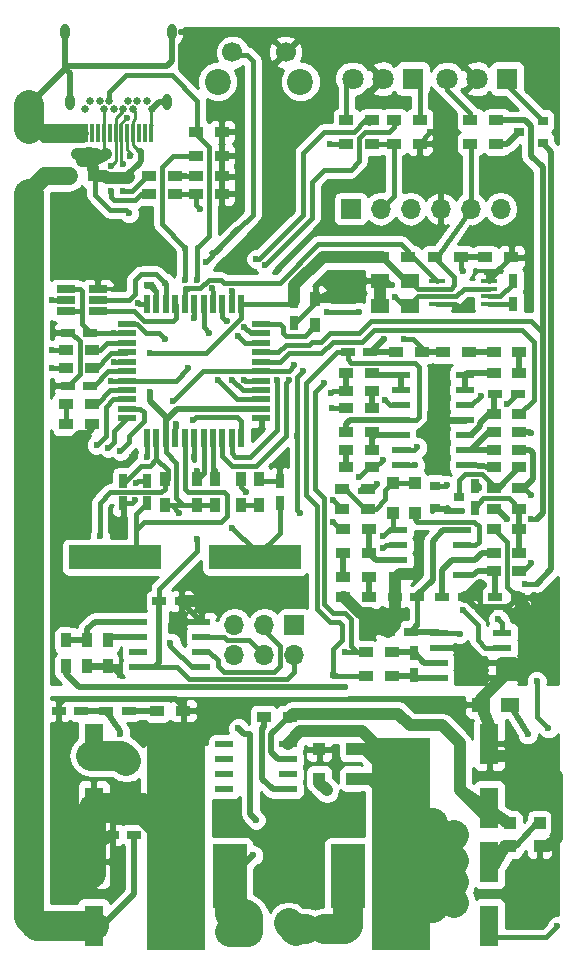
<source format=gbr>
G04 #@! TF.FileFunction,Copper,L1,Top,Signal*
%FSLAX46Y46*%
G04 Gerber Fmt 4.6, Leading zero omitted, Abs format (unit mm)*
G04 Created by KiCad (PCBNEW 4.0.3-stable) date 10/17/17 23:13:47*
%MOMM*%
%LPD*%
G01*
G04 APERTURE LIST*
%ADD10C,0.100000*%
%ADD11R,1.000000X1.000000*%
%ADD12R,0.750000X1.200000*%
%ADD13R,1.200000X0.750000*%
%ADD14R,1.600000X3.500000*%
%ADD15R,1.500000X1.250000*%
%ADD16R,1.100000X1.100000*%
%ADD17R,2.900680X5.400040*%
%ADD18R,1.700000X1.700000*%
%ADD19O,1.700000X1.700000*%
%ADD20R,5.000000X18.000000*%
%ADD21R,0.900000X0.800000*%
%ADD22R,1.200000X0.900000*%
%ADD23R,0.900000X1.200000*%
%ADD24R,1.550000X0.600000*%
%ADD25R,1.500000X0.550000*%
%ADD26R,0.550000X1.500000*%
%ADD27R,1.560000X0.650000*%
%ADD28R,1.500000X0.600000*%
%ADD29R,1.450000X0.450000*%
%ADD30R,7.875000X2.000000*%
%ADD31C,2.200000*%
%ADD32C,1.700000*%
%ADD33R,1.800000X1.800000*%
%ADD34C,1.800000*%
%ADD35O,0.800000X1.400000*%
%ADD36C,0.650000*%
%ADD37R,0.300000X1.500000*%
%ADD38C,0.600000*%
%ADD39C,1.016000*%
%ADD40C,0.381000*%
%ADD41C,0.508000*%
%ADD42C,0.250000*%
%ADD43C,2.540000*%
%ADD44C,1.524000*%
%ADD45C,0.254000*%
G04 APERTURE END LIST*
D10*
D11*
X163200000Y-95250000D03*
X163200000Y-97750000D03*
D12*
X151750000Y-96950000D03*
X151750000Y-95050000D03*
X140500000Y-95050000D03*
X140500000Y-96950000D03*
X138500000Y-96950000D03*
X138500000Y-95050000D03*
D13*
X133800000Y-87000000D03*
X135700000Y-87000000D03*
X133800000Y-82500000D03*
X135700000Y-82500000D03*
X161500000Y-104900000D03*
X163400000Y-104900000D03*
D14*
X136000000Y-132700000D03*
X136000000Y-127300000D03*
D13*
X139450000Y-125000000D03*
X137550000Y-125000000D03*
X137050000Y-114500000D03*
X138950000Y-114500000D03*
D12*
X153000000Y-79800000D03*
X153000000Y-81700000D03*
D14*
X136000000Y-117300000D03*
X136000000Y-122700000D03*
D12*
X163150000Y-109600000D03*
X163150000Y-111500000D03*
D13*
X162850000Y-107800000D03*
X160950000Y-107800000D03*
D12*
X168300000Y-95450000D03*
X168300000Y-97350000D03*
D14*
X169500000Y-117300000D03*
X169500000Y-122700000D03*
D13*
X159400000Y-84150000D03*
X157500000Y-84150000D03*
X167400000Y-104900000D03*
X165500000Y-104900000D03*
D12*
X171500000Y-80050000D03*
X171500000Y-78150000D03*
D15*
X162750000Y-80250000D03*
X160250000Y-80250000D03*
D13*
X171900000Y-87650000D03*
X170000000Y-87650000D03*
X171900000Y-104900000D03*
X170000000Y-104900000D03*
D15*
X162750000Y-78100000D03*
X160250000Y-78100000D03*
X171250000Y-114000000D03*
X168750000Y-114000000D03*
D11*
X173750000Y-126000000D03*
X171250000Y-126000000D03*
X173750000Y-124000000D03*
X171250000Y-124000000D03*
D16*
X155100000Y-120250000D03*
X157900000Y-120250000D03*
X157900000Y-117750000D03*
X155100000Y-117750000D03*
D17*
X157501260Y-128500000D03*
X147498740Y-128500000D03*
D18*
X153000000Y-107250000D03*
D19*
X153000000Y-109790000D03*
X150460000Y-107250000D03*
X150460000Y-109790000D03*
X147920000Y-107250000D03*
X147920000Y-109790000D03*
D20*
X162000000Y-125750000D03*
X143000000Y-125750000D03*
D21*
X164900000Y-95450000D03*
X164900000Y-97350000D03*
X166900000Y-96400000D03*
X174000000Y-66450000D03*
X174000000Y-64550000D03*
X172000000Y-65500000D03*
D22*
X163600000Y-64500000D03*
X161400000Y-64500000D03*
X157400000Y-64500000D03*
X159600000Y-64500000D03*
X167900000Y-64500000D03*
X170100000Y-64500000D03*
X157100000Y-99150000D03*
X159300000Y-99150000D03*
X159300000Y-101150000D03*
X157100000Y-101150000D03*
X159300000Y-103150000D03*
X157100000Y-103150000D03*
X157100000Y-104900000D03*
X159300000Y-104900000D03*
X133650000Y-85500000D03*
X135850000Y-85500000D03*
X133650000Y-84000000D03*
X135850000Y-84000000D03*
D23*
X142000000Y-94900000D03*
X142000000Y-97100000D03*
D22*
X146850000Y-67500000D03*
X144650000Y-67500000D03*
X146850000Y-65500000D03*
X144650000Y-65500000D03*
D23*
X154750000Y-81850000D03*
X154750000Y-79650000D03*
D22*
X143600000Y-114500000D03*
X141400000Y-114500000D03*
D23*
X146250000Y-97100000D03*
X146250000Y-94900000D03*
X144750000Y-97100000D03*
X144750000Y-94900000D03*
X137175000Y-110725000D03*
X137175000Y-108525000D03*
X133675000Y-108525000D03*
X133675000Y-110725000D03*
X135425000Y-110725000D03*
X135425000Y-108525000D03*
D22*
X161250000Y-111550000D03*
X159050000Y-111550000D03*
X172050000Y-97400000D03*
X169850000Y-97400000D03*
X161250000Y-109550000D03*
X159050000Y-109550000D03*
X169850000Y-99150000D03*
X172050000Y-99150000D03*
X169850000Y-101150000D03*
X172050000Y-101150000D03*
X157350000Y-85900000D03*
X159550000Y-85900000D03*
X159550000Y-90900000D03*
X157350000Y-90900000D03*
X157350000Y-92400000D03*
X159550000Y-92400000D03*
X159550000Y-93900000D03*
X157350000Y-93900000D03*
X169850000Y-90900000D03*
X172050000Y-90900000D03*
X169850000Y-89400000D03*
X172050000Y-89400000D03*
X169850000Y-102650000D03*
X172050000Y-102650000D03*
X159550000Y-87400000D03*
X157350000Y-87400000D03*
X157350000Y-88900000D03*
X159550000Y-88900000D03*
X172050000Y-92400000D03*
X169850000Y-92400000D03*
X162600000Y-76100000D03*
X160400000Y-76100000D03*
X159200000Y-97400000D03*
X157000000Y-97400000D03*
X172050000Y-93900000D03*
X169850000Y-93900000D03*
X159200000Y-95700000D03*
X157000000Y-95700000D03*
X169850000Y-95650000D03*
X172050000Y-95650000D03*
X167100000Y-76100000D03*
X164900000Y-76100000D03*
X171350000Y-76100000D03*
X169150000Y-76100000D03*
X170100000Y-66500000D03*
X167900000Y-66500000D03*
X152600000Y-115000000D03*
X150400000Y-115000000D03*
X172050000Y-85900000D03*
X169850000Y-85900000D03*
X169850000Y-84150000D03*
X172050000Y-84150000D03*
X165600000Y-84150000D03*
X167800000Y-84150000D03*
X161600000Y-84150000D03*
X163800000Y-84150000D03*
D24*
X161750000Y-99245000D03*
X161750000Y-100515000D03*
X161750000Y-101785000D03*
X161750000Y-103055000D03*
X167150000Y-103055000D03*
X167150000Y-101785000D03*
X167150000Y-100515000D03*
X167150000Y-99245000D03*
D25*
X138800000Y-81750000D03*
X138800000Y-82550000D03*
X138800000Y-83350000D03*
X138800000Y-84150000D03*
X138800000Y-84950000D03*
X138800000Y-85750000D03*
X138800000Y-86550000D03*
X138800000Y-87350000D03*
X138800000Y-88150000D03*
X138800000Y-88950000D03*
X138800000Y-89750000D03*
D26*
X140500000Y-91450000D03*
X141300000Y-91450000D03*
X142100000Y-91450000D03*
X142900000Y-91450000D03*
X143700000Y-91450000D03*
X144500000Y-91450000D03*
X145300000Y-91450000D03*
X146100000Y-91450000D03*
X146900000Y-91450000D03*
X147700000Y-91450000D03*
X148500000Y-91450000D03*
D25*
X150200000Y-89750000D03*
X150200000Y-88950000D03*
X150200000Y-88150000D03*
X150200000Y-87350000D03*
X150200000Y-86550000D03*
X150200000Y-85750000D03*
X150200000Y-84950000D03*
X150200000Y-84150000D03*
X150200000Y-83350000D03*
X150200000Y-82550000D03*
X150200000Y-81750000D03*
D26*
X148500000Y-80050000D03*
X147700000Y-80050000D03*
X146900000Y-80050000D03*
X146100000Y-80050000D03*
X145300000Y-80050000D03*
X144500000Y-80050000D03*
X143700000Y-80050000D03*
X142900000Y-80050000D03*
X142100000Y-80050000D03*
X141300000Y-80050000D03*
X140500000Y-80050000D03*
D24*
X145125000Y-110780000D03*
X145125000Y-109510000D03*
X145125000Y-108240000D03*
X145125000Y-106970000D03*
X139725000Y-106970000D03*
X139725000Y-108240000D03*
X139725000Y-109510000D03*
X139725000Y-110780000D03*
D27*
X133650000Y-78800000D03*
X133650000Y-79750000D03*
X133650000Y-80700000D03*
X136350000Y-80700000D03*
X136350000Y-78800000D03*
X136350000Y-79750000D03*
D28*
X162000000Y-86090000D03*
X162000000Y-87360000D03*
X162000000Y-88630000D03*
X162000000Y-89900000D03*
X162000000Y-91170000D03*
X162000000Y-92440000D03*
X162000000Y-93710000D03*
X167400000Y-93710000D03*
X167400000Y-92440000D03*
X167400000Y-91170000D03*
X167400000Y-89900000D03*
X167400000Y-88630000D03*
X167400000Y-87360000D03*
X167400000Y-86090000D03*
D24*
X170600000Y-111705000D03*
X170600000Y-110435000D03*
X170600000Y-109165000D03*
X170600000Y-107895000D03*
X165200000Y-107895000D03*
X165200000Y-109165000D03*
X165200000Y-110435000D03*
X165200000Y-111705000D03*
D29*
X165050000Y-78125000D03*
X165050000Y-78775000D03*
X165050000Y-79425000D03*
X165050000Y-80075000D03*
X169450000Y-80075000D03*
X169450000Y-79425000D03*
X169450000Y-78775000D03*
X169450000Y-78125000D03*
D24*
X152450000Y-121155000D03*
X152450000Y-119885000D03*
X152450000Y-118615000D03*
X152450000Y-117345000D03*
X147050000Y-117345000D03*
X147050000Y-118615000D03*
X147050000Y-119885000D03*
X147050000Y-121155000D03*
D30*
X149687500Y-101500000D03*
X137812500Y-101500000D03*
D13*
X134950000Y-114500000D03*
X133050000Y-114500000D03*
D31*
X153500000Y-61250000D03*
X146500000Y-61250000D03*
D32*
X152250000Y-58750000D03*
X147750000Y-58750000D03*
D33*
X163000000Y-61000000D03*
D34*
X160460000Y-61000000D03*
X157920000Y-61000000D03*
D33*
X171000000Y-61000000D03*
D34*
X168460000Y-61000000D03*
X165920000Y-61000000D03*
D22*
X136100000Y-69250000D03*
X133900000Y-69250000D03*
D14*
X169500000Y-132700000D03*
X169500000Y-127300000D03*
D13*
X143450000Y-105250000D03*
X141550000Y-105250000D03*
D23*
X148500000Y-97100000D03*
X148500000Y-94900000D03*
D22*
X133650000Y-88500000D03*
X135850000Y-88500000D03*
D23*
X150000000Y-94900000D03*
X150000000Y-97100000D03*
D22*
X135850000Y-90250000D03*
X133650000Y-90250000D03*
D18*
X157750000Y-72000000D03*
D19*
X160290000Y-72000000D03*
X162830000Y-72000000D03*
X165370000Y-72000000D03*
X167910000Y-72000000D03*
X170450000Y-72000000D03*
D22*
X142850000Y-69250000D03*
X140650000Y-69250000D03*
X142850000Y-70750000D03*
X140650000Y-70750000D03*
X144650000Y-69250000D03*
X146850000Y-69250000D03*
X144650000Y-70750000D03*
X146850000Y-70750000D03*
X159600000Y-66500000D03*
X157400000Y-66500000D03*
X163600000Y-66500000D03*
X161400000Y-66500000D03*
D35*
X133610000Y-57000000D03*
X142590000Y-57000000D03*
X133970000Y-62950000D03*
D36*
X135700000Y-62850000D03*
X140500000Y-62850000D03*
X137700000Y-63550000D03*
X138500000Y-63550000D03*
X136900000Y-63550000D03*
X139300000Y-63550000D03*
X135300000Y-63550000D03*
D37*
X140850000Y-65560000D03*
X140350000Y-65560000D03*
X139850000Y-65560000D03*
X139350000Y-65560000D03*
X138850000Y-65560000D03*
X138350000Y-65560000D03*
X137850000Y-65560000D03*
X137350000Y-65560000D03*
X136850000Y-65560000D03*
X136350000Y-65560000D03*
X135850000Y-65560000D03*
X135350000Y-65560000D03*
D36*
X140900000Y-63550000D03*
X139700000Y-62850000D03*
X138900000Y-62850000D03*
X136500000Y-62850000D03*
X137300000Y-62850000D03*
D35*
X142230000Y-62950000D03*
D11*
X161300000Y-95250000D03*
X161300000Y-97750000D03*
D38*
X140750000Y-87500000D03*
X140750000Y-84250000D03*
X139750000Y-80000000D03*
X137750000Y-82500000D03*
X143250000Y-97750000D03*
X144750000Y-100000000D03*
X167000000Y-108000000D03*
X156300000Y-96700000D03*
X165900000Y-97600000D03*
X139500000Y-96700000D03*
X139600000Y-95200000D03*
X164500000Y-65500000D03*
X146800000Y-64400000D03*
X147750000Y-79000000D03*
X136400000Y-77900000D03*
X140500000Y-78500000D03*
X139900000Y-76700000D03*
X130500000Y-65250000D03*
X130500000Y-63250000D03*
X172300000Y-111150000D03*
X168650000Y-95650000D03*
X160500000Y-93250000D03*
X138250000Y-111500000D03*
X137250000Y-104000000D03*
X133500000Y-105250000D03*
X137250000Y-105000000D03*
X133500000Y-106500000D03*
X137250000Y-106000000D03*
X134250000Y-107250000D03*
X150250000Y-90500000D03*
X151500000Y-93500000D03*
X158500000Y-94750000D03*
X161250000Y-78500000D03*
X166750000Y-80250000D03*
X143000000Y-90250000D03*
X134250000Y-91500000D03*
X139250000Y-93000000D03*
X169300000Y-77400000D03*
X156200000Y-79100000D03*
X171000000Y-88500000D03*
X163450000Y-102900000D03*
X168700000Y-103900000D03*
X132750000Y-87000000D03*
X132750000Y-82500000D03*
X132500000Y-79750000D03*
X137750000Y-85000000D03*
X173000000Y-91000000D03*
X145250000Y-105250000D03*
X151000000Y-126250000D03*
X173000000Y-119500000D03*
X173000000Y-118250000D03*
X133750000Y-123250000D03*
X133750000Y-125250000D03*
X133750000Y-127250000D03*
X133750000Y-129250000D03*
X135750000Y-126000000D03*
X132750000Y-116750000D03*
X160600000Y-83000000D03*
X166000000Y-89900000D03*
X147500000Y-133200000D03*
X149000000Y-133200000D03*
X147500000Y-131750000D03*
X130500000Y-122500000D03*
X130500000Y-124000000D03*
X130500000Y-125500000D03*
X130500000Y-127250000D03*
X130500000Y-129000000D03*
X130500000Y-131000000D03*
X149500000Y-126750000D03*
X135800000Y-68000000D03*
X135000000Y-68000000D03*
X137000000Y-67400000D03*
X134600000Y-67400000D03*
X135400000Y-67400000D03*
X136200000Y-67400000D03*
X139000000Y-72400000D03*
X137500000Y-86600000D03*
X144000000Y-85500000D03*
X153250000Y-91250000D03*
X161500000Y-79500000D03*
X153750000Y-85750000D03*
X156250000Y-98500000D03*
X153500000Y-97750000D03*
X136500000Y-99750000D03*
X155500000Y-133000000D03*
X157250000Y-133000000D03*
X154000000Y-133000000D03*
X152500000Y-132500000D03*
X146250000Y-94250000D03*
X167250000Y-106000000D03*
X144750000Y-94250000D03*
X170250000Y-106750000D03*
X137250000Y-92250000D03*
X136250000Y-92000000D03*
X138250000Y-92500000D03*
X160000000Y-95300000D03*
X165900000Y-95400000D03*
X172500000Y-103750000D03*
X158600000Y-95900000D03*
X163200000Y-93700000D03*
X173000000Y-102000000D03*
X145750000Y-82500000D03*
X156150000Y-88900000D03*
X162250000Y-83000000D03*
X144500000Y-81250000D03*
X148750000Y-86500000D03*
X144750000Y-78000000D03*
X158500000Y-80750000D03*
X155750000Y-80750000D03*
X167250000Y-77250000D03*
X153000000Y-85250000D03*
X142750000Y-88250000D03*
X142500000Y-108750000D03*
X132500000Y-85500000D03*
X138500000Y-70500000D03*
X138800000Y-64300000D03*
X138500000Y-68200000D03*
X137500000Y-70500000D03*
X137450000Y-68350000D03*
X132500000Y-84000000D03*
X139100000Y-67500000D03*
X143750000Y-75300000D03*
X143750000Y-78000000D03*
X147750000Y-86500000D03*
X160500000Y-99750000D03*
X142000000Y-83000000D03*
X142000000Y-78250000D03*
X160500000Y-100750000D03*
X147750000Y-99000000D03*
X144500000Y-93000000D03*
X156250000Y-111500000D03*
X138750000Y-118750000D03*
X173000000Y-96250000D03*
X171500000Y-114000000D03*
X172750000Y-116500000D03*
X168750000Y-87850000D03*
X166500000Y-130750000D03*
X166500000Y-129000000D03*
X166500000Y-127250000D03*
X166500000Y-125000000D03*
X164750000Y-131250000D03*
X164750000Y-129500000D03*
X164750000Y-127750000D03*
X164750000Y-124000000D03*
X164750000Y-125750000D03*
X148250000Y-116000000D03*
X138250000Y-107000000D03*
X149750000Y-123750000D03*
X156100000Y-87600000D03*
X163400000Y-92200000D03*
X152500000Y-86500000D03*
X151500000Y-86500000D03*
X156000000Y-66500000D03*
X138250000Y-116500000D03*
X173000000Y-98250000D03*
X171000000Y-98250000D03*
X157250000Y-112500000D03*
X160650000Y-88200000D03*
X155500000Y-86750000D03*
X157250000Y-109500000D03*
X155750000Y-121250000D03*
X140500000Y-93000000D03*
X174500000Y-116000000D03*
X173500000Y-112000000D03*
X175250000Y-132750000D03*
X144400000Y-89900000D03*
X148900000Y-96000000D03*
X148750000Y-82000000D03*
X150500000Y-76750000D03*
X149750000Y-76250000D03*
X148250000Y-82750000D03*
X145500000Y-76500000D03*
X146500000Y-86500000D03*
X143750000Y-69250000D03*
X146000000Y-78750000D03*
X147250000Y-81500000D03*
X145000000Y-72000000D03*
D39*
X156500000Y-76100000D02*
X155400000Y-76100000D01*
D40*
X167910000Y-72000000D02*
X167910000Y-66510000D01*
X167910000Y-66510000D02*
X167900000Y-66500000D01*
X164900000Y-76100000D02*
X165060000Y-76100000D01*
X165060000Y-76100000D02*
X167910000Y-72000000D01*
D39*
X153000000Y-78500000D02*
X153000000Y-79800000D01*
X155400000Y-76100000D02*
X153000000Y-78500000D01*
X160400000Y-76100000D02*
X156500000Y-76100000D01*
X156500000Y-76100000D02*
X156400000Y-76100000D01*
D41*
X142100000Y-89600000D02*
X142100000Y-89900000D01*
X140750000Y-88250000D02*
X142100000Y-89600000D01*
X140750000Y-87500000D02*
X140750000Y-88250000D01*
D40*
X140750000Y-84250000D02*
X145500000Y-84250000D01*
X148500000Y-80050000D02*
X148500000Y-81250000D01*
X148500000Y-81250000D02*
X145500000Y-84250000D01*
X138800000Y-82550000D02*
X137800000Y-82550000D01*
X139800000Y-80050000D02*
X140500000Y-80050000D01*
X139750000Y-80000000D02*
X139800000Y-80050000D01*
X137800000Y-82550000D02*
X137750000Y-82500000D01*
X164900000Y-76100000D02*
X164900000Y-76150000D01*
X164900000Y-76150000D02*
X166500000Y-77750000D01*
X166500000Y-77750000D02*
X166500000Y-78500000D01*
X166500000Y-78500000D02*
X166225000Y-78775000D01*
X166225000Y-78775000D02*
X165050000Y-78775000D01*
D41*
X142100000Y-91450000D02*
X142100000Y-89900000D01*
X142100000Y-89900000D02*
X143050000Y-88950000D01*
X148500000Y-88950000D02*
X150200000Y-88950000D01*
X143050000Y-88950000D02*
X148500000Y-88950000D01*
D40*
X141550000Y-105250000D02*
X141550000Y-104200000D01*
X142600000Y-97100000D02*
X142000000Y-97100000D01*
X143250000Y-97750000D02*
X142600000Y-97100000D01*
X144750000Y-101000000D02*
X144750000Y-100000000D01*
X141550000Y-104200000D02*
X144750000Y-101000000D01*
X142100000Y-91450000D02*
X142100000Y-92600000D01*
X143000000Y-96500000D02*
X143600000Y-97100000D01*
X143000000Y-93500000D02*
X143000000Y-96500000D01*
X142100000Y-92600000D02*
X143000000Y-93500000D01*
X142000000Y-97100000D02*
X143600000Y-97100000D01*
X143600000Y-97100000D02*
X144750000Y-97100000D01*
X144750000Y-97100000D02*
X146250000Y-97100000D01*
X146250000Y-97100000D02*
X144750000Y-97100000D01*
X148500000Y-80050000D02*
X152750000Y-80050000D01*
X152750000Y-80050000D02*
X153000000Y-79800000D01*
X135000000Y-80500000D02*
X135000000Y-81800000D01*
X135000000Y-81800000D02*
X135750000Y-82550000D01*
X135750000Y-82550000D02*
X138800000Y-82550000D01*
X133650000Y-78800000D02*
X134800000Y-78800000D01*
X134800000Y-80700000D02*
X133650000Y-80700000D01*
X135000000Y-80500000D02*
X134800000Y-80700000D01*
X135000000Y-79000000D02*
X135000000Y-80500000D01*
X134800000Y-78800000D02*
X135000000Y-79000000D01*
X163400000Y-104900000D02*
X163400000Y-107250000D01*
D41*
X163400000Y-107250000D02*
X162850000Y-107800000D01*
D40*
X151000000Y-111855498D02*
X152394502Y-111855498D01*
X143030000Y-110780000D02*
X144105498Y-111855498D01*
X144105498Y-111855498D02*
X151000000Y-111855498D01*
X141000000Y-110780000D02*
X143030000Y-110780000D01*
X153000000Y-111250000D02*
X153000000Y-109790000D01*
X152394502Y-111855498D02*
X153000000Y-111250000D01*
X167000000Y-108000000D02*
X166895000Y-107895000D01*
X166895000Y-107895000D02*
X165200000Y-107895000D01*
D41*
X139725000Y-110780000D02*
X141000000Y-110780000D01*
X141000000Y-110780000D02*
X141220000Y-110780000D01*
X141500000Y-110500000D02*
X141550000Y-105155000D01*
X141220000Y-110780000D02*
X141500000Y-110500000D01*
D40*
X163650000Y-104900000D02*
X163400000Y-104900000D01*
D41*
X162750000Y-78100000D02*
X162400000Y-78100000D01*
X162400000Y-78100000D02*
X160400000Y-76100000D01*
D40*
X160400000Y-76100000D02*
X160750000Y-76100000D01*
X165050000Y-78775000D02*
X163425000Y-78775000D01*
X163425000Y-78775000D02*
X162750000Y-78100000D01*
D41*
X163400000Y-104900000D02*
X163400000Y-104700000D01*
X163400000Y-104700000D02*
X164700000Y-103400000D01*
X164700000Y-103400000D02*
X164700000Y-100150000D01*
X164700000Y-100150000D02*
X165605000Y-99245000D01*
X165605000Y-99245000D02*
X167150000Y-99245000D01*
X162850000Y-107800000D02*
X165105000Y-107800000D01*
X165105000Y-107800000D02*
X165200000Y-107895000D01*
X141550000Y-105250000D02*
X141550000Y-105155000D01*
D40*
X157000000Y-97400000D02*
X156300000Y-96700000D01*
D41*
X156900000Y-97400000D02*
X157100000Y-97400000D01*
D40*
X164900000Y-97350000D02*
X165650000Y-97350000D01*
X165650000Y-97350000D02*
X165900000Y-97600000D01*
X164650000Y-97600000D02*
X164900000Y-97350000D01*
X140500000Y-95050000D02*
X139750000Y-95050000D01*
X139250000Y-96950000D02*
X138500000Y-96950000D01*
X139500000Y-96700000D02*
X139250000Y-96950000D01*
X139750000Y-95050000D02*
X139600000Y-95200000D01*
D41*
X142590000Y-57000000D02*
X142590000Y-59510000D01*
X133850000Y-59900000D02*
X133610000Y-60140000D01*
X142200000Y-59900000D02*
X133850000Y-59900000D01*
X142590000Y-59510000D02*
X142200000Y-59900000D01*
X142230000Y-62950000D02*
X141500000Y-62950000D01*
X141500000Y-62950000D02*
X140900000Y-63550000D01*
X133970000Y-62950000D02*
X133970000Y-60500000D01*
X133970000Y-60500000D02*
X133610000Y-60140000D01*
X133610000Y-57000000D02*
X133610000Y-60140000D01*
X133610000Y-60140000D02*
X130500000Y-63250000D01*
D42*
X140850000Y-65560000D02*
X140850000Y-63600000D01*
X140850000Y-63600000D02*
X140900000Y-63550000D01*
X135350000Y-65000000D02*
X135300000Y-64950000D01*
X140850000Y-65000000D02*
X140900000Y-64950000D01*
D40*
X163600000Y-66500000D02*
X163600000Y-66400000D01*
X163600000Y-66400000D02*
X164500000Y-65500000D01*
D41*
X146850000Y-70750000D02*
X146850000Y-65500000D01*
D40*
X130500000Y-65250000D02*
X131550000Y-65250000D01*
X131800000Y-65000000D02*
X135100000Y-65000000D01*
X131550000Y-65250000D02*
X131800000Y-65000000D01*
X130500000Y-65250000D02*
X130750000Y-65250000D01*
X131700000Y-66200000D02*
X135100000Y-66200000D01*
X130750000Y-65250000D02*
X131700000Y-66200000D01*
X130500000Y-65250000D02*
X131150000Y-65250000D01*
X131800000Y-65900000D02*
X135200000Y-65900000D01*
X131150000Y-65250000D02*
X131800000Y-65900000D01*
X135200000Y-65900000D02*
X135350000Y-65560000D01*
X130500000Y-65250000D02*
X130500000Y-64400000D01*
X131700000Y-65600000D02*
X135310000Y-65600000D01*
X130500000Y-64400000D02*
X131700000Y-65600000D01*
X135310000Y-65600000D02*
X135350000Y-65560000D01*
X130500000Y-65250000D02*
X135040000Y-65250000D01*
X135040000Y-65250000D02*
X135350000Y-65560000D01*
D43*
X143000000Y-125750000D02*
X143000000Y-125500000D01*
X143000000Y-125500000D02*
X140200000Y-122700000D01*
X140200000Y-122700000D02*
X136000000Y-122700000D01*
D41*
X133050000Y-114500000D02*
X133050000Y-113950000D01*
X143000000Y-113500000D02*
X143600000Y-114100000D01*
X133500000Y-113500000D02*
X143000000Y-113500000D01*
X133050000Y-113950000D02*
X133500000Y-113500000D01*
X143600000Y-114100000D02*
X143600000Y-114500000D01*
D40*
X146850000Y-64450000D02*
X146850000Y-65500000D01*
X146800000Y-64400000D02*
X146850000Y-64450000D01*
X133800000Y-82500000D02*
X134100000Y-82500000D01*
X134100000Y-82500000D02*
X134800000Y-83200000D01*
X134800000Y-86000000D02*
X133800000Y-87000000D01*
X134800000Y-83200000D02*
X134800000Y-86000000D01*
X147700000Y-79050000D02*
X147750000Y-79000000D01*
X147700000Y-80050000D02*
X147700000Y-79050000D01*
X146850000Y-67500000D02*
X146850000Y-69250000D01*
X136400000Y-77900000D02*
X136400000Y-77750000D01*
X136350000Y-78400000D02*
X136400000Y-77900000D01*
X136350000Y-78800000D02*
X136350000Y-78400000D01*
X140750000Y-78500000D02*
X140500000Y-78500000D01*
X140750000Y-78500000D02*
X141300000Y-79050000D01*
X137900000Y-76700000D02*
X139900000Y-76700000D01*
X136400000Y-77750000D02*
X137900000Y-76700000D01*
D43*
X130500000Y-65250000D02*
X130500000Y-63250000D01*
D39*
X172300000Y-111150000D02*
X171155000Y-111150000D01*
X171155000Y-111150000D02*
X170600000Y-111705000D01*
X170600000Y-111705000D02*
X170600000Y-110435000D01*
X168750000Y-114000000D02*
X168750000Y-113555000D01*
X168750000Y-113555000D02*
X170600000Y-111705000D01*
X169500000Y-118300000D02*
X169500000Y-115750000D01*
X169500000Y-115750000D02*
X168750000Y-114000000D01*
D40*
X169500000Y-115750000D02*
X168750000Y-114000000D01*
X168750000Y-113555000D02*
X170600000Y-111705000D01*
X159550000Y-93900000D02*
X159850000Y-93900000D01*
X159850000Y-93900000D02*
X160500000Y-93250000D01*
D41*
X168650000Y-95450000D02*
X168650000Y-95650000D01*
X168300000Y-95450000D02*
X168650000Y-95450000D01*
D40*
X169850000Y-99150000D02*
X169900000Y-99150000D01*
X169900000Y-99150000D02*
X171000000Y-100250000D01*
X171000000Y-104000000D02*
X171900000Y-104900000D01*
X171000000Y-100250000D02*
X171000000Y-104000000D01*
X137175000Y-110725000D02*
X137475000Y-110725000D01*
X137475000Y-110725000D02*
X138250000Y-111500000D01*
X134750000Y-104000000D02*
X137250000Y-104000000D01*
X133500000Y-105250000D02*
X134750000Y-104000000D01*
X135000000Y-105000000D02*
X137250000Y-105000000D01*
X133500000Y-106500000D02*
X135000000Y-105000000D01*
X135500000Y-106000000D02*
X137250000Y-106000000D01*
X134250000Y-107250000D02*
X135500000Y-106000000D01*
X153000000Y-81700000D02*
X153050000Y-81700000D01*
X153050000Y-81700000D02*
X154750000Y-80000000D01*
X154750000Y-80000000D02*
X154750000Y-79650000D01*
X150200000Y-89750000D02*
X150200000Y-90450000D01*
X150200000Y-90450000D02*
X150250000Y-90500000D01*
X159550000Y-93900000D02*
X159350000Y-93900000D01*
X159350000Y-93900000D02*
X158500000Y-94750000D01*
X151750000Y-93750000D02*
X151500000Y-93500000D01*
X151750000Y-95050000D02*
X151750000Y-93750000D01*
X165050000Y-80075000D02*
X166575000Y-80075000D01*
X161250000Y-78500000D02*
X160850000Y-78100000D01*
X166575000Y-80075000D02*
X166750000Y-80250000D01*
X160850000Y-78100000D02*
X160250000Y-78100000D01*
D39*
X160250000Y-80250000D02*
X160250000Y-78100000D01*
D40*
X134250000Y-91500000D02*
X134250000Y-92500000D01*
X142900000Y-90350000D02*
X143000000Y-90250000D01*
X142900000Y-90600000D02*
X142900000Y-90350000D01*
D41*
X135500000Y-91000000D02*
X134750000Y-91000000D01*
X134750000Y-91000000D02*
X134250000Y-91500000D01*
X135500000Y-91000000D02*
X135850000Y-90650000D01*
D40*
X138750000Y-93500000D02*
X139250000Y-93000000D01*
X135250000Y-93500000D02*
X138750000Y-93500000D01*
X134250000Y-92500000D02*
X135250000Y-93500000D01*
X169450000Y-78125000D02*
X169450000Y-78000000D01*
X169450000Y-78000000D02*
X171350000Y-76100000D01*
X169450000Y-78125000D02*
X169425000Y-77525000D01*
X169425000Y-77525000D02*
X169300000Y-77400000D01*
X154750000Y-79650000D02*
X156100000Y-79000000D01*
X156100000Y-79000000D02*
X156200000Y-79100000D01*
X171900000Y-87650000D02*
X171850000Y-87650000D01*
X171850000Y-87650000D02*
X171000000Y-88500000D01*
D41*
X135850000Y-90250000D02*
X135850000Y-90650000D01*
D39*
X171900000Y-104900000D02*
X171900000Y-105150000D01*
X171900000Y-105150000D02*
X172500000Y-105750000D01*
X172500000Y-105750000D02*
X172500000Y-110950000D01*
X172500000Y-110950000D02*
X172300000Y-111150000D01*
X170600000Y-110435000D02*
X171585000Y-110435000D01*
X171585000Y-110435000D02*
X172300000Y-111150000D01*
X159000000Y-106250000D02*
X159400000Y-106250000D01*
X157170674Y-104900000D02*
X158520674Y-106250000D01*
X158520674Y-106250000D02*
X159000000Y-106250000D01*
X159400000Y-106250000D02*
X160950000Y-107800000D01*
X161500000Y-104900000D02*
X161500000Y-107250000D01*
X161500000Y-107250000D02*
X160950000Y-107800000D01*
X161905000Y-102900000D02*
X163450000Y-102900000D01*
X168700000Y-103900000D02*
X167700000Y-104900000D01*
D40*
X140500000Y-95050000D02*
X140450000Y-95050000D01*
X151750000Y-95050000D02*
X150150000Y-95050000D01*
X150150000Y-95050000D02*
X150000000Y-94900000D01*
X142900000Y-91450000D02*
X142900000Y-90600000D01*
X142900000Y-90600000D02*
X143000000Y-90500000D01*
X133800000Y-87000000D02*
X132750000Y-87000000D01*
X133800000Y-82500000D02*
X132750000Y-82500000D01*
X133650000Y-79750000D02*
X132500000Y-79750000D01*
X138800000Y-84950000D02*
X137800000Y-84950000D01*
X137800000Y-84950000D02*
X137750000Y-85000000D01*
X141300000Y-80050000D02*
X141300000Y-79050000D01*
X141300000Y-79050000D02*
X141250000Y-79000000D01*
D41*
X172050000Y-90900000D02*
X172900000Y-90900000D01*
X172900000Y-90900000D02*
X173000000Y-91000000D01*
D39*
X143450000Y-105250000D02*
X145250000Y-105250000D01*
X157100000Y-104900000D02*
X157170674Y-104900000D01*
D41*
X143450000Y-105250000D02*
X143450000Y-105295000D01*
X143450000Y-105295000D02*
X145125000Y-106970000D01*
D39*
X175000000Y-119750000D02*
X173250000Y-119750000D01*
X173250000Y-119750000D02*
X173000000Y-119500000D01*
X173000000Y-118250000D02*
X173050000Y-118300000D01*
X173050000Y-118300000D02*
X173550000Y-118300000D01*
X173750000Y-126000000D02*
X174500000Y-126000000D01*
X173550000Y-118300000D02*
X169500000Y-118300000D01*
X175250000Y-120000000D02*
X175000000Y-119750000D01*
X175000000Y-119750000D02*
X173550000Y-118300000D01*
X175190000Y-125310000D02*
X175250000Y-120000000D01*
X174500000Y-126000000D02*
X175190000Y-125310000D01*
D43*
X135750000Y-123700000D02*
X134200000Y-123700000D01*
X134200000Y-123700000D02*
X133750000Y-123250000D01*
X135750000Y-128300000D02*
X135750000Y-127250000D01*
X135750000Y-127250000D02*
X133750000Y-125250000D01*
X135750000Y-128300000D02*
X134800000Y-128300000D01*
X134800000Y-128300000D02*
X133750000Y-127250000D01*
X135750000Y-128300000D02*
X134700000Y-128300000D01*
X134700000Y-128300000D02*
X133750000Y-129250000D01*
X135750000Y-123700000D02*
X135750000Y-126000000D01*
D39*
X137550000Y-125000000D02*
X135750000Y-126000000D01*
D43*
X135750000Y-126000000D02*
X135750000Y-128300000D01*
D41*
X133050000Y-114500000D02*
X133050000Y-116450000D01*
X133050000Y-116450000D02*
X132750000Y-116750000D01*
X133050000Y-114500000D02*
X133050000Y-114200000D01*
D40*
X169850000Y-99150000D02*
X169821660Y-99150000D01*
D41*
X159400000Y-84150000D02*
X159450000Y-84150000D01*
X159450000Y-84150000D02*
X160600000Y-83000000D01*
X159400000Y-84150000D02*
X161600000Y-84150000D01*
X167400000Y-89900000D02*
X166000000Y-89900000D01*
D40*
X168300000Y-95450000D02*
X168250000Y-95450000D01*
X159550000Y-93900000D02*
X159550000Y-94000000D01*
D41*
X171900000Y-104900000D02*
X171900000Y-104950000D01*
X171900000Y-104950000D02*
X171094502Y-105755498D01*
X171094502Y-105755498D02*
X168255498Y-105755498D01*
X168255498Y-105755498D02*
X167400000Y-104900000D01*
D39*
X167400000Y-104900000D02*
X167700000Y-104900000D01*
X161500000Y-104900000D02*
X161500000Y-103305000D01*
X161500000Y-103305000D02*
X161905000Y-102900000D01*
D41*
X170600000Y-110435000D02*
X168785000Y-110435000D01*
X168785000Y-110435000D02*
X167515000Y-109165000D01*
X167400000Y-109165000D02*
X165200000Y-109165000D01*
X167515000Y-109165000D02*
X167400000Y-109165000D01*
X143500000Y-105250000D02*
X143450000Y-105250000D01*
X135425000Y-110725000D02*
X137175000Y-110725000D01*
D39*
X143000000Y-120250000D02*
X143000000Y-125500000D01*
D40*
X146700000Y-69100000D02*
X146850000Y-69250000D01*
D42*
X147498740Y-128500000D02*
X147498740Y-133198740D01*
X147498740Y-133198740D02*
X147500000Y-133200000D01*
D43*
X149000000Y-133200000D02*
X149100000Y-133200000D01*
X149100000Y-133200000D02*
X147500000Y-133200000D01*
X147498740Y-133198740D02*
X147500000Y-133200000D01*
X147500000Y-131750000D02*
X148850000Y-131750000D01*
X148850000Y-131750000D02*
X149100000Y-132000000D01*
X149100000Y-132000000D02*
X149100000Y-133200000D01*
X147498740Y-131748740D02*
X147498740Y-130498740D01*
X147500000Y-131750000D02*
X147498740Y-131748740D01*
X147498740Y-130498740D02*
X147498740Y-128500000D01*
X147498740Y-128500000D02*
X147498740Y-129998740D01*
X130500000Y-124000000D02*
X130500000Y-122500000D01*
X130500000Y-127250000D02*
X130500000Y-125500000D01*
X130500000Y-125500000D02*
X130500000Y-124000000D01*
X130500000Y-129000000D02*
X130500000Y-127250000D01*
X130500000Y-131000000D02*
X130500000Y-129000000D01*
X130500000Y-131000000D02*
X130500000Y-132000000D01*
X131200000Y-132700000D02*
X136000000Y-132700000D01*
X130500000Y-132000000D02*
X131200000Y-132700000D01*
D44*
X130500000Y-70750000D02*
X130500000Y-70600000D01*
X130500000Y-70600000D02*
X131850000Y-69250000D01*
X131850000Y-69250000D02*
X133900000Y-69250000D01*
D43*
X130500000Y-71750000D02*
X130500000Y-70750000D01*
X130500000Y-122500000D02*
X130500000Y-115000000D01*
X130500000Y-71750000D02*
X130500000Y-115000000D01*
D41*
X149500000Y-126750000D02*
X147750000Y-128500000D01*
X147750000Y-128500000D02*
X147498740Y-128500000D01*
X139450000Y-125000000D02*
X139450000Y-130000000D01*
X137550000Y-131900000D02*
X135750000Y-133700000D01*
X139450000Y-130000000D02*
X137550000Y-131900000D01*
D43*
X147498740Y-128500000D02*
X147498740Y-130498740D01*
X130500000Y-131000000D02*
X130500000Y-131250000D01*
D41*
X165200000Y-110435000D02*
X163985000Y-110435000D01*
X163985000Y-110435000D02*
X163100000Y-109550000D01*
X163100000Y-109550000D02*
X161250000Y-109550000D01*
D40*
X168300000Y-97350000D02*
X168300000Y-97350000D01*
X171150000Y-96500000D02*
X172050000Y-97400000D01*
X168950000Y-96500000D02*
X171150000Y-96500000D01*
X168300000Y-97350000D02*
X168950000Y-96500000D01*
D41*
X172050000Y-101150000D02*
X172050000Y-99150000D01*
X172050000Y-99150000D02*
X172050000Y-97400000D01*
X172050000Y-97400000D02*
X171900000Y-97250000D01*
X138900000Y-69100000D02*
X139800000Y-68200000D01*
X138900000Y-69100000D02*
X138900000Y-69400000D01*
D39*
X137900000Y-69400000D02*
X138900000Y-69400000D01*
X136100000Y-69250000D02*
X136950000Y-69250000D01*
X137100000Y-69400000D02*
X137900000Y-69400000D01*
X136950000Y-69250000D02*
X137100000Y-69400000D01*
X138900000Y-69400000D02*
X139000000Y-69300000D01*
D42*
X136850000Y-65560000D02*
X136850000Y-64350000D01*
X136900000Y-64300000D02*
X136900000Y-63550000D01*
X136850000Y-64350000D02*
X136900000Y-64300000D01*
X139500000Y-63750000D02*
X139500000Y-64400000D01*
X139350000Y-64550000D02*
X139500000Y-64400000D01*
X139500000Y-63750000D02*
X139300000Y-63550000D01*
D39*
X136100000Y-69250000D02*
X135800000Y-68000000D01*
X135800000Y-68000000D02*
X135700000Y-67900000D01*
X135700000Y-67900000D02*
X135000000Y-68000000D01*
X135800000Y-68000000D02*
X135900000Y-68000000D01*
X135900000Y-68000000D02*
X137000000Y-67400000D01*
X136200000Y-67400000D02*
X135500000Y-67300000D01*
X135500000Y-67300000D02*
X135400000Y-67400000D01*
X135400000Y-67400000D02*
X134600000Y-67400000D01*
X135600000Y-68000000D02*
X135800000Y-68000000D01*
X135400000Y-67400000D02*
X135600000Y-68000000D01*
D42*
X136850000Y-67000000D02*
X136850000Y-65560000D01*
D40*
X139000000Y-72400000D02*
X138700000Y-72100000D01*
X138700000Y-72100000D02*
X137400000Y-72100000D01*
X137400000Y-72100000D02*
X136100000Y-70800000D01*
X136100000Y-70800000D02*
X136100000Y-69250000D01*
X137550000Y-86550000D02*
X137500000Y-86600000D01*
X138800000Y-86550000D02*
X137550000Y-86550000D01*
D41*
X136100000Y-69250000D02*
X136250000Y-69250000D01*
X135900000Y-69250000D02*
X136100000Y-69250000D01*
D40*
X136100000Y-69100000D02*
X136100000Y-69250000D01*
D41*
X136100000Y-69250000D02*
X136350000Y-69250000D01*
D42*
X136350000Y-69500000D02*
X136100000Y-69250000D01*
X136850000Y-66960000D02*
X136850000Y-67000000D01*
D40*
X142950000Y-86550000D02*
X138800000Y-86550000D01*
X142950000Y-86550000D02*
X144000000Y-85500000D01*
X162750000Y-80250000D02*
X162250000Y-80250000D01*
X162250000Y-80250000D02*
X161500000Y-79500000D01*
X153250000Y-91250000D02*
X153250000Y-86250000D01*
X153250000Y-86250000D02*
X153750000Y-85750000D01*
X156900000Y-99150000D02*
X156250000Y-98500000D01*
X153250000Y-97500000D02*
X153250000Y-93250000D01*
X153500000Y-97750000D02*
X153250000Y-97500000D01*
X153250000Y-93250000D02*
X153250000Y-91250000D01*
X157100000Y-99150000D02*
X156900000Y-99150000D01*
X165050000Y-79425000D02*
X166675000Y-79425000D01*
X167325000Y-78775000D02*
X169450000Y-78775000D01*
X166675000Y-79425000D02*
X167325000Y-78775000D01*
X165050000Y-79425000D02*
X163425000Y-79425000D01*
X163425000Y-79425000D02*
X162750000Y-80100000D01*
D41*
X139800000Y-67100000D02*
X140000000Y-67100000D01*
X140000000Y-68000000D02*
X140000000Y-67300000D01*
X140000000Y-67300000D02*
X140000000Y-67100000D01*
X140000000Y-68000000D02*
X139800000Y-68200000D01*
D42*
X139350000Y-65560000D02*
X139350000Y-66650000D01*
X139350000Y-66650000D02*
X139800000Y-67100000D01*
X139350000Y-64550000D02*
X139350000Y-65560000D01*
D40*
X169450000Y-79425000D02*
X170425000Y-79425000D01*
X170425000Y-79425000D02*
X171500000Y-78350000D01*
X171500000Y-78350000D02*
X171500000Y-78150000D01*
D39*
X161750000Y-114750000D02*
X152850000Y-114750000D01*
X152850000Y-114750000D02*
X152600000Y-115000000D01*
D41*
X152450000Y-118615000D02*
X151615000Y-118615000D01*
X151000000Y-116500000D02*
X152500000Y-115000000D01*
X151000000Y-118000000D02*
X151000000Y-116500000D01*
X151615000Y-118615000D02*
X151000000Y-118000000D01*
X152500000Y-115000000D02*
X152600000Y-115000000D01*
D39*
X169500000Y-123700000D02*
X167000000Y-121200000D01*
X167000000Y-121200000D02*
X167000000Y-117250000D01*
X167000000Y-117250000D02*
X165500000Y-115750000D01*
X165500000Y-115750000D02*
X162750000Y-115750000D01*
X162750000Y-115750000D02*
X161750000Y-114750000D01*
X171250000Y-124000000D02*
X171050000Y-124000000D01*
X171050000Y-124000000D02*
X167000000Y-121200000D01*
X167000000Y-121200000D02*
X167000000Y-117250000D01*
X167000000Y-117250000D02*
X165500000Y-115750000D01*
X162750000Y-115750000D02*
X161750000Y-114750000D01*
X165500000Y-115750000D02*
X162750000Y-115750000D01*
D40*
X141200000Y-96000000D02*
X141700000Y-96000000D01*
X136500000Y-96900000D02*
X137400000Y-96000000D01*
X137400000Y-96000000D02*
X141200000Y-96000000D01*
X136500000Y-99750000D02*
X136500000Y-98250000D01*
X136500000Y-98250000D02*
X136500000Y-96900000D01*
X142000000Y-95700000D02*
X142000000Y-94900000D01*
X141700000Y-96000000D02*
X142000000Y-95700000D01*
X142250000Y-94900000D02*
X142250000Y-94150000D01*
X142250000Y-94150000D02*
X141300000Y-93200000D01*
X138500000Y-95050000D02*
X138700000Y-95050000D01*
X138700000Y-95050000D02*
X140000000Y-93750000D01*
X140000000Y-93750000D02*
X140750000Y-93750000D01*
X140750000Y-93750000D02*
X141300000Y-93200000D01*
X141300000Y-93200000D02*
X141300000Y-91450000D01*
D43*
X155500000Y-133000000D02*
X157250000Y-133000000D01*
X152500000Y-132500000D02*
X153125000Y-133125000D01*
X154000000Y-133000000D02*
X153000000Y-133000000D01*
X153000000Y-133000000D02*
X153125000Y-133125000D01*
X157501260Y-132748740D02*
X157250000Y-133000000D01*
X157501260Y-128500000D02*
X157501260Y-132748740D01*
D40*
X146250000Y-94900000D02*
X146250000Y-94250000D01*
X146100000Y-94750000D02*
X146250000Y-94900000D01*
X169165000Y-109165000D02*
X170600000Y-109165000D01*
X168500000Y-108500000D02*
X169165000Y-109165000D01*
X168500000Y-107250000D02*
X168500000Y-108500000D01*
X167250000Y-106000000D02*
X168500000Y-107250000D01*
X146100000Y-91450000D02*
X146100000Y-93350000D01*
X146100000Y-91450000D02*
X146100000Y-94750000D01*
X144750000Y-94900000D02*
X144750000Y-94250000D01*
X145300000Y-94350000D02*
X144750000Y-94900000D01*
X170600000Y-107895000D02*
X170600000Y-107100000D01*
X170250000Y-106750000D02*
X170600000Y-107100000D01*
X145300000Y-91450000D02*
X145300000Y-92950000D01*
X145300000Y-91450000D02*
X145300000Y-94350000D01*
X137750000Y-90800000D02*
X138800000Y-89750000D01*
X137750000Y-91750000D02*
X137750000Y-90800000D01*
X137250000Y-92250000D02*
X137750000Y-91750000D01*
X138800000Y-88150000D02*
X137600000Y-88150000D01*
X137000000Y-91250000D02*
X136250000Y-92000000D01*
X137000000Y-88750000D02*
X137000000Y-91250000D01*
X137600000Y-88150000D02*
X137000000Y-88750000D01*
X151750000Y-109250000D02*
X151750000Y-109000000D01*
X151250000Y-111250000D02*
X151750000Y-110750000D01*
X151750000Y-110750000D02*
X151750000Y-109250000D01*
X145760000Y-109510000D02*
X146500000Y-110250000D01*
X146500000Y-110250000D02*
X146500000Y-110750000D01*
X146500000Y-110750000D02*
X147000000Y-111250000D01*
X147000000Y-111250000D02*
X148750000Y-111250000D01*
X148750000Y-111250000D02*
X151250000Y-111250000D01*
X151750000Y-109000000D02*
X150460000Y-107710000D01*
X150460000Y-107710000D02*
X150460000Y-107250000D01*
X145125000Y-109510000D02*
X145760000Y-109510000D01*
X138800000Y-88950000D02*
X139950000Y-88950000D01*
X139000000Y-91750000D02*
X138250000Y-92500000D01*
X139000000Y-91250000D02*
X139000000Y-91750000D01*
X140250000Y-90000000D02*
X139000000Y-91250000D01*
X140250000Y-89250000D02*
X140250000Y-90000000D01*
X139950000Y-88950000D02*
X140250000Y-89250000D01*
X145125000Y-108240000D02*
X146990000Y-108240000D01*
X149170000Y-108500000D02*
X150460000Y-109790000D01*
X147250000Y-108500000D02*
X149170000Y-108500000D01*
X146990000Y-108240000D02*
X147250000Y-108500000D01*
X160000000Y-95300000D02*
X159600000Y-95700000D01*
X164900000Y-95450000D02*
X165850000Y-95450000D01*
X165900000Y-95400000D02*
X165850000Y-95450000D01*
X172500000Y-103750000D02*
X173500000Y-103750000D01*
D41*
X174750000Y-69000000D02*
X174750000Y-70500000D01*
X174750000Y-102500000D02*
X173500000Y-103750000D01*
X174750000Y-101500000D02*
X174750000Y-102500000D01*
X174750000Y-101500000D02*
X174750000Y-70500000D01*
X158600000Y-95900000D02*
X158800000Y-95700000D01*
X158800000Y-95700000D02*
X159200000Y-95700000D01*
D40*
X159600000Y-95700000D02*
X159200000Y-95700000D01*
X159200000Y-95800000D02*
X159300000Y-95800000D01*
X159300000Y-95700000D02*
X159300000Y-95550000D01*
D41*
X164850000Y-95400000D02*
X164900000Y-95450000D01*
X174750000Y-69000000D02*
X174750000Y-67200000D01*
X174750000Y-67200000D02*
X174000000Y-66450000D01*
X174750000Y-69000000D02*
X174750000Y-68750000D01*
D40*
X166900000Y-96400000D02*
X166900000Y-95000000D01*
X168900000Y-94500000D02*
X169850000Y-95450000D01*
X167400000Y-94500000D02*
X168900000Y-94500000D01*
X166900000Y-95000000D02*
X167400000Y-94500000D01*
X169850000Y-95450000D02*
X169850000Y-95650000D01*
D41*
X169850000Y-95650000D02*
X170300000Y-95650000D01*
X170300000Y-95650000D02*
X172050000Y-93900000D01*
X171700000Y-93900000D02*
X172050000Y-93900000D01*
D40*
X135850000Y-85500000D02*
X136250000Y-85500000D01*
X136250000Y-85500000D02*
X137250000Y-84500000D01*
X137250000Y-84500000D02*
X137500000Y-84250000D01*
X137500000Y-84250000D02*
X138700000Y-84250000D01*
X138700000Y-84250000D02*
X138800000Y-84150000D01*
X143700000Y-78800000D02*
X143950000Y-78800000D01*
X146250000Y-78000000D02*
X146750000Y-78000000D01*
X146750000Y-78000000D02*
X147000000Y-78250000D01*
X155750000Y-75000000D02*
X155000000Y-75000000D01*
X147000000Y-78250000D02*
X151000000Y-78250000D01*
X155750000Y-75000000D02*
X162000000Y-75000000D01*
X162000000Y-75000000D02*
X162600000Y-75600000D01*
X162600000Y-75600000D02*
X162600000Y-76100000D01*
X151750000Y-78250000D02*
X151000000Y-78250000D01*
X155000000Y-75000000D02*
X151750000Y-78250000D01*
X145750000Y-78000000D02*
X146250000Y-78000000D01*
X145000000Y-78750000D02*
X145750000Y-78000000D01*
X144000000Y-78750000D02*
X145000000Y-78750000D01*
X143950000Y-78800000D02*
X144000000Y-78750000D01*
X143700000Y-78800000D02*
X143700000Y-80050000D01*
X143700000Y-78800000D02*
X143750000Y-78750000D01*
X162600000Y-76100000D02*
X163000000Y-76100000D01*
X163000000Y-76100000D02*
X165025000Y-78125000D01*
X165025000Y-78125000D02*
X165050000Y-78125000D01*
X163190000Y-93710000D02*
X162000000Y-93710000D01*
X163200000Y-93700000D02*
X163190000Y-93710000D01*
X173000000Y-102000000D02*
X172350000Y-102650000D01*
X172350000Y-102650000D02*
X172050000Y-102650000D01*
X145750000Y-82500000D02*
X145300000Y-82050000D01*
X145300000Y-80050000D02*
X145300000Y-82050000D01*
X157350000Y-88900000D02*
X156150000Y-88900000D01*
D41*
X157350000Y-88900000D02*
X157350000Y-89000000D01*
X167400000Y-92440000D02*
X169810000Y-92440000D01*
X169810000Y-92440000D02*
X169850000Y-92400000D01*
X167400000Y-92440000D02*
X167910000Y-92440000D01*
X167910000Y-92440000D02*
X169450000Y-90900000D01*
X169450000Y-90900000D02*
X169850000Y-90900000D01*
D40*
X163000000Y-83000000D02*
X162250000Y-83000000D01*
X163800000Y-83800000D02*
X163000000Y-83000000D01*
X144500000Y-81250000D02*
X144500000Y-80050000D01*
X163800000Y-84150000D02*
X163800000Y-83800000D01*
D41*
X165600000Y-84150000D02*
X163800000Y-84150000D01*
D40*
X137300000Y-62850000D02*
X137300000Y-62100000D01*
X144750000Y-62850000D02*
X144750000Y-64200000D01*
X142600000Y-60700000D02*
X144750000Y-62850000D01*
X138700000Y-60700000D02*
X142600000Y-60700000D01*
X137300000Y-62100000D02*
X138700000Y-60700000D01*
X144650000Y-65500000D02*
X144650000Y-65650000D01*
X144650000Y-65650000D02*
X145750000Y-66750000D01*
X145500000Y-74550000D02*
X144750000Y-75300000D01*
X145750000Y-74300000D02*
X145500000Y-74550000D01*
X145750000Y-66750000D02*
X145750000Y-74300000D01*
X144750000Y-65400000D02*
X144750000Y-64200000D01*
X144750000Y-64200000D02*
X144725000Y-64175000D01*
X144750000Y-65400000D02*
X144650000Y-65500000D01*
X144650000Y-65500000D02*
X144850000Y-65500000D01*
X144875000Y-65275000D02*
X144650000Y-65500000D01*
X148800000Y-86550000D02*
X148750000Y-86500000D01*
X150200000Y-86550000D02*
X148800000Y-86550000D01*
X144750000Y-78000000D02*
X144750000Y-75300000D01*
X144750000Y-75300000D02*
X144750000Y-75250000D01*
X152250000Y-85750000D02*
X152500000Y-85750000D01*
X150200000Y-85750000D02*
X152250000Y-85750000D01*
X167100000Y-77100000D02*
X167100000Y-76100000D01*
X167250000Y-77250000D02*
X167100000Y-77100000D01*
X155750000Y-80750000D02*
X158500000Y-80750000D01*
X152500000Y-85750000D02*
X153000000Y-85250000D01*
X142750000Y-88250000D02*
X145250000Y-85750000D01*
X145250000Y-85750000D02*
X150200000Y-85750000D01*
X145125000Y-110780000D02*
X144280000Y-110780000D01*
X142500000Y-109000000D02*
X142500000Y-108750000D01*
X144280000Y-110780000D02*
X142500000Y-109000000D01*
D41*
X167100000Y-76100000D02*
X169150000Y-76100000D01*
D40*
X132500000Y-85500000D02*
X133650000Y-85500000D01*
X139250000Y-70500000D02*
X140500000Y-69250000D01*
X138500000Y-70500000D02*
X139250000Y-70500000D01*
X140500000Y-69250000D02*
X140650000Y-69250000D01*
D42*
X138350000Y-65560000D02*
X138350000Y-64750000D01*
X138350000Y-64750000D02*
X138800000Y-64300000D01*
X138500000Y-68200000D02*
X138550000Y-68150000D01*
X138350000Y-66960000D02*
X138350000Y-66150000D01*
X138350000Y-68250000D02*
X138350000Y-66960000D01*
X137850000Y-65560000D02*
X137850000Y-64350000D01*
X138100000Y-64100000D02*
X138500000Y-63700000D01*
X137850000Y-64350000D02*
X138100000Y-64100000D01*
X138500000Y-63550000D02*
X138500000Y-63700000D01*
D40*
X140650000Y-70750000D02*
X140000000Y-70750000D01*
X137500000Y-71000000D02*
X137500000Y-70500000D01*
X137750000Y-71250000D02*
X137500000Y-71000000D01*
X139500000Y-71250000D02*
X137750000Y-71250000D01*
X140000000Y-70750000D02*
X139500000Y-71250000D01*
D42*
X137850000Y-66960000D02*
X137850000Y-65800000D01*
X137850000Y-67950000D02*
X137450000Y-68350000D01*
X137850000Y-67950000D02*
X137850000Y-66960000D01*
D40*
X133650000Y-84000000D02*
X132500000Y-84000000D01*
D42*
X139200000Y-67400000D02*
X138850000Y-67000000D01*
X139200000Y-67400000D02*
X139100000Y-67500000D01*
X138850000Y-67000000D02*
X138850000Y-65560000D01*
X138850000Y-67000000D02*
X138850000Y-66960000D01*
D40*
X144650000Y-67500000D02*
X142750000Y-67500000D01*
X141750000Y-73300000D02*
X143750000Y-75300000D01*
X141750000Y-68500000D02*
X141750000Y-73300000D01*
X142750000Y-67500000D02*
X141750000Y-68500000D01*
X143750000Y-78000000D02*
X143750000Y-75250000D01*
X143750000Y-75300000D02*
X143750000Y-75250000D01*
X150200000Y-87350000D02*
X148600000Y-87350000D01*
X148600000Y-87350000D02*
X147750000Y-86500000D01*
D41*
X172050000Y-85900000D02*
X172050000Y-84150000D01*
X169850000Y-84150000D02*
X167800000Y-84150000D01*
D40*
X161300000Y-97750000D02*
X161300000Y-98950000D01*
X161300000Y-98950000D02*
X160500000Y-99750000D01*
X140428340Y-82500000D02*
X139839170Y-81910830D01*
X138800000Y-81750000D02*
X139678340Y-81750000D01*
X139678340Y-81750000D02*
X139839170Y-81910830D01*
X160500000Y-99750000D02*
X161005000Y-99245000D01*
X140750000Y-82500000D02*
X140428340Y-82500000D01*
X141500000Y-82500000D02*
X140750000Y-82500000D01*
X142000000Y-83000000D02*
X141500000Y-82500000D01*
X161750000Y-99245000D02*
X161005000Y-99245000D01*
X160735000Y-100515000D02*
X160500000Y-100750000D01*
X160735000Y-100515000D02*
X161750000Y-100515000D01*
X142000000Y-78250000D02*
X141250000Y-77500000D01*
X138500000Y-79750000D02*
X136350000Y-79750000D01*
X139000000Y-79750000D02*
X138500000Y-79750000D01*
X139500000Y-79250000D02*
X139000000Y-79750000D01*
X139500000Y-78000000D02*
X139500000Y-79250000D01*
X140000000Y-77500000D02*
X139500000Y-78000000D01*
X141250000Y-77500000D02*
X140000000Y-77500000D01*
X142000000Y-78250000D02*
X142100000Y-78350000D01*
X142100000Y-78350000D02*
X142100000Y-80050000D01*
X142100000Y-78350000D02*
X142100000Y-80050000D01*
X142000000Y-78250000D02*
X142100000Y-78350000D01*
X149687500Y-100937500D02*
X147750000Y-99000000D01*
X144500000Y-93250000D02*
X144500000Y-91450000D01*
X144500000Y-93250000D02*
X144500000Y-93000000D01*
X149687500Y-100937500D02*
X149687500Y-101500000D01*
X151750000Y-96950000D02*
X151750000Y-99437500D01*
X151750000Y-99437500D02*
X149687500Y-101500000D01*
X147250000Y-98000000D02*
X146750000Y-98500000D01*
X143700000Y-95700000D02*
X144000000Y-96000000D01*
X144000000Y-96000000D02*
X144500000Y-96000000D01*
X143700000Y-91450000D02*
X143700000Y-95700000D01*
X147250000Y-96250000D02*
X147250000Y-98000000D01*
X147000000Y-96000000D02*
X147250000Y-96250000D01*
X144500000Y-96000000D02*
X147000000Y-96000000D01*
X140250000Y-98500000D02*
X139562500Y-99187500D01*
X146750000Y-98500000D02*
X140250000Y-98500000D01*
X143750000Y-91500000D02*
X143700000Y-91450000D01*
X140500000Y-96950000D02*
X140500000Y-96750000D01*
X139562500Y-101500000D02*
X139562500Y-99187500D01*
X139562500Y-99187500D02*
X139562500Y-97887500D01*
X139562500Y-97887500D02*
X140500000Y-96950000D01*
X135700000Y-87000000D02*
X136000000Y-87000000D01*
X136000000Y-87000000D02*
X137250000Y-85750000D01*
X137250000Y-85750000D02*
X138800000Y-85750000D01*
D41*
X138950000Y-114500000D02*
X141400000Y-114500000D01*
D40*
X156250000Y-111500000D02*
X156300000Y-111500000D01*
X157000000Y-107250000D02*
X157000000Y-108500000D01*
X154000000Y-96250000D02*
X154918998Y-97168998D01*
X154918998Y-97168998D02*
X154918998Y-105918998D01*
X154918998Y-105918998D02*
X156000000Y-107000000D01*
X157500000Y-84150000D02*
X156600000Y-84150000D01*
X156600000Y-84150000D02*
X154000000Y-86750000D01*
X154000000Y-86750000D02*
X154000000Y-96250000D01*
X156250000Y-111550000D02*
X156300000Y-111500000D01*
X156250000Y-109250000D02*
X156250000Y-111550000D01*
X157000000Y-108500000D02*
X156250000Y-109250000D01*
X156750000Y-107000000D02*
X157000000Y-107250000D01*
X156000000Y-107000000D02*
X156750000Y-107000000D01*
X156500000Y-111500000D02*
X156500000Y-111550000D01*
X156300000Y-111500000D02*
X156500000Y-111500000D01*
X156500000Y-111550000D02*
X159050000Y-111550000D01*
X157150000Y-111550000D02*
X159050000Y-111550000D01*
D43*
X135750000Y-118300000D02*
X138300000Y-118300000D01*
X138300000Y-118300000D02*
X138750000Y-118750000D01*
D40*
X157300000Y-84150000D02*
X157500000Y-84150000D01*
X158000000Y-111550000D02*
X159050000Y-111550000D01*
X157500000Y-84150000D02*
X157500000Y-84750000D01*
X163250000Y-89900000D02*
X162000000Y-89900000D01*
X163500000Y-89650000D02*
X163250000Y-89900000D01*
X163500000Y-89050000D02*
X163500000Y-89650000D01*
X163550000Y-89000000D02*
X163500000Y-89050000D01*
X163550000Y-87550000D02*
X163550000Y-89000000D01*
X163550000Y-85400000D02*
X163550000Y-87550000D01*
X163200000Y-85050000D02*
X163550000Y-85400000D01*
X157800000Y-85050000D02*
X163200000Y-85050000D01*
X157500000Y-84750000D02*
X157800000Y-85050000D01*
D41*
X157350000Y-90900000D02*
X157350000Y-90250000D01*
X157700000Y-89900000D02*
X162000000Y-89900000D01*
X157350000Y-90250000D02*
X157700000Y-89900000D01*
X165200000Y-111705000D02*
X163355000Y-111705000D01*
X163355000Y-111705000D02*
X163200000Y-111550000D01*
X163200000Y-111550000D02*
X161250000Y-111550000D01*
X171250000Y-126000000D02*
X171750000Y-126000000D01*
X171750000Y-126000000D02*
X173500000Y-124000000D01*
X173500000Y-124000000D02*
X173750000Y-124000000D01*
D39*
X171250000Y-126000000D02*
X170800000Y-126000000D01*
X170800000Y-126000000D02*
X169500000Y-128300000D01*
D41*
X169850000Y-101150000D02*
X168900000Y-101150000D01*
X168265000Y-101785000D02*
X167150000Y-101785000D01*
X168900000Y-101150000D02*
X168265000Y-101785000D01*
X167150000Y-101785000D02*
X166315000Y-101785000D01*
X165500000Y-102600000D02*
X165500000Y-104900000D01*
X166315000Y-101785000D02*
X165500000Y-102600000D01*
D40*
X169450000Y-80075000D02*
X171475000Y-80075000D01*
X171475000Y-80075000D02*
X171500000Y-80050000D01*
D41*
X169850000Y-89400000D02*
X169850000Y-87800000D01*
X169850000Y-87800000D02*
X170000000Y-87650000D01*
X169850000Y-89400000D02*
X169450000Y-89400000D01*
X169450000Y-89400000D02*
X168700000Y-90150000D01*
X168700000Y-90150000D02*
X168700000Y-90400000D01*
X168700000Y-90400000D02*
X167930000Y-91170000D01*
X167930000Y-91170000D02*
X167400000Y-91170000D01*
X169850000Y-102650000D02*
X168550000Y-102650000D01*
X168145000Y-103055000D02*
X167150000Y-103055000D01*
X168550000Y-102650000D02*
X168145000Y-103055000D01*
X169755000Y-102555000D02*
X170000000Y-102800000D01*
X170000000Y-102800000D02*
X170000000Y-104900000D01*
D40*
X172400000Y-95650000D02*
X173000000Y-96250000D01*
X171250000Y-114250000D02*
X171250000Y-114000000D01*
X171500000Y-114000000D02*
X171250000Y-114250000D01*
X172050000Y-95650000D02*
X172400000Y-95650000D01*
D41*
X172750000Y-116500000D02*
X171250000Y-114000000D01*
X172050000Y-95650000D02*
X172450000Y-95650000D01*
X172450000Y-95650000D02*
X173200000Y-94900000D01*
X173200000Y-94900000D02*
X173200000Y-92650000D01*
X173200000Y-92650000D02*
X172950000Y-92400000D01*
X172950000Y-92400000D02*
X172050000Y-92400000D01*
D40*
X167970000Y-88630000D02*
X168750000Y-87850000D01*
D43*
X162000000Y-125750000D02*
X162000000Y-126250000D01*
X162000000Y-126250000D02*
X166500000Y-130750000D01*
X162000000Y-125750000D02*
X163250000Y-125750000D01*
X163250000Y-125750000D02*
X166500000Y-129000000D01*
X162000000Y-125750000D02*
X165000000Y-125750000D01*
X165000000Y-125750000D02*
X166500000Y-127250000D01*
X162000000Y-125750000D02*
X165750000Y-125750000D01*
X165750000Y-125750000D02*
X166500000Y-125000000D01*
X162000000Y-125750000D02*
X162000000Y-128500000D01*
X162000000Y-128500000D02*
X164750000Y-131250000D01*
X162000000Y-125750000D02*
X162000000Y-126750000D01*
X162000000Y-126750000D02*
X164750000Y-129500000D01*
X162000000Y-125750000D02*
X162750000Y-125750000D01*
X162750000Y-125750000D02*
X164750000Y-127750000D01*
X162000000Y-125750000D02*
X163000000Y-125750000D01*
X163000000Y-125750000D02*
X164750000Y-124000000D01*
X162000000Y-125750000D02*
X164750000Y-125750000D01*
D39*
X152450000Y-117345000D02*
X152450000Y-117300000D01*
X152450000Y-117300000D02*
X153500000Y-116250000D01*
X153500000Y-116250000D02*
X158750000Y-116250000D01*
X158750000Y-116250000D02*
X162000000Y-119500000D01*
X162000000Y-119500000D02*
X162000000Y-125750000D01*
X157900000Y-120250000D02*
X159500000Y-120250000D01*
X159500000Y-120250000D02*
X162000000Y-122750000D01*
X162000000Y-122750000D02*
X162000000Y-125750000D01*
X157900000Y-117750000D02*
X159000000Y-117750000D01*
X159000000Y-117750000D02*
X162000000Y-120750000D01*
X162000000Y-120750000D02*
X162000000Y-125750000D01*
D43*
X162000000Y-125750000D02*
X162000000Y-127000000D01*
D39*
X162000000Y-120500000D02*
X162000000Y-125500000D01*
D40*
X167400000Y-88630000D02*
X167970000Y-88630000D01*
D41*
X159300000Y-99150000D02*
X159300000Y-101150000D01*
X159300000Y-101150000D02*
X159935000Y-101785000D01*
X159935000Y-101785000D02*
X161750000Y-101785000D01*
X157100000Y-103150000D02*
X157100000Y-101150000D01*
X159300000Y-103150000D02*
X159300000Y-104900000D01*
D40*
X135850000Y-84000000D02*
X136500000Y-84000000D01*
X137150000Y-83350000D02*
X138800000Y-83350000D01*
X136500000Y-84000000D02*
X137150000Y-83350000D01*
X152000000Y-82000000D02*
X152000000Y-82500000D01*
X151750000Y-81750000D02*
X152000000Y-82000000D01*
X150200000Y-81750000D02*
X151750000Y-81750000D01*
X153850000Y-82750000D02*
X154750000Y-81850000D01*
X152250000Y-82750000D02*
X153850000Y-82750000D01*
X152000000Y-82500000D02*
X152250000Y-82750000D01*
D41*
X139725000Y-108240000D02*
X137460000Y-108240000D01*
X137460000Y-108240000D02*
X137175000Y-108525000D01*
X137750000Y-106970000D02*
X138220000Y-106970000D01*
X148750000Y-116500000D02*
X149250000Y-116500000D01*
X148250000Y-116000000D02*
X148750000Y-116500000D01*
X138220000Y-106970000D02*
X138250000Y-107000000D01*
X149750000Y-123750000D02*
X149250000Y-123250000D01*
X149250000Y-123250000D02*
X149250000Y-116500000D01*
X149250000Y-116500000D02*
X149250000Y-117000000D01*
X133675000Y-108525000D02*
X135425000Y-108525000D01*
X139725000Y-106970000D02*
X137750000Y-106970000D01*
X137750000Y-106970000D02*
X136080000Y-106970000D01*
X136080000Y-106970000D02*
X135425000Y-107625000D01*
X135425000Y-107625000D02*
X135425000Y-108525000D01*
D40*
X162000000Y-92440000D02*
X163160000Y-92440000D01*
X156300000Y-87400000D02*
X157350000Y-87400000D01*
X156100000Y-87600000D02*
X156300000Y-87400000D01*
X163160000Y-92440000D02*
X163400000Y-92200000D01*
D41*
X162740000Y-92440000D02*
X162000000Y-92440000D01*
X157350000Y-85900000D02*
X157350000Y-87400000D01*
X162000000Y-86090000D02*
X162000000Y-87360000D01*
X162000000Y-86090000D02*
X159740000Y-86090000D01*
X159740000Y-86090000D02*
X159550000Y-85900000D01*
X162000000Y-91170000D02*
X159820000Y-91170000D01*
X159820000Y-91170000D02*
X159550000Y-91440000D01*
X159550000Y-91440000D02*
X159550000Y-92400000D01*
X157350000Y-92400000D02*
X157350000Y-93900000D01*
X159550000Y-87400000D02*
X159550000Y-88900000D01*
X167400000Y-93710000D02*
X168140000Y-93710000D01*
X168140000Y-93710000D02*
X169450000Y-93900000D01*
X169450000Y-93900000D02*
X169850000Y-93900000D01*
X150400000Y-115000000D02*
X150400000Y-115850000D01*
X151155000Y-121155000D02*
X152450000Y-121155000D01*
X150250000Y-120250000D02*
X151155000Y-121155000D01*
X150250000Y-116000000D02*
X150250000Y-120250000D01*
X150400000Y-115850000D02*
X150250000Y-116000000D01*
X167400000Y-87360000D02*
X167400000Y-86090000D01*
X167400000Y-86090000D02*
X167590000Y-85900000D01*
X167590000Y-85900000D02*
X169850000Y-85900000D01*
D40*
X152250000Y-89500000D02*
X152250000Y-86750000D01*
X149750000Y-93750000D02*
X152250000Y-91250000D01*
X152250000Y-91250000D02*
X152250000Y-89500000D01*
X146900000Y-91450000D02*
X146900000Y-92900000D01*
X147750000Y-93750000D02*
X149250000Y-93750000D01*
X146900000Y-92900000D02*
X147750000Y-93750000D01*
X149250000Y-93750000D02*
X149750000Y-93750000D01*
X152250000Y-86750000D02*
X152500000Y-86500000D01*
X149250000Y-93000000D02*
X149750000Y-92500000D01*
X147700000Y-92700000D02*
X148000000Y-93000000D01*
X147700000Y-91450000D02*
X147700000Y-92700000D01*
X151500000Y-90750000D02*
X151500000Y-89500000D01*
X149750000Y-92500000D02*
X151500000Y-90750000D01*
X151500000Y-89500000D02*
X151500000Y-86500000D01*
X148000000Y-93000000D02*
X149250000Y-93000000D01*
X156000000Y-66500000D02*
X157400000Y-66500000D01*
D41*
X138250000Y-116200000D02*
X138250000Y-116500000D01*
X138250000Y-116200000D02*
X137050000Y-114500000D01*
X134950000Y-114500000D02*
X137050000Y-114500000D01*
D40*
X163600000Y-64500000D02*
X163600000Y-61600000D01*
X163600000Y-61600000D02*
X163000000Y-61000000D01*
X157400000Y-64500000D02*
X157400000Y-61520000D01*
X157400000Y-61520000D02*
X157920000Y-61000000D01*
X171000000Y-61000000D02*
X171000000Y-61550000D01*
X171000000Y-61550000D02*
X174000000Y-64550000D01*
X167900000Y-64500000D02*
X167900000Y-63900000D01*
X165920000Y-61920000D02*
X165920000Y-61000000D01*
X167900000Y-63900000D02*
X165920000Y-61920000D01*
D41*
X170100000Y-66500000D02*
X171000000Y-66500000D01*
X171000000Y-66500000D02*
X172000000Y-65500000D01*
X170100000Y-64500000D02*
X172500000Y-64500000D01*
X174000000Y-71250000D02*
X174000000Y-82500000D01*
X174000000Y-70000000D02*
X174000000Y-71250000D01*
X174000000Y-68500000D02*
X174000000Y-70000000D01*
X173000000Y-67500000D02*
X174000000Y-68500000D01*
X173000000Y-65000000D02*
X173000000Y-67500000D01*
X172500000Y-64500000D02*
X173000000Y-65000000D01*
D40*
X173500000Y-98250000D02*
X173000000Y-98250000D01*
D41*
X174000000Y-89250000D02*
X174000000Y-92750000D01*
X174000000Y-97750000D02*
X174000000Y-92750000D01*
X171000000Y-98250000D02*
X170150000Y-97400000D01*
X173500000Y-98250000D02*
X173750000Y-98000000D01*
X173750000Y-98000000D02*
X174000000Y-97750000D01*
X174000000Y-82500000D02*
X174000000Y-89250000D01*
D40*
X150200000Y-84150000D02*
X151600000Y-84150000D01*
X151600000Y-84150000D02*
X152250000Y-83500000D01*
X152250000Y-83500000D02*
X154250000Y-83500000D01*
X154250000Y-83500000D02*
X154500000Y-83250000D01*
X154500000Y-83250000D02*
X155250000Y-83250000D01*
X155250000Y-83250000D02*
X156000000Y-82500000D01*
X173000000Y-81500000D02*
X174000000Y-82500000D01*
X159500000Y-81500000D02*
X173000000Y-81500000D01*
X158500000Y-82500000D02*
X159500000Y-81500000D01*
X156000000Y-82500000D02*
X158500000Y-82500000D01*
D41*
X169850000Y-97400000D02*
X170150000Y-97400000D01*
D40*
X169850000Y-97400000D02*
X170200000Y-97400000D01*
D41*
X157250000Y-112500000D02*
X151750000Y-112500000D01*
X134750000Y-112500000D02*
X151750000Y-112500000D01*
X133675000Y-111425000D02*
X134750000Y-112500000D01*
D40*
X157250000Y-106250000D02*
X157750000Y-106750000D01*
X154750000Y-87500000D02*
X154750000Y-95750000D01*
X160650000Y-88200000D02*
X161080000Y-88630000D01*
X162000000Y-88630000D02*
X161080000Y-88630000D01*
X154750000Y-87500000D02*
X155500000Y-86750000D01*
X155500000Y-105500000D02*
X156250000Y-106250000D01*
X155500000Y-96500000D02*
X155500000Y-105500000D01*
X155500000Y-96500000D02*
X154750000Y-95750000D01*
X157250000Y-106250000D02*
X156250000Y-106250000D01*
X158300000Y-109550000D02*
X159050000Y-109550000D01*
X157750000Y-109000000D02*
X158300000Y-109550000D01*
X157750000Y-106750000D02*
X157750000Y-109000000D01*
D41*
X133675000Y-111425000D02*
X133675000Y-110725000D01*
D40*
X157300000Y-109550000D02*
X157250000Y-109500000D01*
X159050000Y-109550000D02*
X157300000Y-109550000D01*
D39*
X155100000Y-120250000D02*
X155100000Y-120600000D01*
X155100000Y-120600000D02*
X155750000Y-121250000D01*
D40*
X159050000Y-109550000D02*
X157700000Y-109550000D01*
X158400000Y-109550000D02*
X159050000Y-109550000D01*
X140500000Y-93000000D02*
X140500000Y-91450000D01*
X174500000Y-116000000D02*
X173500000Y-115000000D01*
X173500000Y-115000000D02*
X173500000Y-112000000D01*
X169500000Y-133700000D02*
X174300000Y-133700000D01*
X174300000Y-133700000D02*
X175250000Y-132750000D01*
X148500000Y-97100000D02*
X150000000Y-97100000D01*
X148500000Y-94900000D02*
X148500000Y-95600000D01*
X148500000Y-90000000D02*
X148500000Y-91450000D01*
X148100000Y-89600000D02*
X148500000Y-90000000D01*
X144700000Y-89600000D02*
X148100000Y-89600000D01*
X144400000Y-89900000D02*
X144700000Y-89600000D01*
X148500000Y-95600000D02*
X148900000Y-96000000D01*
X133650000Y-88500000D02*
X133650000Y-90250000D01*
X135850000Y-88500000D02*
X136250000Y-88500000D01*
X136250000Y-88500000D02*
X137400000Y-87350000D01*
X137400000Y-87350000D02*
X138800000Y-87350000D01*
X161400000Y-64500000D02*
X161400000Y-65100000D01*
X154500000Y-72750000D02*
X154500000Y-69750000D01*
X154500000Y-69750000D02*
X155500000Y-68750000D01*
X150500000Y-76750000D02*
X154500000Y-72750000D01*
X149300000Y-82550000D02*
X150200000Y-82550000D01*
X149300000Y-82550000D02*
X148750000Y-82000000D01*
X157750000Y-68750000D02*
X155500000Y-68750000D01*
X158500000Y-68000000D02*
X157750000Y-68750000D01*
X158500000Y-66000000D02*
X158500000Y-68000000D01*
X159000000Y-65500000D02*
X158500000Y-66000000D01*
X161000000Y-65500000D02*
X159000000Y-65500000D01*
X161400000Y-65100000D02*
X161000000Y-65500000D01*
X161650000Y-64750000D02*
X161400000Y-64500000D01*
X153750000Y-69500000D02*
X153750000Y-67250000D01*
X153750000Y-69500000D02*
X153750000Y-72500000D01*
X153750000Y-72500000D02*
X150000000Y-76250000D01*
X150000000Y-76250000D02*
X149750000Y-76250000D01*
X150200000Y-83350000D02*
X148850000Y-83350000D01*
X148850000Y-83350000D02*
X148250000Y-82750000D01*
X155500000Y-65500000D02*
X155000000Y-66000000D01*
X158000000Y-65500000D02*
X159000000Y-64500000D01*
X158000000Y-65500000D02*
X155500000Y-65500000D01*
X153750000Y-67250000D02*
X155000000Y-66000000D01*
X159600000Y-64500000D02*
X159000000Y-64500000D01*
X159350000Y-64750000D02*
X159600000Y-64500000D01*
X150200000Y-84950000D02*
X151800000Y-84950000D01*
X173250000Y-88200000D02*
X172050000Y-89400000D01*
X173250000Y-83250000D02*
X173250000Y-86750000D01*
X172250000Y-82250000D02*
X173250000Y-83250000D01*
X159750000Y-82250000D02*
X172250000Y-82250000D01*
X158750000Y-83250000D02*
X159750000Y-82250000D01*
X156250000Y-83250000D02*
X158750000Y-83250000D01*
X173250000Y-86750000D02*
X173250000Y-88200000D01*
X155250000Y-84250000D02*
X156250000Y-83250000D01*
X152500000Y-84250000D02*
X155250000Y-84250000D01*
X151800000Y-84950000D02*
X152500000Y-84250000D01*
X148000000Y-59000000D02*
X149000000Y-59000000D01*
X149500000Y-59500000D02*
X149000000Y-59000000D01*
X149500000Y-72500000D02*
X149500000Y-59500000D01*
D41*
X146000000Y-75750000D02*
X146250000Y-75750000D01*
D40*
X145500000Y-76500000D02*
X146000000Y-76000000D01*
X146000000Y-76000000D02*
X146000000Y-75750000D01*
X148150000Y-88150000D02*
X150200000Y-88150000D01*
X148150000Y-88150000D02*
X146500000Y-86500000D01*
D41*
X146250000Y-75750000D02*
X148250000Y-73750000D01*
D40*
X148250000Y-73750000D02*
X149500000Y-72500000D01*
X148000000Y-59000000D02*
X147750000Y-58750000D01*
X136350000Y-80700000D02*
X139450000Y-80700000D01*
X143000000Y-81250000D02*
X143000000Y-80150000D01*
X142750000Y-81500000D02*
X143000000Y-81250000D01*
X140250000Y-81500000D02*
X142750000Y-81500000D01*
X139450000Y-80700000D02*
X140250000Y-81500000D01*
X143000000Y-80150000D02*
X142900000Y-80050000D01*
X161400000Y-66500000D02*
X161400000Y-70890000D01*
X161400000Y-70890000D02*
X160290000Y-72000000D01*
X159600000Y-66500000D02*
X161400000Y-66500000D01*
X143750000Y-69250000D02*
X144650000Y-69250000D01*
X146100000Y-79150000D02*
X146000000Y-78750000D01*
X146100000Y-79150000D02*
X146100000Y-80050000D01*
X142850000Y-69250000D02*
X143750000Y-69250000D01*
X146900000Y-81150000D02*
X147250000Y-81500000D01*
X146900000Y-80050000D02*
X146900000Y-81150000D01*
X144650000Y-71650000D02*
X144650000Y-70750000D01*
X145000000Y-72000000D02*
X144650000Y-71650000D01*
X142850000Y-70750000D02*
X144650000Y-70750000D01*
X157000000Y-95700000D02*
X157300000Y-95700000D01*
X157300000Y-95700000D02*
X159000000Y-97400000D01*
X159000000Y-97400000D02*
X159200000Y-97400000D01*
X157100000Y-95800000D02*
X157450000Y-95800000D01*
X163200000Y-95250000D02*
X161300000Y-95250000D01*
X161300000Y-95250000D02*
X160700000Y-95850000D01*
X160700000Y-95850000D02*
X160700000Y-96600000D01*
X160700000Y-96600000D02*
X159900000Y-97400000D01*
X159900000Y-97400000D02*
X159300000Y-97400000D01*
D41*
X159450000Y-97400000D02*
X159300000Y-97400000D01*
D40*
X163200000Y-97750000D02*
X163200000Y-98300000D01*
X168285000Y-100515000D02*
X167150000Y-100515000D01*
X168600000Y-100200000D02*
X168285000Y-100515000D01*
X168600000Y-98900000D02*
X168600000Y-100200000D01*
X168200000Y-98500000D02*
X168600000Y-98900000D01*
X163400000Y-98500000D02*
X168200000Y-98500000D01*
X163200000Y-98300000D02*
X163400000Y-98500000D01*
D45*
G36*
X171814852Y-116669325D02*
X171814838Y-116685167D01*
X171956883Y-117028943D01*
X172219673Y-117292192D01*
X172563201Y-117434838D01*
X172935167Y-117435162D01*
X173278943Y-117293117D01*
X173542192Y-117030327D01*
X173684838Y-116686799D01*
X173685022Y-116476034D01*
X173706883Y-116528943D01*
X173969673Y-116792192D01*
X174313201Y-116934838D01*
X174685167Y-116935162D01*
X175028943Y-116793117D01*
X175292192Y-116530327D01*
X175315000Y-116475400D01*
X175315000Y-131815056D01*
X175064833Y-131814838D01*
X174721057Y-131956883D01*
X174457808Y-132219673D01*
X174347682Y-132484884D01*
X173958066Y-132874500D01*
X170947440Y-132874500D01*
X170947440Y-130950000D01*
X170903162Y-130714683D01*
X170764090Y-130498559D01*
X170551890Y-130353569D01*
X170300000Y-130302560D01*
X168700000Y-130302560D01*
X168464683Y-130346838D01*
X168340678Y-130426633D01*
X168259991Y-130020988D01*
X168162445Y-129875000D01*
X168259991Y-129729012D01*
X168296960Y-129543155D01*
X168448110Y-129646431D01*
X168700000Y-129697440D01*
X170300000Y-129697440D01*
X170535317Y-129653162D01*
X170751441Y-129514090D01*
X170896431Y-129301890D01*
X170947440Y-129050000D01*
X170947440Y-128062044D01*
X171464390Y-127147440D01*
X171750000Y-127147440D01*
X171985317Y-127103162D01*
X172201441Y-126964090D01*
X172346431Y-126751890D01*
X172370264Y-126634200D01*
X172378618Y-126628618D01*
X172395274Y-126603690D01*
X172419041Y-126585411D01*
X172615000Y-126361458D01*
X172615000Y-126626310D01*
X172711673Y-126859699D01*
X172890302Y-127038327D01*
X173123691Y-127135000D01*
X173464250Y-127135000D01*
X173623000Y-126976250D01*
X173623000Y-126127000D01*
X173877000Y-126127000D01*
X173877000Y-126976250D01*
X174035750Y-127135000D01*
X174376309Y-127135000D01*
X174609698Y-127038327D01*
X174788327Y-126859699D01*
X174885000Y-126626310D01*
X174885000Y-126285750D01*
X174726250Y-126127000D01*
X173877000Y-126127000D01*
X173623000Y-126127000D01*
X173603000Y-126127000D01*
X173603000Y-125873000D01*
X173623000Y-125873000D01*
X173623000Y-125853000D01*
X173877000Y-125853000D01*
X173877000Y-125873000D01*
X174726250Y-125873000D01*
X174885000Y-125714250D01*
X174885000Y-125373690D01*
X174788327Y-125140301D01*
X174647089Y-124999064D01*
X174701441Y-124964090D01*
X174846431Y-124751890D01*
X174897440Y-124500000D01*
X174897440Y-123500000D01*
X174853162Y-123264683D01*
X174714090Y-123048559D01*
X174501890Y-122903569D01*
X174250000Y-122852560D01*
X173250000Y-122852560D01*
X173014683Y-122896838D01*
X172798559Y-123035910D01*
X172653569Y-123248110D01*
X172602560Y-123500000D01*
X172602560Y-123675617D01*
X172397440Y-123910040D01*
X172397440Y-123500000D01*
X172353162Y-123264683D01*
X172214090Y-123048559D01*
X172001890Y-122903569D01*
X171750000Y-122852560D01*
X171400222Y-122852560D01*
X170947440Y-122539526D01*
X170947440Y-120950000D01*
X170903162Y-120714683D01*
X170764090Y-120498559D01*
X170551890Y-120353569D01*
X170300000Y-120302560D01*
X168700000Y-120302560D01*
X168464683Y-120346838D01*
X168248559Y-120485910D01*
X168161445Y-120613406D01*
X168143000Y-120600654D01*
X168143000Y-119364617D01*
X168161673Y-119409698D01*
X168340301Y-119588327D01*
X168573690Y-119685000D01*
X169214250Y-119685000D01*
X169373000Y-119526250D01*
X169373000Y-117427000D01*
X169627000Y-117427000D01*
X169627000Y-119526250D01*
X169785750Y-119685000D01*
X170426310Y-119685000D01*
X170659699Y-119588327D01*
X170838327Y-119409698D01*
X170935000Y-119176309D01*
X170935000Y-117585750D01*
X170776250Y-117427000D01*
X169627000Y-117427000D01*
X169373000Y-117427000D01*
X169353000Y-117427000D01*
X169353000Y-117173000D01*
X169373000Y-117173000D01*
X169373000Y-117153000D01*
X169627000Y-117153000D01*
X169627000Y-117173000D01*
X170776250Y-117173000D01*
X170935000Y-117014250D01*
X170935000Y-115423691D01*
X170872350Y-115272440D01*
X170976721Y-115272440D01*
X171814852Y-116669325D01*
X171814852Y-116669325D01*
G37*
X171814852Y-116669325D02*
X171814838Y-116685167D01*
X171956883Y-117028943D01*
X172219673Y-117292192D01*
X172563201Y-117434838D01*
X172935167Y-117435162D01*
X173278943Y-117293117D01*
X173542192Y-117030327D01*
X173684838Y-116686799D01*
X173685022Y-116476034D01*
X173706883Y-116528943D01*
X173969673Y-116792192D01*
X174313201Y-116934838D01*
X174685167Y-116935162D01*
X175028943Y-116793117D01*
X175292192Y-116530327D01*
X175315000Y-116475400D01*
X175315000Y-131815056D01*
X175064833Y-131814838D01*
X174721057Y-131956883D01*
X174457808Y-132219673D01*
X174347682Y-132484884D01*
X173958066Y-132874500D01*
X170947440Y-132874500D01*
X170947440Y-130950000D01*
X170903162Y-130714683D01*
X170764090Y-130498559D01*
X170551890Y-130353569D01*
X170300000Y-130302560D01*
X168700000Y-130302560D01*
X168464683Y-130346838D01*
X168340678Y-130426633D01*
X168259991Y-130020988D01*
X168162445Y-129875000D01*
X168259991Y-129729012D01*
X168296960Y-129543155D01*
X168448110Y-129646431D01*
X168700000Y-129697440D01*
X170300000Y-129697440D01*
X170535317Y-129653162D01*
X170751441Y-129514090D01*
X170896431Y-129301890D01*
X170947440Y-129050000D01*
X170947440Y-128062044D01*
X171464390Y-127147440D01*
X171750000Y-127147440D01*
X171985317Y-127103162D01*
X172201441Y-126964090D01*
X172346431Y-126751890D01*
X172370264Y-126634200D01*
X172378618Y-126628618D01*
X172395274Y-126603690D01*
X172419041Y-126585411D01*
X172615000Y-126361458D01*
X172615000Y-126626310D01*
X172711673Y-126859699D01*
X172890302Y-127038327D01*
X173123691Y-127135000D01*
X173464250Y-127135000D01*
X173623000Y-126976250D01*
X173623000Y-126127000D01*
X173877000Y-126127000D01*
X173877000Y-126976250D01*
X174035750Y-127135000D01*
X174376309Y-127135000D01*
X174609698Y-127038327D01*
X174788327Y-126859699D01*
X174885000Y-126626310D01*
X174885000Y-126285750D01*
X174726250Y-126127000D01*
X173877000Y-126127000D01*
X173623000Y-126127000D01*
X173603000Y-126127000D01*
X173603000Y-125873000D01*
X173623000Y-125873000D01*
X173623000Y-125853000D01*
X173877000Y-125853000D01*
X173877000Y-125873000D01*
X174726250Y-125873000D01*
X174885000Y-125714250D01*
X174885000Y-125373690D01*
X174788327Y-125140301D01*
X174647089Y-124999064D01*
X174701441Y-124964090D01*
X174846431Y-124751890D01*
X174897440Y-124500000D01*
X174897440Y-123500000D01*
X174853162Y-123264683D01*
X174714090Y-123048559D01*
X174501890Y-122903569D01*
X174250000Y-122852560D01*
X173250000Y-122852560D01*
X173014683Y-122896838D01*
X172798559Y-123035910D01*
X172653569Y-123248110D01*
X172602560Y-123500000D01*
X172602560Y-123675617D01*
X172397440Y-123910040D01*
X172397440Y-123500000D01*
X172353162Y-123264683D01*
X172214090Y-123048559D01*
X172001890Y-122903569D01*
X171750000Y-122852560D01*
X171400222Y-122852560D01*
X170947440Y-122539526D01*
X170947440Y-120950000D01*
X170903162Y-120714683D01*
X170764090Y-120498559D01*
X170551890Y-120353569D01*
X170300000Y-120302560D01*
X168700000Y-120302560D01*
X168464683Y-120346838D01*
X168248559Y-120485910D01*
X168161445Y-120613406D01*
X168143000Y-120600654D01*
X168143000Y-119364617D01*
X168161673Y-119409698D01*
X168340301Y-119588327D01*
X168573690Y-119685000D01*
X169214250Y-119685000D01*
X169373000Y-119526250D01*
X169373000Y-117427000D01*
X169627000Y-117427000D01*
X169627000Y-119526250D01*
X169785750Y-119685000D01*
X170426310Y-119685000D01*
X170659699Y-119588327D01*
X170838327Y-119409698D01*
X170935000Y-119176309D01*
X170935000Y-117585750D01*
X170776250Y-117427000D01*
X169627000Y-117427000D01*
X169373000Y-117427000D01*
X169353000Y-117427000D01*
X169353000Y-117173000D01*
X169373000Y-117173000D01*
X169373000Y-117153000D01*
X169627000Y-117153000D01*
X169627000Y-117173000D01*
X170776250Y-117173000D01*
X170935000Y-117014250D01*
X170935000Y-115423691D01*
X170872350Y-115272440D01*
X170976721Y-115272440D01*
X171814852Y-116669325D01*
G36*
X156702560Y-118300000D02*
X156746838Y-118535317D01*
X156885910Y-118751441D01*
X157098110Y-118896431D01*
X157350000Y-118947440D01*
X158450000Y-118947440D01*
X158560249Y-118926695D01*
X158740554Y-119107000D01*
X158706911Y-119107000D01*
X158701890Y-119103569D01*
X158450000Y-119052560D01*
X157350000Y-119052560D01*
X157114683Y-119096838D01*
X156898559Y-119235910D01*
X156753569Y-119448110D01*
X156702560Y-119700000D01*
X156702560Y-120657793D01*
X156558223Y-120441777D01*
X156297440Y-120180994D01*
X156297440Y-119700000D01*
X156253162Y-119464683D01*
X156114090Y-119248559D01*
X155901890Y-119103569D01*
X155650000Y-119052560D01*
X154550000Y-119052560D01*
X154314683Y-119096838D01*
X154098559Y-119235910D01*
X153953569Y-119448110D01*
X153902560Y-119700000D01*
X153902560Y-120800000D01*
X153946838Y-121035317D01*
X154085910Y-121251441D01*
X154271958Y-121378562D01*
X154291777Y-121408223D01*
X154941777Y-122058223D01*
X155312593Y-122305994D01*
X155750000Y-122393000D01*
X156187407Y-122305994D01*
X156558223Y-122058223D01*
X156805994Y-121687407D01*
X156891899Y-121255533D01*
X157098110Y-121396431D01*
X157350000Y-121447440D01*
X158450000Y-121447440D01*
X158685317Y-121403162D01*
X158701109Y-121393000D01*
X158852560Y-121393000D01*
X158852560Y-125152540D01*
X156050920Y-125152540D01*
X155815603Y-125196818D01*
X155599479Y-125335890D01*
X155454489Y-125548090D01*
X155403480Y-125799980D01*
X155403480Y-131114199D01*
X154770988Y-131240009D01*
X154750000Y-131254033D01*
X154729012Y-131240009D01*
X154000000Y-131095000D01*
X153760292Y-131095000D01*
X153229012Y-130740009D01*
X152500000Y-130595001D01*
X151770988Y-130740009D01*
X151152962Y-131152962D01*
X150909108Y-131517915D01*
X150861849Y-131280327D01*
X150859991Y-131270987D01*
X150447038Y-130652961D01*
X150197038Y-130402962D01*
X149596520Y-130001708D01*
X149596520Y-127910716D01*
X149918474Y-127588762D01*
X150028943Y-127543117D01*
X150292192Y-127280327D01*
X150434838Y-126936799D01*
X150435162Y-126564833D01*
X150293117Y-126221057D01*
X150030327Y-125957808D01*
X149686799Y-125815162D01*
X149596520Y-125815083D01*
X149596520Y-125799980D01*
X149552242Y-125564663D01*
X149413170Y-125348539D01*
X149200970Y-125203549D01*
X148949080Y-125152540D01*
X146135000Y-125152540D01*
X146135000Y-122074089D01*
X146275000Y-122102440D01*
X147825000Y-122102440D01*
X148060317Y-122058162D01*
X148276441Y-121919090D01*
X148361000Y-121795334D01*
X148361000Y-123250000D01*
X148428671Y-123590206D01*
X148535442Y-123750000D01*
X148621382Y-123878618D01*
X148911238Y-124168474D01*
X148956883Y-124278943D01*
X149219673Y-124542192D01*
X149563201Y-124684838D01*
X149935167Y-124685162D01*
X150278943Y-124543117D01*
X150542192Y-124280327D01*
X150684838Y-123936799D01*
X150685162Y-123564833D01*
X150543117Y-123221057D01*
X150280327Y-122957808D01*
X150168687Y-122911451D01*
X150139000Y-122881764D01*
X150139000Y-121396236D01*
X150526382Y-121783618D01*
X150814794Y-121976329D01*
X151155000Y-122044000D01*
X151412234Y-122044000D01*
X151423110Y-122051431D01*
X151675000Y-122102440D01*
X153225000Y-122102440D01*
X153460317Y-122058162D01*
X153676441Y-121919090D01*
X153821431Y-121706890D01*
X153872440Y-121455000D01*
X153872440Y-120855000D01*
X153828162Y-120619683D01*
X153764322Y-120520472D01*
X153821431Y-120436890D01*
X153872440Y-120185000D01*
X153872440Y-119585000D01*
X153828162Y-119349683D01*
X153764322Y-119250472D01*
X153821431Y-119166890D01*
X153872440Y-118915000D01*
X153872440Y-118315000D01*
X153828162Y-118079683D01*
X153799893Y-118035750D01*
X153915000Y-118035750D01*
X153915000Y-118426310D01*
X154011673Y-118659699D01*
X154190302Y-118838327D01*
X154423691Y-118935000D01*
X154814250Y-118935000D01*
X154973000Y-118776250D01*
X154973000Y-117877000D01*
X155227000Y-117877000D01*
X155227000Y-118776250D01*
X155385750Y-118935000D01*
X155776309Y-118935000D01*
X156009698Y-118838327D01*
X156188327Y-118659699D01*
X156285000Y-118426310D01*
X156285000Y-118035750D01*
X156126250Y-117877000D01*
X155227000Y-117877000D01*
X154973000Y-117877000D01*
X154073750Y-117877000D01*
X153915000Y-118035750D01*
X153799893Y-118035750D01*
X153764322Y-117980472D01*
X153821431Y-117896890D01*
X153872440Y-117645000D01*
X153872440Y-117494006D01*
X153915000Y-117451446D01*
X153915000Y-117464250D01*
X154073750Y-117623000D01*
X154973000Y-117623000D01*
X154973000Y-117603000D01*
X155227000Y-117603000D01*
X155227000Y-117623000D01*
X156126250Y-117623000D01*
X156285000Y-117464250D01*
X156285000Y-117393000D01*
X156702560Y-117393000D01*
X156702560Y-118300000D01*
X156702560Y-118300000D01*
G37*
X156702560Y-118300000D02*
X156746838Y-118535317D01*
X156885910Y-118751441D01*
X157098110Y-118896431D01*
X157350000Y-118947440D01*
X158450000Y-118947440D01*
X158560249Y-118926695D01*
X158740554Y-119107000D01*
X158706911Y-119107000D01*
X158701890Y-119103569D01*
X158450000Y-119052560D01*
X157350000Y-119052560D01*
X157114683Y-119096838D01*
X156898559Y-119235910D01*
X156753569Y-119448110D01*
X156702560Y-119700000D01*
X156702560Y-120657793D01*
X156558223Y-120441777D01*
X156297440Y-120180994D01*
X156297440Y-119700000D01*
X156253162Y-119464683D01*
X156114090Y-119248559D01*
X155901890Y-119103569D01*
X155650000Y-119052560D01*
X154550000Y-119052560D01*
X154314683Y-119096838D01*
X154098559Y-119235910D01*
X153953569Y-119448110D01*
X153902560Y-119700000D01*
X153902560Y-120800000D01*
X153946838Y-121035317D01*
X154085910Y-121251441D01*
X154271958Y-121378562D01*
X154291777Y-121408223D01*
X154941777Y-122058223D01*
X155312593Y-122305994D01*
X155750000Y-122393000D01*
X156187407Y-122305994D01*
X156558223Y-122058223D01*
X156805994Y-121687407D01*
X156891899Y-121255533D01*
X157098110Y-121396431D01*
X157350000Y-121447440D01*
X158450000Y-121447440D01*
X158685317Y-121403162D01*
X158701109Y-121393000D01*
X158852560Y-121393000D01*
X158852560Y-125152540D01*
X156050920Y-125152540D01*
X155815603Y-125196818D01*
X155599479Y-125335890D01*
X155454489Y-125548090D01*
X155403480Y-125799980D01*
X155403480Y-131114199D01*
X154770988Y-131240009D01*
X154750000Y-131254033D01*
X154729012Y-131240009D01*
X154000000Y-131095000D01*
X153760292Y-131095000D01*
X153229012Y-130740009D01*
X152500000Y-130595001D01*
X151770988Y-130740009D01*
X151152962Y-131152962D01*
X150909108Y-131517915D01*
X150861849Y-131280327D01*
X150859991Y-131270987D01*
X150447038Y-130652961D01*
X150197038Y-130402962D01*
X149596520Y-130001708D01*
X149596520Y-127910716D01*
X149918474Y-127588762D01*
X150028943Y-127543117D01*
X150292192Y-127280327D01*
X150434838Y-126936799D01*
X150435162Y-126564833D01*
X150293117Y-126221057D01*
X150030327Y-125957808D01*
X149686799Y-125815162D01*
X149596520Y-125815083D01*
X149596520Y-125799980D01*
X149552242Y-125564663D01*
X149413170Y-125348539D01*
X149200970Y-125203549D01*
X148949080Y-125152540D01*
X146135000Y-125152540D01*
X146135000Y-122074089D01*
X146275000Y-122102440D01*
X147825000Y-122102440D01*
X148060317Y-122058162D01*
X148276441Y-121919090D01*
X148361000Y-121795334D01*
X148361000Y-123250000D01*
X148428671Y-123590206D01*
X148535442Y-123750000D01*
X148621382Y-123878618D01*
X148911238Y-124168474D01*
X148956883Y-124278943D01*
X149219673Y-124542192D01*
X149563201Y-124684838D01*
X149935167Y-124685162D01*
X150278943Y-124543117D01*
X150542192Y-124280327D01*
X150684838Y-123936799D01*
X150685162Y-123564833D01*
X150543117Y-123221057D01*
X150280327Y-122957808D01*
X150168687Y-122911451D01*
X150139000Y-122881764D01*
X150139000Y-121396236D01*
X150526382Y-121783618D01*
X150814794Y-121976329D01*
X151155000Y-122044000D01*
X151412234Y-122044000D01*
X151423110Y-122051431D01*
X151675000Y-122102440D01*
X153225000Y-122102440D01*
X153460317Y-122058162D01*
X153676441Y-121919090D01*
X153821431Y-121706890D01*
X153872440Y-121455000D01*
X153872440Y-120855000D01*
X153828162Y-120619683D01*
X153764322Y-120520472D01*
X153821431Y-120436890D01*
X153872440Y-120185000D01*
X153872440Y-119585000D01*
X153828162Y-119349683D01*
X153764322Y-119250472D01*
X153821431Y-119166890D01*
X153872440Y-118915000D01*
X153872440Y-118315000D01*
X153828162Y-118079683D01*
X153799893Y-118035750D01*
X153915000Y-118035750D01*
X153915000Y-118426310D01*
X154011673Y-118659699D01*
X154190302Y-118838327D01*
X154423691Y-118935000D01*
X154814250Y-118935000D01*
X154973000Y-118776250D01*
X154973000Y-117877000D01*
X155227000Y-117877000D01*
X155227000Y-118776250D01*
X155385750Y-118935000D01*
X155776309Y-118935000D01*
X156009698Y-118838327D01*
X156188327Y-118659699D01*
X156285000Y-118426310D01*
X156285000Y-118035750D01*
X156126250Y-117877000D01*
X155227000Y-117877000D01*
X154973000Y-117877000D01*
X154073750Y-117877000D01*
X153915000Y-118035750D01*
X153799893Y-118035750D01*
X153764322Y-117980472D01*
X153821431Y-117896890D01*
X153872440Y-117645000D01*
X153872440Y-117494006D01*
X153915000Y-117451446D01*
X153915000Y-117464250D01*
X154073750Y-117623000D01*
X154973000Y-117623000D01*
X154973000Y-117603000D01*
X155227000Y-117603000D01*
X155227000Y-117623000D01*
X156126250Y-117623000D01*
X156285000Y-117464250D01*
X156285000Y-117393000D01*
X156702560Y-117393000D01*
X156702560Y-118300000D01*
G36*
X134750000Y-113389000D02*
X156952811Y-113389000D01*
X157063201Y-113434838D01*
X157435167Y-113435162D01*
X157575930Y-113377000D01*
X167365000Y-113377000D01*
X167365000Y-113714250D01*
X167523750Y-113873000D01*
X168623000Y-113873000D01*
X168623000Y-113853000D01*
X168877000Y-113853000D01*
X168877000Y-113873000D01*
X168897000Y-113873000D01*
X168897000Y-114127000D01*
X168877000Y-114127000D01*
X168877000Y-114147000D01*
X168623000Y-114147000D01*
X168623000Y-114127000D01*
X167523750Y-114127000D01*
X167365000Y-114285750D01*
X167365000Y-114751310D01*
X167461673Y-114984699D01*
X167640302Y-115163327D01*
X167873691Y-115260000D01*
X168132803Y-115260000D01*
X168065000Y-115423691D01*
X168065000Y-116857869D01*
X168055994Y-116812593D01*
X167808223Y-116441777D01*
X166308223Y-114941777D01*
X165937407Y-114694006D01*
X165500000Y-114607000D01*
X163223446Y-114607000D01*
X162558223Y-113941777D01*
X162187407Y-113694006D01*
X161750000Y-113607000D01*
X152850000Y-113607000D01*
X152412593Y-113694006D01*
X152100469Y-113902560D01*
X152000000Y-113902560D01*
X151764683Y-113946838D01*
X151548559Y-114085910D01*
X151500866Y-114155711D01*
X151464090Y-114098559D01*
X151251890Y-113953569D01*
X151000000Y-113902560D01*
X149800000Y-113902560D01*
X149564683Y-113946838D01*
X149348559Y-114085910D01*
X149203569Y-114298110D01*
X149152560Y-114550000D01*
X149152560Y-115450000D01*
X149182854Y-115611000D01*
X149118236Y-115611000D01*
X149088762Y-115581526D01*
X149043117Y-115471057D01*
X148780327Y-115207808D01*
X148436799Y-115065162D01*
X148064833Y-115064838D01*
X147721057Y-115206883D01*
X147457808Y-115469673D01*
X147315162Y-115813201D01*
X147314838Y-116185167D01*
X147402597Y-116397560D01*
X146275000Y-116397560D01*
X146039683Y-116441838D01*
X145823559Y-116580910D01*
X145678569Y-116793110D01*
X145627560Y-117045000D01*
X145627560Y-117365518D01*
X145626309Y-117365000D01*
X143285750Y-117365000D01*
X143127000Y-117523750D01*
X143127000Y-126873000D01*
X143147000Y-126873000D01*
X143147000Y-127127000D01*
X143127000Y-127127000D01*
X143127000Y-127147000D01*
X142873000Y-127147000D01*
X142873000Y-127127000D01*
X142853000Y-127127000D01*
X142853000Y-126873000D01*
X142873000Y-126873000D01*
X142873000Y-117523750D01*
X142714250Y-117365000D01*
X140373691Y-117365000D01*
X140140302Y-117461673D01*
X140137884Y-117464091D01*
X140097038Y-117402962D01*
X139647038Y-116952962D01*
X139184875Y-116644154D01*
X139185162Y-116314833D01*
X139139000Y-116203112D01*
X139139000Y-116200000D01*
X139119721Y-116103077D01*
X139117190Y-116004291D01*
X139086209Y-115934600D01*
X139071329Y-115859794D01*
X139016426Y-115777626D01*
X138976284Y-115687328D01*
X138859892Y-115522440D01*
X139550000Y-115522440D01*
X139785317Y-115478162D01*
X139923879Y-115389000D01*
X140327904Y-115389000D01*
X140335910Y-115401441D01*
X140548110Y-115546431D01*
X140800000Y-115597440D01*
X142000000Y-115597440D01*
X142235317Y-115553162D01*
X142451441Y-115414090D01*
X142497969Y-115345994D01*
X142640302Y-115488327D01*
X142873691Y-115585000D01*
X143314250Y-115585000D01*
X143473000Y-115426250D01*
X143473000Y-114627000D01*
X143727000Y-114627000D01*
X143727000Y-115426250D01*
X143885750Y-115585000D01*
X144326309Y-115585000D01*
X144559698Y-115488327D01*
X144738327Y-115309699D01*
X144835000Y-115076310D01*
X144835000Y-114785750D01*
X144676250Y-114627000D01*
X143727000Y-114627000D01*
X143473000Y-114627000D01*
X143453000Y-114627000D01*
X143453000Y-114373000D01*
X143473000Y-114373000D01*
X143473000Y-113573750D01*
X143727000Y-113573750D01*
X143727000Y-114373000D01*
X144676250Y-114373000D01*
X144835000Y-114214250D01*
X144835000Y-113923690D01*
X144738327Y-113690301D01*
X144559698Y-113511673D01*
X144326309Y-113415000D01*
X143885750Y-113415000D01*
X143727000Y-113573750D01*
X143473000Y-113573750D01*
X143314250Y-113415000D01*
X142873691Y-113415000D01*
X142640302Y-113511673D01*
X142499064Y-113652910D01*
X142464090Y-113598559D01*
X142251890Y-113453569D01*
X142000000Y-113402560D01*
X140800000Y-113402560D01*
X140564683Y-113446838D01*
X140348559Y-113585910D01*
X140331416Y-113611000D01*
X139922532Y-113611000D01*
X139801890Y-113528569D01*
X139550000Y-113477560D01*
X138350000Y-113477560D01*
X138114683Y-113521838D01*
X138000022Y-113595620D01*
X137901890Y-113528569D01*
X137650000Y-113477560D01*
X136450000Y-113477560D01*
X136214683Y-113521838D01*
X136076121Y-113611000D01*
X135922532Y-113611000D01*
X135801890Y-113528569D01*
X135550000Y-113477560D01*
X134350000Y-113477560D01*
X134114683Y-113521838D01*
X134011354Y-113588329D01*
X134009698Y-113586673D01*
X133776309Y-113490000D01*
X133335750Y-113490000D01*
X133177000Y-113648750D01*
X133177000Y-114373000D01*
X133197000Y-114373000D01*
X133197000Y-114627000D01*
X133177000Y-114627000D01*
X133177000Y-115351250D01*
X133335750Y-115510000D01*
X133776309Y-115510000D01*
X134009698Y-115413327D01*
X134011068Y-115411957D01*
X134098110Y-115471431D01*
X134350000Y-115522440D01*
X134558141Y-115522440D01*
X134552560Y-115550000D01*
X134552560Y-116853004D01*
X134402962Y-116952962D01*
X133990009Y-117570988D01*
X133845000Y-118300000D01*
X133990009Y-119029012D01*
X134402962Y-119647038D01*
X135020988Y-120059991D01*
X135750000Y-120205000D01*
X137564538Y-120205000D01*
X138020988Y-120509991D01*
X138750000Y-120654999D01*
X139479012Y-120509991D01*
X139865000Y-120252081D01*
X139865000Y-123977560D01*
X138850000Y-123977560D01*
X138614683Y-124021838D01*
X138511354Y-124088329D01*
X138509698Y-124086673D01*
X138276309Y-123990000D01*
X137835750Y-123990000D01*
X137677000Y-124148750D01*
X137677000Y-124873000D01*
X137697000Y-124873000D01*
X137697000Y-125127000D01*
X137677000Y-125127000D01*
X137677000Y-125851250D01*
X137835750Y-126010000D01*
X138276309Y-126010000D01*
X138509698Y-125913327D01*
X138511068Y-125911957D01*
X138561000Y-125946075D01*
X138561000Y-129631764D01*
X137415027Y-130777737D01*
X137403162Y-130714683D01*
X137264090Y-130498559D01*
X137051890Y-130353569D01*
X136800000Y-130302560D01*
X135200000Y-130302560D01*
X134964683Y-130346838D01*
X134748559Y-130485910D01*
X134603569Y-130698110D01*
X134583948Y-130795000D01*
X132405000Y-130795000D01*
X132405000Y-127585750D01*
X134565000Y-127585750D01*
X134565000Y-129176309D01*
X134661673Y-129409698D01*
X134840301Y-129588327D01*
X135073690Y-129685000D01*
X135714250Y-129685000D01*
X135873000Y-129526250D01*
X135873000Y-127427000D01*
X136127000Y-127427000D01*
X136127000Y-129526250D01*
X136285750Y-129685000D01*
X136926310Y-129685000D01*
X137159699Y-129588327D01*
X137338327Y-129409698D01*
X137435000Y-129176309D01*
X137435000Y-127585750D01*
X137276250Y-127427000D01*
X136127000Y-127427000D01*
X135873000Y-127427000D01*
X134723750Y-127427000D01*
X134565000Y-127585750D01*
X132405000Y-127585750D01*
X132405000Y-122985750D01*
X134565000Y-122985750D01*
X134565000Y-124576309D01*
X134661673Y-124809698D01*
X134840301Y-124988327D01*
X134868482Y-125000000D01*
X134840301Y-125011673D01*
X134661673Y-125190302D01*
X134565000Y-125423691D01*
X134565000Y-127014250D01*
X134723750Y-127173000D01*
X135873000Y-127173000D01*
X135873000Y-125073750D01*
X135799250Y-125000000D01*
X135873000Y-124926250D01*
X135873000Y-122827000D01*
X136127000Y-122827000D01*
X136127000Y-124926250D01*
X136200750Y-125000000D01*
X136127000Y-125073750D01*
X136127000Y-127173000D01*
X137276250Y-127173000D01*
X137435000Y-127014250D01*
X137435000Y-125423691D01*
X137423000Y-125394720D01*
X137423000Y-125127000D01*
X137403000Y-125127000D01*
X137403000Y-124873000D01*
X137423000Y-124873000D01*
X137423000Y-124605280D01*
X137435000Y-124576309D01*
X137435000Y-122985750D01*
X137276250Y-122827000D01*
X136127000Y-122827000D01*
X135873000Y-122827000D01*
X134723750Y-122827000D01*
X134565000Y-122985750D01*
X132405000Y-122985750D01*
X132405000Y-120823691D01*
X134565000Y-120823691D01*
X134565000Y-122414250D01*
X134723750Y-122573000D01*
X135873000Y-122573000D01*
X135873000Y-120473750D01*
X136127000Y-120473750D01*
X136127000Y-122573000D01*
X137276250Y-122573000D01*
X137435000Y-122414250D01*
X137435000Y-120823691D01*
X137338327Y-120590302D01*
X137159699Y-120411673D01*
X136926310Y-120315000D01*
X136285750Y-120315000D01*
X136127000Y-120473750D01*
X135873000Y-120473750D01*
X135714250Y-120315000D01*
X135073690Y-120315000D01*
X134840301Y-120411673D01*
X134661673Y-120590302D01*
X134565000Y-120823691D01*
X132405000Y-120823691D01*
X132405000Y-115510000D01*
X132764250Y-115510000D01*
X132923000Y-115351250D01*
X132923000Y-114627000D01*
X132903000Y-114627000D01*
X132903000Y-114373000D01*
X132923000Y-114373000D01*
X132923000Y-113648750D01*
X132764250Y-113490000D01*
X132405000Y-113490000D01*
X132405000Y-113377000D01*
X134689671Y-113377000D01*
X134750000Y-113389000D01*
X134750000Y-113389000D01*
G37*
X134750000Y-113389000D02*
X156952811Y-113389000D01*
X157063201Y-113434838D01*
X157435167Y-113435162D01*
X157575930Y-113377000D01*
X167365000Y-113377000D01*
X167365000Y-113714250D01*
X167523750Y-113873000D01*
X168623000Y-113873000D01*
X168623000Y-113853000D01*
X168877000Y-113853000D01*
X168877000Y-113873000D01*
X168897000Y-113873000D01*
X168897000Y-114127000D01*
X168877000Y-114127000D01*
X168877000Y-114147000D01*
X168623000Y-114147000D01*
X168623000Y-114127000D01*
X167523750Y-114127000D01*
X167365000Y-114285750D01*
X167365000Y-114751310D01*
X167461673Y-114984699D01*
X167640302Y-115163327D01*
X167873691Y-115260000D01*
X168132803Y-115260000D01*
X168065000Y-115423691D01*
X168065000Y-116857869D01*
X168055994Y-116812593D01*
X167808223Y-116441777D01*
X166308223Y-114941777D01*
X165937407Y-114694006D01*
X165500000Y-114607000D01*
X163223446Y-114607000D01*
X162558223Y-113941777D01*
X162187407Y-113694006D01*
X161750000Y-113607000D01*
X152850000Y-113607000D01*
X152412593Y-113694006D01*
X152100469Y-113902560D01*
X152000000Y-113902560D01*
X151764683Y-113946838D01*
X151548559Y-114085910D01*
X151500866Y-114155711D01*
X151464090Y-114098559D01*
X151251890Y-113953569D01*
X151000000Y-113902560D01*
X149800000Y-113902560D01*
X149564683Y-113946838D01*
X149348559Y-114085910D01*
X149203569Y-114298110D01*
X149152560Y-114550000D01*
X149152560Y-115450000D01*
X149182854Y-115611000D01*
X149118236Y-115611000D01*
X149088762Y-115581526D01*
X149043117Y-115471057D01*
X148780327Y-115207808D01*
X148436799Y-115065162D01*
X148064833Y-115064838D01*
X147721057Y-115206883D01*
X147457808Y-115469673D01*
X147315162Y-115813201D01*
X147314838Y-116185167D01*
X147402597Y-116397560D01*
X146275000Y-116397560D01*
X146039683Y-116441838D01*
X145823559Y-116580910D01*
X145678569Y-116793110D01*
X145627560Y-117045000D01*
X145627560Y-117365518D01*
X145626309Y-117365000D01*
X143285750Y-117365000D01*
X143127000Y-117523750D01*
X143127000Y-126873000D01*
X143147000Y-126873000D01*
X143147000Y-127127000D01*
X143127000Y-127127000D01*
X143127000Y-127147000D01*
X142873000Y-127147000D01*
X142873000Y-127127000D01*
X142853000Y-127127000D01*
X142853000Y-126873000D01*
X142873000Y-126873000D01*
X142873000Y-117523750D01*
X142714250Y-117365000D01*
X140373691Y-117365000D01*
X140140302Y-117461673D01*
X140137884Y-117464091D01*
X140097038Y-117402962D01*
X139647038Y-116952962D01*
X139184875Y-116644154D01*
X139185162Y-116314833D01*
X139139000Y-116203112D01*
X139139000Y-116200000D01*
X139119721Y-116103077D01*
X139117190Y-116004291D01*
X139086209Y-115934600D01*
X139071329Y-115859794D01*
X139016426Y-115777626D01*
X138976284Y-115687328D01*
X138859892Y-115522440D01*
X139550000Y-115522440D01*
X139785317Y-115478162D01*
X139923879Y-115389000D01*
X140327904Y-115389000D01*
X140335910Y-115401441D01*
X140548110Y-115546431D01*
X140800000Y-115597440D01*
X142000000Y-115597440D01*
X142235317Y-115553162D01*
X142451441Y-115414090D01*
X142497969Y-115345994D01*
X142640302Y-115488327D01*
X142873691Y-115585000D01*
X143314250Y-115585000D01*
X143473000Y-115426250D01*
X143473000Y-114627000D01*
X143727000Y-114627000D01*
X143727000Y-115426250D01*
X143885750Y-115585000D01*
X144326309Y-115585000D01*
X144559698Y-115488327D01*
X144738327Y-115309699D01*
X144835000Y-115076310D01*
X144835000Y-114785750D01*
X144676250Y-114627000D01*
X143727000Y-114627000D01*
X143473000Y-114627000D01*
X143453000Y-114627000D01*
X143453000Y-114373000D01*
X143473000Y-114373000D01*
X143473000Y-113573750D01*
X143727000Y-113573750D01*
X143727000Y-114373000D01*
X144676250Y-114373000D01*
X144835000Y-114214250D01*
X144835000Y-113923690D01*
X144738327Y-113690301D01*
X144559698Y-113511673D01*
X144326309Y-113415000D01*
X143885750Y-113415000D01*
X143727000Y-113573750D01*
X143473000Y-113573750D01*
X143314250Y-113415000D01*
X142873691Y-113415000D01*
X142640302Y-113511673D01*
X142499064Y-113652910D01*
X142464090Y-113598559D01*
X142251890Y-113453569D01*
X142000000Y-113402560D01*
X140800000Y-113402560D01*
X140564683Y-113446838D01*
X140348559Y-113585910D01*
X140331416Y-113611000D01*
X139922532Y-113611000D01*
X139801890Y-113528569D01*
X139550000Y-113477560D01*
X138350000Y-113477560D01*
X138114683Y-113521838D01*
X138000022Y-113595620D01*
X137901890Y-113528569D01*
X137650000Y-113477560D01*
X136450000Y-113477560D01*
X136214683Y-113521838D01*
X136076121Y-113611000D01*
X135922532Y-113611000D01*
X135801890Y-113528569D01*
X135550000Y-113477560D01*
X134350000Y-113477560D01*
X134114683Y-113521838D01*
X134011354Y-113588329D01*
X134009698Y-113586673D01*
X133776309Y-113490000D01*
X133335750Y-113490000D01*
X133177000Y-113648750D01*
X133177000Y-114373000D01*
X133197000Y-114373000D01*
X133197000Y-114627000D01*
X133177000Y-114627000D01*
X133177000Y-115351250D01*
X133335750Y-115510000D01*
X133776309Y-115510000D01*
X134009698Y-115413327D01*
X134011068Y-115411957D01*
X134098110Y-115471431D01*
X134350000Y-115522440D01*
X134558141Y-115522440D01*
X134552560Y-115550000D01*
X134552560Y-116853004D01*
X134402962Y-116952962D01*
X133990009Y-117570988D01*
X133845000Y-118300000D01*
X133990009Y-119029012D01*
X134402962Y-119647038D01*
X135020988Y-120059991D01*
X135750000Y-120205000D01*
X137564538Y-120205000D01*
X138020988Y-120509991D01*
X138750000Y-120654999D01*
X139479012Y-120509991D01*
X139865000Y-120252081D01*
X139865000Y-123977560D01*
X138850000Y-123977560D01*
X138614683Y-124021838D01*
X138511354Y-124088329D01*
X138509698Y-124086673D01*
X138276309Y-123990000D01*
X137835750Y-123990000D01*
X137677000Y-124148750D01*
X137677000Y-124873000D01*
X137697000Y-124873000D01*
X137697000Y-125127000D01*
X137677000Y-125127000D01*
X137677000Y-125851250D01*
X137835750Y-126010000D01*
X138276309Y-126010000D01*
X138509698Y-125913327D01*
X138511068Y-125911957D01*
X138561000Y-125946075D01*
X138561000Y-129631764D01*
X137415027Y-130777737D01*
X137403162Y-130714683D01*
X137264090Y-130498559D01*
X137051890Y-130353569D01*
X136800000Y-130302560D01*
X135200000Y-130302560D01*
X134964683Y-130346838D01*
X134748559Y-130485910D01*
X134603569Y-130698110D01*
X134583948Y-130795000D01*
X132405000Y-130795000D01*
X132405000Y-127585750D01*
X134565000Y-127585750D01*
X134565000Y-129176309D01*
X134661673Y-129409698D01*
X134840301Y-129588327D01*
X135073690Y-129685000D01*
X135714250Y-129685000D01*
X135873000Y-129526250D01*
X135873000Y-127427000D01*
X136127000Y-127427000D01*
X136127000Y-129526250D01*
X136285750Y-129685000D01*
X136926310Y-129685000D01*
X137159699Y-129588327D01*
X137338327Y-129409698D01*
X137435000Y-129176309D01*
X137435000Y-127585750D01*
X137276250Y-127427000D01*
X136127000Y-127427000D01*
X135873000Y-127427000D01*
X134723750Y-127427000D01*
X134565000Y-127585750D01*
X132405000Y-127585750D01*
X132405000Y-122985750D01*
X134565000Y-122985750D01*
X134565000Y-124576309D01*
X134661673Y-124809698D01*
X134840301Y-124988327D01*
X134868482Y-125000000D01*
X134840301Y-125011673D01*
X134661673Y-125190302D01*
X134565000Y-125423691D01*
X134565000Y-127014250D01*
X134723750Y-127173000D01*
X135873000Y-127173000D01*
X135873000Y-125073750D01*
X135799250Y-125000000D01*
X135873000Y-124926250D01*
X135873000Y-122827000D01*
X136127000Y-122827000D01*
X136127000Y-124926250D01*
X136200750Y-125000000D01*
X136127000Y-125073750D01*
X136127000Y-127173000D01*
X137276250Y-127173000D01*
X137435000Y-127014250D01*
X137435000Y-125423691D01*
X137423000Y-125394720D01*
X137423000Y-125127000D01*
X137403000Y-125127000D01*
X137403000Y-124873000D01*
X137423000Y-124873000D01*
X137423000Y-124605280D01*
X137435000Y-124576309D01*
X137435000Y-122985750D01*
X137276250Y-122827000D01*
X136127000Y-122827000D01*
X135873000Y-122827000D01*
X134723750Y-122827000D01*
X134565000Y-122985750D01*
X132405000Y-122985750D01*
X132405000Y-120823691D01*
X134565000Y-120823691D01*
X134565000Y-122414250D01*
X134723750Y-122573000D01*
X135873000Y-122573000D01*
X135873000Y-120473750D01*
X136127000Y-120473750D01*
X136127000Y-122573000D01*
X137276250Y-122573000D01*
X137435000Y-122414250D01*
X137435000Y-120823691D01*
X137338327Y-120590302D01*
X137159699Y-120411673D01*
X136926310Y-120315000D01*
X136285750Y-120315000D01*
X136127000Y-120473750D01*
X135873000Y-120473750D01*
X135714250Y-120315000D01*
X135073690Y-120315000D01*
X134840301Y-120411673D01*
X134661673Y-120590302D01*
X134565000Y-120823691D01*
X132405000Y-120823691D01*
X132405000Y-115510000D01*
X132764250Y-115510000D01*
X132923000Y-115351250D01*
X132923000Y-114627000D01*
X132903000Y-114627000D01*
X132903000Y-114373000D01*
X132923000Y-114373000D01*
X132923000Y-113648750D01*
X132764250Y-113490000D01*
X132405000Y-113490000D01*
X132405000Y-113377000D01*
X134689671Y-113377000D01*
X134750000Y-113389000D01*
G36*
X175315000Y-112273000D02*
X174399044Y-112273000D01*
X174434838Y-112186799D01*
X174435162Y-111814833D01*
X174293117Y-111471057D01*
X174030327Y-111207808D01*
X173686799Y-111065162D01*
X173314833Y-111064838D01*
X172971057Y-111206883D01*
X172707808Y-111469673D01*
X172565162Y-111813201D01*
X172564838Y-112185167D01*
X172601130Y-112273000D01*
X171951310Y-112273000D01*
X172010000Y-112131310D01*
X172010000Y-111990750D01*
X171851250Y-111832000D01*
X170727000Y-111832000D01*
X170727000Y-111852000D01*
X170473000Y-111852000D01*
X170473000Y-111832000D01*
X169348750Y-111832000D01*
X169190000Y-111990750D01*
X169190000Y-112131310D01*
X169248690Y-112273000D01*
X166560424Y-112273000D01*
X166571431Y-112256890D01*
X166622440Y-112005000D01*
X166622440Y-111405000D01*
X166578162Y-111169683D01*
X166514322Y-111070472D01*
X166571431Y-110986890D01*
X166622440Y-110735000D01*
X166622440Y-110720750D01*
X169190000Y-110720750D01*
X169190000Y-110861310D01*
X169276442Y-111070000D01*
X169190000Y-111278690D01*
X169190000Y-111419250D01*
X169348750Y-111578000D01*
X170473000Y-111578000D01*
X170473000Y-110562000D01*
X170727000Y-110562000D01*
X170727000Y-111578000D01*
X171851250Y-111578000D01*
X172010000Y-111419250D01*
X172010000Y-111278690D01*
X171923558Y-111070000D01*
X172010000Y-110861310D01*
X172010000Y-110720750D01*
X171851250Y-110562000D01*
X170727000Y-110562000D01*
X170473000Y-110562000D01*
X169348750Y-110562000D01*
X169190000Y-110720750D01*
X166622440Y-110720750D01*
X166622440Y-110135000D01*
X166578162Y-109899683D01*
X166519822Y-109809020D01*
X166610000Y-109591310D01*
X166610000Y-109450750D01*
X166451250Y-109292000D01*
X165327000Y-109292000D01*
X165327000Y-109312000D01*
X165073000Y-109312000D01*
X165073000Y-109292000D01*
X165053000Y-109292000D01*
X165053000Y-109038000D01*
X165073000Y-109038000D01*
X165073000Y-109018000D01*
X165327000Y-109018000D01*
X165327000Y-109038000D01*
X166451250Y-109038000D01*
X166610000Y-108879250D01*
X166610000Y-108850461D01*
X166813201Y-108934838D01*
X167185167Y-108935162D01*
X167528943Y-108793117D01*
X167699031Y-108623326D01*
X167737337Y-108815906D01*
X167916283Y-109083717D01*
X168581283Y-109748717D01*
X168849094Y-109927663D01*
X169165000Y-109990500D01*
X169197535Y-109990500D01*
X169190000Y-110008690D01*
X169190000Y-110149250D01*
X169348750Y-110308000D01*
X170473000Y-110308000D01*
X170473000Y-110288000D01*
X170727000Y-110288000D01*
X170727000Y-110308000D01*
X171851250Y-110308000D01*
X172010000Y-110149250D01*
X172010000Y-110008690D01*
X171920194Y-109791878D01*
X171971431Y-109716890D01*
X172022440Y-109465000D01*
X172022440Y-108865000D01*
X171978162Y-108629683D01*
X171914322Y-108530472D01*
X171971431Y-108446890D01*
X172022440Y-108195000D01*
X172022440Y-107595000D01*
X171978162Y-107359683D01*
X171839090Y-107143559D01*
X171626890Y-106998569D01*
X171396025Y-106951818D01*
X171362663Y-106784095D01*
X171295845Y-106684095D01*
X171183717Y-106516283D01*
X171183714Y-106516281D01*
X171151995Y-106484561D01*
X171043117Y-106221057D01*
X170780327Y-105957808D01*
X170665480Y-105910119D01*
X170835317Y-105878162D01*
X170938646Y-105811671D01*
X170940302Y-105813327D01*
X171173691Y-105910000D01*
X171614250Y-105910000D01*
X171773000Y-105751250D01*
X171773000Y-105027000D01*
X172027000Y-105027000D01*
X172027000Y-105751250D01*
X172185750Y-105910000D01*
X172626309Y-105910000D01*
X172859698Y-105813327D01*
X173038327Y-105634699D01*
X173135000Y-105401310D01*
X173135000Y-105185750D01*
X172976250Y-105027000D01*
X172027000Y-105027000D01*
X171773000Y-105027000D01*
X171753000Y-105027000D01*
X171753000Y-104773000D01*
X171773000Y-104773000D01*
X171773000Y-104753000D01*
X172027000Y-104753000D01*
X172027000Y-104773000D01*
X172976250Y-104773000D01*
X173135000Y-104614250D01*
X173135000Y-104575500D01*
X173180764Y-104575500D01*
X173500000Y-104639000D01*
X173840205Y-104571329D01*
X174128618Y-104378618D01*
X175315000Y-103192236D01*
X175315000Y-112273000D01*
X175315000Y-112273000D01*
G37*
X175315000Y-112273000D02*
X174399044Y-112273000D01*
X174434838Y-112186799D01*
X174435162Y-111814833D01*
X174293117Y-111471057D01*
X174030327Y-111207808D01*
X173686799Y-111065162D01*
X173314833Y-111064838D01*
X172971057Y-111206883D01*
X172707808Y-111469673D01*
X172565162Y-111813201D01*
X172564838Y-112185167D01*
X172601130Y-112273000D01*
X171951310Y-112273000D01*
X172010000Y-112131310D01*
X172010000Y-111990750D01*
X171851250Y-111832000D01*
X170727000Y-111832000D01*
X170727000Y-111852000D01*
X170473000Y-111852000D01*
X170473000Y-111832000D01*
X169348750Y-111832000D01*
X169190000Y-111990750D01*
X169190000Y-112131310D01*
X169248690Y-112273000D01*
X166560424Y-112273000D01*
X166571431Y-112256890D01*
X166622440Y-112005000D01*
X166622440Y-111405000D01*
X166578162Y-111169683D01*
X166514322Y-111070472D01*
X166571431Y-110986890D01*
X166622440Y-110735000D01*
X166622440Y-110720750D01*
X169190000Y-110720750D01*
X169190000Y-110861310D01*
X169276442Y-111070000D01*
X169190000Y-111278690D01*
X169190000Y-111419250D01*
X169348750Y-111578000D01*
X170473000Y-111578000D01*
X170473000Y-110562000D01*
X170727000Y-110562000D01*
X170727000Y-111578000D01*
X171851250Y-111578000D01*
X172010000Y-111419250D01*
X172010000Y-111278690D01*
X171923558Y-111070000D01*
X172010000Y-110861310D01*
X172010000Y-110720750D01*
X171851250Y-110562000D01*
X170727000Y-110562000D01*
X170473000Y-110562000D01*
X169348750Y-110562000D01*
X169190000Y-110720750D01*
X166622440Y-110720750D01*
X166622440Y-110135000D01*
X166578162Y-109899683D01*
X166519822Y-109809020D01*
X166610000Y-109591310D01*
X166610000Y-109450750D01*
X166451250Y-109292000D01*
X165327000Y-109292000D01*
X165327000Y-109312000D01*
X165073000Y-109312000D01*
X165073000Y-109292000D01*
X165053000Y-109292000D01*
X165053000Y-109038000D01*
X165073000Y-109038000D01*
X165073000Y-109018000D01*
X165327000Y-109018000D01*
X165327000Y-109038000D01*
X166451250Y-109038000D01*
X166610000Y-108879250D01*
X166610000Y-108850461D01*
X166813201Y-108934838D01*
X167185167Y-108935162D01*
X167528943Y-108793117D01*
X167699031Y-108623326D01*
X167737337Y-108815906D01*
X167916283Y-109083717D01*
X168581283Y-109748717D01*
X168849094Y-109927663D01*
X169165000Y-109990500D01*
X169197535Y-109990500D01*
X169190000Y-110008690D01*
X169190000Y-110149250D01*
X169348750Y-110308000D01*
X170473000Y-110308000D01*
X170473000Y-110288000D01*
X170727000Y-110288000D01*
X170727000Y-110308000D01*
X171851250Y-110308000D01*
X172010000Y-110149250D01*
X172010000Y-110008690D01*
X171920194Y-109791878D01*
X171971431Y-109716890D01*
X172022440Y-109465000D01*
X172022440Y-108865000D01*
X171978162Y-108629683D01*
X171914322Y-108530472D01*
X171971431Y-108446890D01*
X172022440Y-108195000D01*
X172022440Y-107595000D01*
X171978162Y-107359683D01*
X171839090Y-107143559D01*
X171626890Y-106998569D01*
X171396025Y-106951818D01*
X171362663Y-106784095D01*
X171295845Y-106684095D01*
X171183717Y-106516283D01*
X171183714Y-106516281D01*
X171151995Y-106484561D01*
X171043117Y-106221057D01*
X170780327Y-105957808D01*
X170665480Y-105910119D01*
X170835317Y-105878162D01*
X170938646Y-105811671D01*
X170940302Y-105813327D01*
X171173691Y-105910000D01*
X171614250Y-105910000D01*
X171773000Y-105751250D01*
X171773000Y-105027000D01*
X172027000Y-105027000D01*
X172027000Y-105751250D01*
X172185750Y-105910000D01*
X172626309Y-105910000D01*
X172859698Y-105813327D01*
X173038327Y-105634699D01*
X173135000Y-105401310D01*
X173135000Y-105185750D01*
X172976250Y-105027000D01*
X172027000Y-105027000D01*
X171773000Y-105027000D01*
X171753000Y-105027000D01*
X171753000Y-104773000D01*
X171773000Y-104773000D01*
X171773000Y-104753000D01*
X172027000Y-104753000D01*
X172027000Y-104773000D01*
X172976250Y-104773000D01*
X173135000Y-104614250D01*
X173135000Y-104575500D01*
X173180764Y-104575500D01*
X173500000Y-104639000D01*
X173840205Y-104571329D01*
X174128618Y-104378618D01*
X175315000Y-103192236D01*
X175315000Y-112273000D01*
G36*
X132446838Y-90935317D02*
X132585910Y-91151441D01*
X132798110Y-91296431D01*
X133050000Y-91347440D01*
X134250000Y-91347440D01*
X134485317Y-91303162D01*
X134701441Y-91164090D01*
X134747969Y-91095994D01*
X134890302Y-91238327D01*
X135123691Y-91335000D01*
X135564250Y-91335000D01*
X135722998Y-91176252D01*
X135722998Y-91206081D01*
X135721057Y-91206883D01*
X135457808Y-91469673D01*
X135315162Y-91813201D01*
X135314838Y-92185167D01*
X135456883Y-92528943D01*
X135719673Y-92792192D01*
X136063201Y-92934838D01*
X136435167Y-92935162D01*
X136560949Y-92883190D01*
X136719673Y-93042192D01*
X137063201Y-93184838D01*
X137435167Y-93185162D01*
X137560949Y-93133190D01*
X137719673Y-93292192D01*
X138063201Y-93434838D01*
X138435167Y-93435162D01*
X138778943Y-93293117D01*
X139042192Y-93030327D01*
X139152318Y-92765116D01*
X139583717Y-92333717D01*
X139598545Y-92311525D01*
X139621838Y-92435317D01*
X139674500Y-92517156D01*
X139674500Y-92549887D01*
X139565162Y-92813201D01*
X139564941Y-93066953D01*
X139416283Y-93166283D01*
X139416281Y-93166286D01*
X138780007Y-93802560D01*
X138125000Y-93802560D01*
X137889683Y-93846838D01*
X137673559Y-93985910D01*
X137528569Y-94198110D01*
X137477560Y-94450000D01*
X137477560Y-95174500D01*
X137400000Y-95174500D01*
X137084094Y-95237337D01*
X136816283Y-95416283D01*
X135916283Y-96316283D01*
X135737337Y-96584094D01*
X135683830Y-96853093D01*
X135674500Y-96900000D01*
X135674500Y-99299887D01*
X135565162Y-99563201D01*
X135564910Y-99852560D01*
X133875000Y-99852560D01*
X133639683Y-99896838D01*
X133423559Y-100035910D01*
X133278569Y-100248110D01*
X133227560Y-100500000D01*
X133227560Y-102500000D01*
X133271838Y-102735317D01*
X133410910Y-102951441D01*
X133623110Y-103096431D01*
X133875000Y-103147440D01*
X141435126Y-103147440D01*
X140966283Y-103616283D01*
X140787337Y-103884094D01*
X140749463Y-104074500D01*
X140724500Y-104200000D01*
X140724500Y-104269991D01*
X140714683Y-104271838D01*
X140498559Y-104410910D01*
X140353569Y-104623110D01*
X140302560Y-104875000D01*
X140302560Y-105625000D01*
X140346838Y-105860317D01*
X140451239Y-106022560D01*
X138950000Y-106022560D01*
X138714683Y-106066838D01*
X138692675Y-106081000D01*
X138474941Y-106081000D01*
X138436799Y-106065162D01*
X138064833Y-106064838D01*
X138025718Y-106081000D01*
X136080000Y-106081000D01*
X135739794Y-106148671D01*
X135475151Y-106325500D01*
X135451382Y-106341382D01*
X134796382Y-106996382D01*
X134603671Y-107284794D01*
X134575257Y-107427644D01*
X134547773Y-107445329D01*
X134376890Y-107328569D01*
X134125000Y-107277560D01*
X133225000Y-107277560D01*
X132989683Y-107321838D01*
X132773559Y-107460910D01*
X132628569Y-107673110D01*
X132577560Y-107925000D01*
X132577560Y-109125000D01*
X132621838Y-109360317D01*
X132760910Y-109576441D01*
X132830711Y-109624134D01*
X132773559Y-109660910D01*
X132628569Y-109873110D01*
X132577560Y-110125000D01*
X132577560Y-111325000D01*
X132621838Y-111560317D01*
X132760910Y-111776441D01*
X132945412Y-111902506D01*
X133019017Y-112012663D01*
X133046382Y-112053618D01*
X133265764Y-112273000D01*
X132405000Y-112273000D01*
X132405000Y-90712967D01*
X132446838Y-90935317D01*
X132446838Y-90935317D01*
G37*
X132446838Y-90935317D02*
X132585910Y-91151441D01*
X132798110Y-91296431D01*
X133050000Y-91347440D01*
X134250000Y-91347440D01*
X134485317Y-91303162D01*
X134701441Y-91164090D01*
X134747969Y-91095994D01*
X134890302Y-91238327D01*
X135123691Y-91335000D01*
X135564250Y-91335000D01*
X135722998Y-91176252D01*
X135722998Y-91206081D01*
X135721057Y-91206883D01*
X135457808Y-91469673D01*
X135315162Y-91813201D01*
X135314838Y-92185167D01*
X135456883Y-92528943D01*
X135719673Y-92792192D01*
X136063201Y-92934838D01*
X136435167Y-92935162D01*
X136560949Y-92883190D01*
X136719673Y-93042192D01*
X137063201Y-93184838D01*
X137435167Y-93185162D01*
X137560949Y-93133190D01*
X137719673Y-93292192D01*
X138063201Y-93434838D01*
X138435167Y-93435162D01*
X138778943Y-93293117D01*
X139042192Y-93030327D01*
X139152318Y-92765116D01*
X139583717Y-92333717D01*
X139598545Y-92311525D01*
X139621838Y-92435317D01*
X139674500Y-92517156D01*
X139674500Y-92549887D01*
X139565162Y-92813201D01*
X139564941Y-93066953D01*
X139416283Y-93166283D01*
X139416281Y-93166286D01*
X138780007Y-93802560D01*
X138125000Y-93802560D01*
X137889683Y-93846838D01*
X137673559Y-93985910D01*
X137528569Y-94198110D01*
X137477560Y-94450000D01*
X137477560Y-95174500D01*
X137400000Y-95174500D01*
X137084094Y-95237337D01*
X136816283Y-95416283D01*
X135916283Y-96316283D01*
X135737337Y-96584094D01*
X135683830Y-96853093D01*
X135674500Y-96900000D01*
X135674500Y-99299887D01*
X135565162Y-99563201D01*
X135564910Y-99852560D01*
X133875000Y-99852560D01*
X133639683Y-99896838D01*
X133423559Y-100035910D01*
X133278569Y-100248110D01*
X133227560Y-100500000D01*
X133227560Y-102500000D01*
X133271838Y-102735317D01*
X133410910Y-102951441D01*
X133623110Y-103096431D01*
X133875000Y-103147440D01*
X141435126Y-103147440D01*
X140966283Y-103616283D01*
X140787337Y-103884094D01*
X140749463Y-104074500D01*
X140724500Y-104200000D01*
X140724500Y-104269991D01*
X140714683Y-104271838D01*
X140498559Y-104410910D01*
X140353569Y-104623110D01*
X140302560Y-104875000D01*
X140302560Y-105625000D01*
X140346838Y-105860317D01*
X140451239Y-106022560D01*
X138950000Y-106022560D01*
X138714683Y-106066838D01*
X138692675Y-106081000D01*
X138474941Y-106081000D01*
X138436799Y-106065162D01*
X138064833Y-106064838D01*
X138025718Y-106081000D01*
X136080000Y-106081000D01*
X135739794Y-106148671D01*
X135475151Y-106325500D01*
X135451382Y-106341382D01*
X134796382Y-106996382D01*
X134603671Y-107284794D01*
X134575257Y-107427644D01*
X134547773Y-107445329D01*
X134376890Y-107328569D01*
X134125000Y-107277560D01*
X133225000Y-107277560D01*
X132989683Y-107321838D01*
X132773559Y-107460910D01*
X132628569Y-107673110D01*
X132577560Y-107925000D01*
X132577560Y-109125000D01*
X132621838Y-109360317D01*
X132760910Y-109576441D01*
X132830711Y-109624134D01*
X132773559Y-109660910D01*
X132628569Y-109873110D01*
X132577560Y-110125000D01*
X132577560Y-111325000D01*
X132621838Y-111560317D01*
X132760910Y-111776441D01*
X132945412Y-111902506D01*
X133019017Y-112012663D01*
X133046382Y-112053618D01*
X133265764Y-112273000D01*
X132405000Y-112273000D01*
X132405000Y-90712967D01*
X132446838Y-90935317D01*
G36*
X138302560Y-109210000D02*
X138302560Y-109810000D01*
X138346838Y-110045317D01*
X138410678Y-110144528D01*
X138353569Y-110228110D01*
X138302560Y-110480000D01*
X138302560Y-111080000D01*
X138346838Y-111315317D01*
X138485910Y-111531441D01*
X138602349Y-111611000D01*
X138193854Y-111611000D01*
X138260000Y-111451309D01*
X138260000Y-111010750D01*
X138101250Y-110852000D01*
X137302000Y-110852000D01*
X137302000Y-110872000D01*
X137048000Y-110872000D01*
X137048000Y-110852000D01*
X135552000Y-110852000D01*
X135552000Y-110872000D01*
X135298000Y-110872000D01*
X135298000Y-110852000D01*
X135278000Y-110852000D01*
X135278000Y-110598000D01*
X135298000Y-110598000D01*
X135298000Y-110578000D01*
X135552000Y-110578000D01*
X135552000Y-110598000D01*
X137048000Y-110598000D01*
X137048000Y-110578000D01*
X137302000Y-110578000D01*
X137302000Y-110598000D01*
X138101250Y-110598000D01*
X138260000Y-110439250D01*
X138260000Y-109998691D01*
X138163327Y-109765302D01*
X138022090Y-109624064D01*
X138076441Y-109589090D01*
X138221431Y-109376890D01*
X138271630Y-109129000D01*
X138318963Y-109129000D01*
X138302560Y-109210000D01*
X138302560Y-109210000D01*
G37*
X138302560Y-109210000D02*
X138302560Y-109810000D01*
X138346838Y-110045317D01*
X138410678Y-110144528D01*
X138353569Y-110228110D01*
X138302560Y-110480000D01*
X138302560Y-111080000D01*
X138346838Y-111315317D01*
X138485910Y-111531441D01*
X138602349Y-111611000D01*
X138193854Y-111611000D01*
X138260000Y-111451309D01*
X138260000Y-111010750D01*
X138101250Y-110852000D01*
X137302000Y-110852000D01*
X137302000Y-110872000D01*
X137048000Y-110872000D01*
X137048000Y-110852000D01*
X135552000Y-110852000D01*
X135552000Y-110872000D01*
X135298000Y-110872000D01*
X135298000Y-110852000D01*
X135278000Y-110852000D01*
X135278000Y-110598000D01*
X135298000Y-110598000D01*
X135298000Y-110578000D01*
X135552000Y-110578000D01*
X135552000Y-110598000D01*
X137048000Y-110598000D01*
X137048000Y-110578000D01*
X137302000Y-110578000D01*
X137302000Y-110598000D01*
X138101250Y-110598000D01*
X138260000Y-110439250D01*
X138260000Y-109998691D01*
X138163327Y-109765302D01*
X138022090Y-109624064D01*
X138076441Y-109589090D01*
X138221431Y-109376890D01*
X138271630Y-109129000D01*
X138318963Y-109129000D01*
X138302560Y-109210000D01*
G36*
X148047000Y-109663000D02*
X148067000Y-109663000D01*
X148067000Y-109917000D01*
X148047000Y-109917000D01*
X148047000Y-109937000D01*
X147793000Y-109937000D01*
X147793000Y-109917000D01*
X147773000Y-109917000D01*
X147773000Y-109663000D01*
X147793000Y-109663000D01*
X147793000Y-109643000D01*
X148047000Y-109643000D01*
X148047000Y-109663000D01*
X148047000Y-109663000D01*
G37*
X148047000Y-109663000D02*
X148067000Y-109663000D01*
X148067000Y-109917000D01*
X148047000Y-109917000D01*
X148047000Y-109937000D01*
X147793000Y-109937000D01*
X147793000Y-109917000D01*
X147773000Y-109917000D01*
X147773000Y-109663000D01*
X147793000Y-109663000D01*
X147793000Y-109643000D01*
X148047000Y-109643000D01*
X148047000Y-109663000D01*
G36*
X145102560Y-102500000D02*
X145146838Y-102735317D01*
X145285910Y-102951441D01*
X145498110Y-103096431D01*
X145750000Y-103147440D01*
X153625000Y-103147440D01*
X153860317Y-103103162D01*
X154076441Y-102964090D01*
X154093498Y-102939126D01*
X154093498Y-105801870D01*
X153850000Y-105752560D01*
X152150000Y-105752560D01*
X151914683Y-105796838D01*
X151698559Y-105935910D01*
X151553569Y-106148110D01*
X151539914Y-106215541D01*
X151510054Y-106170853D01*
X151028285Y-105848946D01*
X150460000Y-105735907D01*
X149891715Y-105848946D01*
X149409946Y-106170853D01*
X149190000Y-106500026D01*
X148970054Y-106170853D01*
X148488285Y-105848946D01*
X147920000Y-105735907D01*
X147351715Y-105848946D01*
X146869946Y-106170853D01*
X146548039Y-106652622D01*
X146510171Y-106842998D01*
X146376252Y-106842998D01*
X146535000Y-106684250D01*
X146535000Y-106543690D01*
X146438327Y-106310301D01*
X146259698Y-106131673D01*
X146026309Y-106035000D01*
X145410750Y-106035000D01*
X145252000Y-106193750D01*
X145252000Y-106843000D01*
X145272000Y-106843000D01*
X145272000Y-107097000D01*
X145252000Y-107097000D01*
X145252000Y-107117000D01*
X144998000Y-107117000D01*
X144998000Y-107097000D01*
X143873750Y-107097000D01*
X143715000Y-107255750D01*
X143715000Y-107396310D01*
X143804806Y-107613122D01*
X143753569Y-107688110D01*
X143702560Y-107940000D01*
X143702560Y-108540000D01*
X143746838Y-108775317D01*
X143810678Y-108874528D01*
X143753569Y-108958110D01*
X143732009Y-109064575D01*
X143434985Y-108767551D01*
X143435162Y-108564833D01*
X143293117Y-108221057D01*
X143030327Y-107957808D01*
X142686799Y-107815162D01*
X142414156Y-107814925D01*
X142429264Y-106199883D01*
X142488646Y-106161671D01*
X142490302Y-106163327D01*
X142723691Y-106260000D01*
X143164250Y-106260000D01*
X143323000Y-106101250D01*
X143323000Y-105377000D01*
X143577000Y-105377000D01*
X143577000Y-106101250D01*
X143735750Y-106260000D01*
X143861974Y-106260000D01*
X143811673Y-106310301D01*
X143715000Y-106543690D01*
X143715000Y-106684250D01*
X143873750Y-106843000D01*
X144998000Y-106843000D01*
X144998000Y-106193750D01*
X144839250Y-106035000D01*
X144538026Y-106035000D01*
X144588327Y-105984699D01*
X144685000Y-105751310D01*
X144685000Y-105535750D01*
X144526250Y-105377000D01*
X143577000Y-105377000D01*
X143323000Y-105377000D01*
X143303000Y-105377000D01*
X143303000Y-105123000D01*
X143323000Y-105123000D01*
X143323000Y-104398750D01*
X143577000Y-104398750D01*
X143577000Y-105123000D01*
X144526250Y-105123000D01*
X144685000Y-104964250D01*
X144685000Y-104748690D01*
X144588327Y-104515301D01*
X144409698Y-104336673D01*
X144176309Y-104240000D01*
X143735750Y-104240000D01*
X143577000Y-104398750D01*
X143323000Y-104398750D01*
X143164250Y-104240000D01*
X142723691Y-104240000D01*
X142644725Y-104272709D01*
X145102560Y-101814873D01*
X145102560Y-102500000D01*
X145102560Y-102500000D01*
G37*
X145102560Y-102500000D02*
X145146838Y-102735317D01*
X145285910Y-102951441D01*
X145498110Y-103096431D01*
X145750000Y-103147440D01*
X153625000Y-103147440D01*
X153860317Y-103103162D01*
X154076441Y-102964090D01*
X154093498Y-102939126D01*
X154093498Y-105801870D01*
X153850000Y-105752560D01*
X152150000Y-105752560D01*
X151914683Y-105796838D01*
X151698559Y-105935910D01*
X151553569Y-106148110D01*
X151539914Y-106215541D01*
X151510054Y-106170853D01*
X151028285Y-105848946D01*
X150460000Y-105735907D01*
X149891715Y-105848946D01*
X149409946Y-106170853D01*
X149190000Y-106500026D01*
X148970054Y-106170853D01*
X148488285Y-105848946D01*
X147920000Y-105735907D01*
X147351715Y-105848946D01*
X146869946Y-106170853D01*
X146548039Y-106652622D01*
X146510171Y-106842998D01*
X146376252Y-106842998D01*
X146535000Y-106684250D01*
X146535000Y-106543690D01*
X146438327Y-106310301D01*
X146259698Y-106131673D01*
X146026309Y-106035000D01*
X145410750Y-106035000D01*
X145252000Y-106193750D01*
X145252000Y-106843000D01*
X145272000Y-106843000D01*
X145272000Y-107097000D01*
X145252000Y-107097000D01*
X145252000Y-107117000D01*
X144998000Y-107117000D01*
X144998000Y-107097000D01*
X143873750Y-107097000D01*
X143715000Y-107255750D01*
X143715000Y-107396310D01*
X143804806Y-107613122D01*
X143753569Y-107688110D01*
X143702560Y-107940000D01*
X143702560Y-108540000D01*
X143746838Y-108775317D01*
X143810678Y-108874528D01*
X143753569Y-108958110D01*
X143732009Y-109064575D01*
X143434985Y-108767551D01*
X143435162Y-108564833D01*
X143293117Y-108221057D01*
X143030327Y-107957808D01*
X142686799Y-107815162D01*
X142414156Y-107814925D01*
X142429264Y-106199883D01*
X142488646Y-106161671D01*
X142490302Y-106163327D01*
X142723691Y-106260000D01*
X143164250Y-106260000D01*
X143323000Y-106101250D01*
X143323000Y-105377000D01*
X143577000Y-105377000D01*
X143577000Y-106101250D01*
X143735750Y-106260000D01*
X143861974Y-106260000D01*
X143811673Y-106310301D01*
X143715000Y-106543690D01*
X143715000Y-106684250D01*
X143873750Y-106843000D01*
X144998000Y-106843000D01*
X144998000Y-106193750D01*
X144839250Y-106035000D01*
X144538026Y-106035000D01*
X144588327Y-105984699D01*
X144685000Y-105751310D01*
X144685000Y-105535750D01*
X144526250Y-105377000D01*
X143577000Y-105377000D01*
X143323000Y-105377000D01*
X143303000Y-105377000D01*
X143303000Y-105123000D01*
X143323000Y-105123000D01*
X143323000Y-104398750D01*
X143577000Y-104398750D01*
X143577000Y-105123000D01*
X144526250Y-105123000D01*
X144685000Y-104964250D01*
X144685000Y-104748690D01*
X144588327Y-104515301D01*
X144409698Y-104336673D01*
X144176309Y-104240000D01*
X143735750Y-104240000D01*
X143577000Y-104398750D01*
X143323000Y-104398750D01*
X143164250Y-104240000D01*
X142723691Y-104240000D01*
X142644725Y-104272709D01*
X145102560Y-101814873D01*
X145102560Y-102500000D01*
G36*
X161627000Y-104773000D02*
X161647000Y-104773000D01*
X161647000Y-105027000D01*
X161627000Y-105027000D01*
X161627000Y-105751250D01*
X161785750Y-105910000D01*
X162226309Y-105910000D01*
X162459698Y-105813327D01*
X162461068Y-105811957D01*
X162548110Y-105871431D01*
X162574500Y-105876775D01*
X162574500Y-106777560D01*
X162250000Y-106777560D01*
X162014683Y-106821838D01*
X161911354Y-106888329D01*
X161909698Y-106886673D01*
X161676309Y-106790000D01*
X161235750Y-106790000D01*
X161077000Y-106948750D01*
X161077000Y-107673000D01*
X161097000Y-107673000D01*
X161097000Y-107927000D01*
X161077000Y-107927000D01*
X161077000Y-107947000D01*
X160823000Y-107947000D01*
X160823000Y-107927000D01*
X159873750Y-107927000D01*
X159715000Y-108085750D01*
X159715000Y-108301310D01*
X159789338Y-108480777D01*
X159650000Y-108452560D01*
X158575500Y-108452560D01*
X158575500Y-107298690D01*
X159715000Y-107298690D01*
X159715000Y-107514250D01*
X159873750Y-107673000D01*
X160823000Y-107673000D01*
X160823000Y-106948750D01*
X160664250Y-106790000D01*
X160223691Y-106790000D01*
X159990302Y-106886673D01*
X159811673Y-107065301D01*
X159715000Y-107298690D01*
X158575500Y-107298690D01*
X158575500Y-106750005D01*
X158575501Y-106750000D01*
X158512663Y-106434095D01*
X158489881Y-106400000D01*
X158333717Y-106166283D01*
X158333714Y-106166281D01*
X158056914Y-105889480D01*
X158059698Y-105888327D01*
X158200936Y-105747090D01*
X158235910Y-105801441D01*
X158448110Y-105946431D01*
X158700000Y-105997440D01*
X159900000Y-105997440D01*
X160135317Y-105953162D01*
X160351441Y-105814090D01*
X160428413Y-105701438D01*
X160540302Y-105813327D01*
X160773691Y-105910000D01*
X161214250Y-105910000D01*
X161373000Y-105751250D01*
X161373000Y-105027000D01*
X161353000Y-105027000D01*
X161353000Y-104773000D01*
X161373000Y-104773000D01*
X161373000Y-104753000D01*
X161627000Y-104753000D01*
X161627000Y-104773000D01*
X161627000Y-104773000D01*
G37*
X161627000Y-104773000D02*
X161647000Y-104773000D01*
X161647000Y-105027000D01*
X161627000Y-105027000D01*
X161627000Y-105751250D01*
X161785750Y-105910000D01*
X162226309Y-105910000D01*
X162459698Y-105813327D01*
X162461068Y-105811957D01*
X162548110Y-105871431D01*
X162574500Y-105876775D01*
X162574500Y-106777560D01*
X162250000Y-106777560D01*
X162014683Y-106821838D01*
X161911354Y-106888329D01*
X161909698Y-106886673D01*
X161676309Y-106790000D01*
X161235750Y-106790000D01*
X161077000Y-106948750D01*
X161077000Y-107673000D01*
X161097000Y-107673000D01*
X161097000Y-107927000D01*
X161077000Y-107927000D01*
X161077000Y-107947000D01*
X160823000Y-107947000D01*
X160823000Y-107927000D01*
X159873750Y-107927000D01*
X159715000Y-108085750D01*
X159715000Y-108301310D01*
X159789338Y-108480777D01*
X159650000Y-108452560D01*
X158575500Y-108452560D01*
X158575500Y-107298690D01*
X159715000Y-107298690D01*
X159715000Y-107514250D01*
X159873750Y-107673000D01*
X160823000Y-107673000D01*
X160823000Y-106948750D01*
X160664250Y-106790000D01*
X160223691Y-106790000D01*
X159990302Y-106886673D01*
X159811673Y-107065301D01*
X159715000Y-107298690D01*
X158575500Y-107298690D01*
X158575500Y-106750005D01*
X158575501Y-106750000D01*
X158512663Y-106434095D01*
X158489881Y-106400000D01*
X158333717Y-106166283D01*
X158333714Y-106166281D01*
X158056914Y-105889480D01*
X158059698Y-105888327D01*
X158200936Y-105747090D01*
X158235910Y-105801441D01*
X158448110Y-105946431D01*
X158700000Y-105997440D01*
X159900000Y-105997440D01*
X160135317Y-105953162D01*
X160351441Y-105814090D01*
X160428413Y-105701438D01*
X160540302Y-105813327D01*
X160773691Y-105910000D01*
X161214250Y-105910000D01*
X161373000Y-105751250D01*
X161373000Y-105027000D01*
X161353000Y-105027000D01*
X161353000Y-104773000D01*
X161373000Y-104773000D01*
X161373000Y-104753000D01*
X161627000Y-104753000D01*
X161627000Y-104773000D01*
G36*
X168998110Y-103696431D02*
X169111000Y-103719292D01*
X169111000Y-103956382D01*
X168948559Y-104060910D01*
X168803569Y-104273110D01*
X168752560Y-104525000D01*
X168752560Y-105275000D01*
X168796838Y-105510317D01*
X168935910Y-105726441D01*
X169148110Y-105871431D01*
X169400000Y-105922440D01*
X169804416Y-105922440D01*
X169721057Y-105956883D01*
X169457808Y-106219673D01*
X169315162Y-106563201D01*
X169314838Y-106935167D01*
X169391063Y-107119646D01*
X169373559Y-107130910D01*
X169317990Y-107212238D01*
X169262663Y-106934094D01*
X169083717Y-106666283D01*
X168268526Y-105851092D01*
X168359698Y-105813327D01*
X168538327Y-105634699D01*
X168635000Y-105401310D01*
X168635000Y-105185750D01*
X168476250Y-105027000D01*
X167527000Y-105027000D01*
X167527000Y-105047000D01*
X167273000Y-105047000D01*
X167273000Y-105027000D01*
X167253000Y-105027000D01*
X167253000Y-104773000D01*
X167273000Y-104773000D01*
X167273000Y-104753000D01*
X167527000Y-104753000D01*
X167527000Y-104773000D01*
X168476250Y-104773000D01*
X168635000Y-104614250D01*
X168635000Y-104398690D01*
X168538327Y-104165301D01*
X168359698Y-103986673D01*
X168220446Y-103928993D01*
X168485206Y-103876329D01*
X168773618Y-103683618D01*
X168857131Y-103600105D01*
X168998110Y-103696431D01*
X168998110Y-103696431D01*
G37*
X168998110Y-103696431D02*
X169111000Y-103719292D01*
X169111000Y-103956382D01*
X168948559Y-104060910D01*
X168803569Y-104273110D01*
X168752560Y-104525000D01*
X168752560Y-105275000D01*
X168796838Y-105510317D01*
X168935910Y-105726441D01*
X169148110Y-105871431D01*
X169400000Y-105922440D01*
X169804416Y-105922440D01*
X169721057Y-105956883D01*
X169457808Y-106219673D01*
X169315162Y-106563201D01*
X169314838Y-106935167D01*
X169391063Y-107119646D01*
X169373559Y-107130910D01*
X169317990Y-107212238D01*
X169262663Y-106934094D01*
X169083717Y-106666283D01*
X168268526Y-105851092D01*
X168359698Y-105813327D01*
X168538327Y-105634699D01*
X168635000Y-105401310D01*
X168635000Y-105185750D01*
X168476250Y-105027000D01*
X167527000Y-105027000D01*
X167527000Y-105047000D01*
X167273000Y-105047000D01*
X167273000Y-105027000D01*
X167253000Y-105027000D01*
X167253000Y-104773000D01*
X167273000Y-104773000D01*
X167273000Y-104753000D01*
X167527000Y-104753000D01*
X167527000Y-104773000D01*
X168476250Y-104773000D01*
X168635000Y-104614250D01*
X168635000Y-104398690D01*
X168538327Y-104165301D01*
X168359698Y-103986673D01*
X168220446Y-103928993D01*
X168485206Y-103876329D01*
X168773618Y-103683618D01*
X168857131Y-103600105D01*
X168998110Y-103696431D01*
G36*
X157227000Y-104773000D02*
X157247000Y-104773000D01*
X157247000Y-105027000D01*
X157227000Y-105027000D01*
X157227000Y-105047000D01*
X156973000Y-105047000D01*
X156973000Y-105027000D01*
X156953000Y-105027000D01*
X156953000Y-104773000D01*
X156973000Y-104773000D01*
X156973000Y-104753000D01*
X157227000Y-104753000D01*
X157227000Y-104773000D01*
X157227000Y-104773000D01*
G37*
X157227000Y-104773000D02*
X157247000Y-104773000D01*
X157247000Y-105027000D01*
X157227000Y-105027000D01*
X157227000Y-105047000D01*
X156973000Y-105047000D01*
X156973000Y-105027000D01*
X156953000Y-105027000D01*
X156953000Y-104773000D01*
X156973000Y-104773000D01*
X156973000Y-104753000D01*
X157227000Y-104753000D01*
X157227000Y-104773000D01*
G36*
X163400000Y-99325501D02*
X163400005Y-99325500D01*
X164267264Y-99325500D01*
X164071382Y-99521382D01*
X163878671Y-99809794D01*
X163811000Y-100150000D01*
X163811000Y-103031764D01*
X162965204Y-103877560D01*
X162900465Y-103877560D01*
X163063327Y-103714699D01*
X163160000Y-103481310D01*
X163160000Y-103340750D01*
X163001250Y-103182000D01*
X161877000Y-103182000D01*
X161877000Y-103202000D01*
X161623000Y-103202000D01*
X161623000Y-103182000D01*
X161603000Y-103182000D01*
X161603000Y-102928000D01*
X161623000Y-102928000D01*
X161623000Y-102908000D01*
X161877000Y-102908000D01*
X161877000Y-102928000D01*
X163001250Y-102928000D01*
X163160000Y-102769250D01*
X163160000Y-102628690D01*
X163070194Y-102411878D01*
X163121431Y-102336890D01*
X163172440Y-102085000D01*
X163172440Y-101485000D01*
X163128162Y-101249683D01*
X163064322Y-101150472D01*
X163121431Y-101066890D01*
X163172440Y-100815000D01*
X163172440Y-100215000D01*
X163128162Y-99979683D01*
X163064322Y-99880472D01*
X163121431Y-99796890D01*
X163172440Y-99545000D01*
X163172440Y-99280236D01*
X163400000Y-99325501D01*
X163400000Y-99325501D01*
G37*
X163400000Y-99325501D02*
X163400005Y-99325500D01*
X164267264Y-99325500D01*
X164071382Y-99521382D01*
X163878671Y-99809794D01*
X163811000Y-100150000D01*
X163811000Y-103031764D01*
X162965204Y-103877560D01*
X162900465Y-103877560D01*
X163063327Y-103714699D01*
X163160000Y-103481310D01*
X163160000Y-103340750D01*
X163001250Y-103182000D01*
X161877000Y-103182000D01*
X161877000Y-103202000D01*
X161623000Y-103202000D01*
X161623000Y-103182000D01*
X161603000Y-103182000D01*
X161603000Y-102928000D01*
X161623000Y-102928000D01*
X161623000Y-102908000D01*
X161877000Y-102908000D01*
X161877000Y-102928000D01*
X163001250Y-102928000D01*
X163160000Y-102769250D01*
X163160000Y-102628690D01*
X163070194Y-102411878D01*
X163121431Y-102336890D01*
X163172440Y-102085000D01*
X163172440Y-101485000D01*
X163128162Y-101249683D01*
X163064322Y-101150472D01*
X163121431Y-101066890D01*
X163172440Y-100815000D01*
X163172440Y-100215000D01*
X163128162Y-99979683D01*
X163064322Y-99880472D01*
X163121431Y-99796890D01*
X163172440Y-99545000D01*
X163172440Y-99280236D01*
X163400000Y-99325501D01*
G36*
X138647000Y-97077000D02*
X138627000Y-97077000D01*
X138627000Y-98026250D01*
X138737000Y-98136250D01*
X138737000Y-99852560D01*
X137434911Y-99852560D01*
X137435162Y-99564833D01*
X137325500Y-99299430D01*
X137325500Y-97241934D01*
X137490432Y-97077002D01*
X137648748Y-97077002D01*
X137490000Y-97235750D01*
X137490000Y-97676309D01*
X137586673Y-97909698D01*
X137765301Y-98088327D01*
X137998690Y-98185000D01*
X138214250Y-98185000D01*
X138373000Y-98026250D01*
X138373000Y-97077000D01*
X138353000Y-97077000D01*
X138353000Y-96825500D01*
X138647000Y-96825500D01*
X138647000Y-97077000D01*
X138647000Y-97077000D01*
G37*
X138647000Y-97077000D02*
X138627000Y-97077000D01*
X138627000Y-98026250D01*
X138737000Y-98136250D01*
X138737000Y-99852560D01*
X137434911Y-99852560D01*
X137435162Y-99564833D01*
X137325500Y-99299430D01*
X137325500Y-97241934D01*
X137490432Y-97077002D01*
X137648748Y-97077002D01*
X137490000Y-97235750D01*
X137490000Y-97676309D01*
X137586673Y-97909698D01*
X137765301Y-98088327D01*
X137998690Y-98185000D01*
X138214250Y-98185000D01*
X138373000Y-98026250D01*
X138373000Y-97077000D01*
X138353000Y-97077000D01*
X138353000Y-96825500D01*
X138647000Y-96825500D01*
X138647000Y-97077000D01*
G36*
X169977000Y-99023000D02*
X169997000Y-99023000D01*
X169997000Y-99277000D01*
X169977000Y-99277000D01*
X169977000Y-99297000D01*
X169723000Y-99297000D01*
X169723000Y-99277000D01*
X169703000Y-99277000D01*
X169703000Y-99023000D01*
X169723000Y-99023000D01*
X169723000Y-99003000D01*
X169977000Y-99003000D01*
X169977000Y-99023000D01*
X169977000Y-99023000D01*
G37*
X169977000Y-99023000D02*
X169997000Y-99023000D01*
X169997000Y-99277000D01*
X169977000Y-99277000D01*
X169977000Y-99297000D01*
X169723000Y-99297000D01*
X169723000Y-99277000D01*
X169703000Y-99277000D01*
X169703000Y-99023000D01*
X169723000Y-99023000D01*
X169723000Y-99003000D01*
X169977000Y-99003000D01*
X169977000Y-99023000D01*
G36*
X165985910Y-97251441D02*
X166198110Y-97396431D01*
X166450000Y-97447440D01*
X167277560Y-97447440D01*
X167277560Y-97674500D01*
X165985000Y-97674500D01*
X165985000Y-97635750D01*
X165826250Y-97477000D01*
X165027000Y-97477000D01*
X165027000Y-97497000D01*
X164773000Y-97497000D01*
X164773000Y-97477000D01*
X164753000Y-97477000D01*
X164753000Y-97223000D01*
X164773000Y-97223000D01*
X164773000Y-97203000D01*
X165027000Y-97203000D01*
X165027000Y-97223000D01*
X165826250Y-97223000D01*
X165912262Y-97136988D01*
X165985910Y-97251441D01*
X165985910Y-97251441D01*
G37*
X165985910Y-97251441D02*
X166198110Y-97396431D01*
X166450000Y-97447440D01*
X167277560Y-97447440D01*
X167277560Y-97674500D01*
X165985000Y-97674500D01*
X165985000Y-97635750D01*
X165826250Y-97477000D01*
X165027000Y-97477000D01*
X165027000Y-97497000D01*
X164773000Y-97497000D01*
X164773000Y-97477000D01*
X164753000Y-97477000D01*
X164753000Y-97223000D01*
X164773000Y-97223000D01*
X164773000Y-97203000D01*
X165027000Y-97203000D01*
X165027000Y-97223000D01*
X165826250Y-97223000D01*
X165912262Y-97136988D01*
X165985910Y-97251441D01*
G36*
X157127000Y-97273000D02*
X157147000Y-97273000D01*
X157147000Y-97527000D01*
X157127000Y-97527000D01*
X157127000Y-97547000D01*
X156873000Y-97547000D01*
X156873000Y-97527000D01*
X156853000Y-97527000D01*
X156853000Y-97273000D01*
X156873000Y-97273000D01*
X156873000Y-97253000D01*
X157127000Y-97253000D01*
X157127000Y-97273000D01*
X157127000Y-97273000D01*
G37*
X157127000Y-97273000D02*
X157147000Y-97273000D01*
X157147000Y-97527000D01*
X157127000Y-97527000D01*
X157127000Y-97547000D01*
X156873000Y-97547000D01*
X156873000Y-97527000D01*
X156853000Y-97527000D01*
X156853000Y-97273000D01*
X156873000Y-97273000D01*
X156873000Y-97253000D01*
X157127000Y-97253000D01*
X157127000Y-97273000D01*
G36*
X168447000Y-95577000D02*
X168427000Y-95577000D01*
X168427000Y-95597000D01*
X168173000Y-95597000D01*
X168173000Y-95577000D01*
X168153000Y-95577000D01*
X168153000Y-95325500D01*
X168447000Y-95325500D01*
X168447000Y-95577000D01*
X168447000Y-95577000D01*
G37*
X168447000Y-95577000D02*
X168427000Y-95577000D01*
X168427000Y-95597000D01*
X168173000Y-95597000D01*
X168173000Y-95577000D01*
X168153000Y-95577000D01*
X168153000Y-95325500D01*
X168447000Y-95325500D01*
X168447000Y-95577000D01*
G36*
X152424500Y-93886738D02*
X152251310Y-93815000D01*
X152035750Y-93815000D01*
X151877000Y-93973750D01*
X151877000Y-94923000D01*
X151897000Y-94923000D01*
X151897000Y-95177000D01*
X151877000Y-95177000D01*
X151877000Y-95197000D01*
X151623000Y-95197000D01*
X151623000Y-95177000D01*
X151603000Y-95177000D01*
X151603000Y-94923000D01*
X151623000Y-94923000D01*
X151623000Y-93973750D01*
X151464250Y-93815000D01*
X151248690Y-93815000D01*
X151015301Y-93911673D01*
X150987500Y-93939475D01*
X150857730Y-93809704D01*
X152424500Y-92242934D01*
X152424500Y-93886738D01*
X152424500Y-93886738D01*
G37*
X152424500Y-93886738D02*
X152251310Y-93815000D01*
X152035750Y-93815000D01*
X151877000Y-93973750D01*
X151877000Y-94923000D01*
X151897000Y-94923000D01*
X151897000Y-95177000D01*
X151877000Y-95177000D01*
X151877000Y-95197000D01*
X151623000Y-95197000D01*
X151623000Y-95177000D01*
X151603000Y-95177000D01*
X151603000Y-94923000D01*
X151623000Y-94923000D01*
X151623000Y-93973750D01*
X151464250Y-93815000D01*
X151248690Y-93815000D01*
X151015301Y-93911673D01*
X150987500Y-93939475D01*
X150857730Y-93809704D01*
X152424500Y-92242934D01*
X152424500Y-93886738D01*
G36*
X140627000Y-94923000D02*
X140647000Y-94923000D01*
X140647000Y-95174500D01*
X140353000Y-95174500D01*
X140353000Y-94923000D01*
X140373000Y-94923000D01*
X140373000Y-94903000D01*
X140627000Y-94903000D01*
X140627000Y-94923000D01*
X140627000Y-94923000D01*
G37*
X140627000Y-94923000D02*
X140647000Y-94923000D01*
X140647000Y-95174500D01*
X140353000Y-95174500D01*
X140353000Y-94923000D01*
X140373000Y-94923000D01*
X140373000Y-94903000D01*
X140627000Y-94903000D01*
X140627000Y-94923000D01*
G36*
X150127000Y-94773000D02*
X150147000Y-94773000D01*
X150147000Y-95027000D01*
X150127000Y-95027000D01*
X150127000Y-95047000D01*
X149873000Y-95047000D01*
X149873000Y-95027000D01*
X149853000Y-95027000D01*
X149853000Y-94773000D01*
X149873000Y-94773000D01*
X149873000Y-94753000D01*
X150127000Y-94753000D01*
X150127000Y-94773000D01*
X150127000Y-94773000D01*
G37*
X150127000Y-94773000D02*
X150147000Y-94773000D01*
X150147000Y-95027000D01*
X150127000Y-95027000D01*
X150127000Y-95047000D01*
X149873000Y-95047000D01*
X149873000Y-95027000D01*
X149853000Y-95027000D01*
X149853000Y-94773000D01*
X149873000Y-94773000D01*
X149873000Y-94753000D01*
X150127000Y-94753000D01*
X150127000Y-94773000D01*
G36*
X164748110Y-85196431D02*
X165000000Y-85247440D01*
X166200000Y-85247440D01*
X166370304Y-85215395D01*
X166198559Y-85325910D01*
X166053569Y-85538110D01*
X166002560Y-85790000D01*
X166002560Y-86390000D01*
X166046838Y-86625317D01*
X166110678Y-86724528D01*
X166053569Y-86808110D01*
X166002560Y-87060000D01*
X166002560Y-87660000D01*
X166046838Y-87895317D01*
X166110678Y-87994528D01*
X166053569Y-88078110D01*
X166002560Y-88330000D01*
X166002560Y-88930000D01*
X166046838Y-89165317D01*
X166105178Y-89255980D01*
X166015000Y-89473690D01*
X166015000Y-89614250D01*
X166173750Y-89773000D01*
X167273000Y-89773000D01*
X167273000Y-89753000D01*
X167527000Y-89753000D01*
X167527000Y-89773000D01*
X167547000Y-89773000D01*
X167547000Y-90027000D01*
X167527000Y-90027000D01*
X167527000Y-90047000D01*
X167273000Y-90047000D01*
X167273000Y-90027000D01*
X166173750Y-90027000D01*
X166015000Y-90185750D01*
X166015000Y-90326310D01*
X166104806Y-90543122D01*
X166053569Y-90618110D01*
X166002560Y-90870000D01*
X166002560Y-91470000D01*
X166046838Y-91705317D01*
X166110678Y-91804528D01*
X166053569Y-91888110D01*
X166002560Y-92140000D01*
X166002560Y-92740000D01*
X166046838Y-92975317D01*
X166110678Y-93074528D01*
X166053569Y-93158110D01*
X166002560Y-93410000D01*
X166002560Y-94010000D01*
X166046838Y-94245317D01*
X166185910Y-94461441D01*
X166254702Y-94508445D01*
X166240874Y-94529140D01*
X166086799Y-94465162D01*
X165714833Y-94464838D01*
X165654729Y-94489672D01*
X165601890Y-94453569D01*
X165350000Y-94402560D01*
X164450000Y-94402560D01*
X164254664Y-94439315D01*
X164164090Y-94298559D01*
X164008113Y-94191985D01*
X164134838Y-93886799D01*
X164135162Y-93514833D01*
X163993117Y-93171057D01*
X163848619Y-93026306D01*
X163928943Y-92993117D01*
X164192192Y-92730327D01*
X164334838Y-92386799D01*
X164335162Y-92014833D01*
X164193117Y-91671057D01*
X163930327Y-91407808D01*
X163586799Y-91265162D01*
X163397440Y-91264997D01*
X163397440Y-90870000D01*
X163365912Y-90702444D01*
X163565906Y-90662663D01*
X163833717Y-90483717D01*
X164083714Y-90233719D01*
X164083717Y-90233717D01*
X164262663Y-89965905D01*
X164325500Y-89650000D01*
X164325500Y-89251370D01*
X164375501Y-89000000D01*
X164375500Y-88999995D01*
X164375500Y-85400005D01*
X164375501Y-85400000D01*
X164345155Y-85247440D01*
X164400000Y-85247440D01*
X164635317Y-85203162D01*
X164698478Y-85162519D01*
X164748110Y-85196431D01*
X164748110Y-85196431D01*
G37*
X164748110Y-85196431D02*
X165000000Y-85247440D01*
X166200000Y-85247440D01*
X166370304Y-85215395D01*
X166198559Y-85325910D01*
X166053569Y-85538110D01*
X166002560Y-85790000D01*
X166002560Y-86390000D01*
X166046838Y-86625317D01*
X166110678Y-86724528D01*
X166053569Y-86808110D01*
X166002560Y-87060000D01*
X166002560Y-87660000D01*
X166046838Y-87895317D01*
X166110678Y-87994528D01*
X166053569Y-88078110D01*
X166002560Y-88330000D01*
X166002560Y-88930000D01*
X166046838Y-89165317D01*
X166105178Y-89255980D01*
X166015000Y-89473690D01*
X166015000Y-89614250D01*
X166173750Y-89773000D01*
X167273000Y-89773000D01*
X167273000Y-89753000D01*
X167527000Y-89753000D01*
X167527000Y-89773000D01*
X167547000Y-89773000D01*
X167547000Y-90027000D01*
X167527000Y-90027000D01*
X167527000Y-90047000D01*
X167273000Y-90047000D01*
X167273000Y-90027000D01*
X166173750Y-90027000D01*
X166015000Y-90185750D01*
X166015000Y-90326310D01*
X166104806Y-90543122D01*
X166053569Y-90618110D01*
X166002560Y-90870000D01*
X166002560Y-91470000D01*
X166046838Y-91705317D01*
X166110678Y-91804528D01*
X166053569Y-91888110D01*
X166002560Y-92140000D01*
X166002560Y-92740000D01*
X166046838Y-92975317D01*
X166110678Y-93074528D01*
X166053569Y-93158110D01*
X166002560Y-93410000D01*
X166002560Y-94010000D01*
X166046838Y-94245317D01*
X166185910Y-94461441D01*
X166254702Y-94508445D01*
X166240874Y-94529140D01*
X166086799Y-94465162D01*
X165714833Y-94464838D01*
X165654729Y-94489672D01*
X165601890Y-94453569D01*
X165350000Y-94402560D01*
X164450000Y-94402560D01*
X164254664Y-94439315D01*
X164164090Y-94298559D01*
X164008113Y-94191985D01*
X164134838Y-93886799D01*
X164135162Y-93514833D01*
X163993117Y-93171057D01*
X163848619Y-93026306D01*
X163928943Y-92993117D01*
X164192192Y-92730327D01*
X164334838Y-92386799D01*
X164335162Y-92014833D01*
X164193117Y-91671057D01*
X163930327Y-91407808D01*
X163586799Y-91265162D01*
X163397440Y-91264997D01*
X163397440Y-90870000D01*
X163365912Y-90702444D01*
X163565906Y-90662663D01*
X163833717Y-90483717D01*
X164083714Y-90233719D01*
X164083717Y-90233717D01*
X164262663Y-89965905D01*
X164325500Y-89650000D01*
X164325500Y-89251370D01*
X164375501Y-89000000D01*
X164375500Y-88999995D01*
X164375500Y-85400005D01*
X164375501Y-85400000D01*
X164345155Y-85247440D01*
X164400000Y-85247440D01*
X164635317Y-85203162D01*
X164698478Y-85162519D01*
X164748110Y-85196431D01*
G36*
X159677000Y-93773000D02*
X159697000Y-93773000D01*
X159697000Y-94027000D01*
X159677000Y-94027000D01*
X159677000Y-94047000D01*
X159423000Y-94047000D01*
X159423000Y-94027000D01*
X159403000Y-94027000D01*
X159403000Y-93773000D01*
X159423000Y-93773000D01*
X159423000Y-93753000D01*
X159677000Y-93753000D01*
X159677000Y-93773000D01*
X159677000Y-93773000D01*
G37*
X159677000Y-93773000D02*
X159697000Y-93773000D01*
X159697000Y-94027000D01*
X159677000Y-94027000D01*
X159677000Y-94047000D01*
X159423000Y-94047000D01*
X159423000Y-94027000D01*
X159403000Y-94027000D01*
X159403000Y-93773000D01*
X159423000Y-93773000D01*
X159423000Y-93753000D01*
X159677000Y-93753000D01*
X159677000Y-93773000D01*
G36*
X150347000Y-89877000D02*
X150327000Y-89877000D01*
X150327000Y-90501250D01*
X150454158Y-90628408D01*
X149422440Y-91660126D01*
X149422440Y-90700000D01*
X149414913Y-90660000D01*
X149914250Y-90660000D01*
X150073000Y-90501250D01*
X150073000Y-89877000D01*
X150053000Y-89877000D01*
X150053000Y-89872440D01*
X150347000Y-89872440D01*
X150347000Y-89877000D01*
X150347000Y-89877000D01*
G37*
X150347000Y-89877000D02*
X150327000Y-89877000D01*
X150327000Y-90501250D01*
X150454158Y-90628408D01*
X149422440Y-91660126D01*
X149422440Y-90700000D01*
X149414913Y-90660000D01*
X149914250Y-90660000D01*
X150073000Y-90501250D01*
X150073000Y-89877000D01*
X150053000Y-89877000D01*
X150053000Y-89872440D01*
X150347000Y-89872440D01*
X150347000Y-89877000D01*
G36*
X172177000Y-90773000D02*
X172197000Y-90773000D01*
X172197000Y-91027000D01*
X172177000Y-91027000D01*
X172177000Y-91047000D01*
X171923000Y-91047000D01*
X171923000Y-91027000D01*
X171903000Y-91027000D01*
X171903000Y-90773000D01*
X171923000Y-90773000D01*
X171923000Y-90753000D01*
X172177000Y-90753000D01*
X172177000Y-90773000D01*
X172177000Y-90773000D01*
G37*
X172177000Y-90773000D02*
X172197000Y-90773000D01*
X172197000Y-91027000D01*
X172177000Y-91027000D01*
X172177000Y-91047000D01*
X171923000Y-91047000D01*
X171923000Y-91027000D01*
X171903000Y-91027000D01*
X171903000Y-90773000D01*
X171923000Y-90773000D01*
X171923000Y-90753000D01*
X172177000Y-90753000D01*
X172177000Y-90773000D01*
G36*
X135977000Y-90123000D02*
X135997000Y-90123000D01*
X135997000Y-90377000D01*
X135977000Y-90377000D01*
X135977000Y-90397000D01*
X135723000Y-90397000D01*
X135723000Y-90377000D01*
X135703000Y-90377000D01*
X135703000Y-90123000D01*
X135723000Y-90123000D01*
X135723000Y-90103000D01*
X135977000Y-90103000D01*
X135977000Y-90123000D01*
X135977000Y-90123000D01*
G37*
X135977000Y-90123000D02*
X135997000Y-90123000D01*
X135997000Y-90377000D01*
X135977000Y-90377000D01*
X135977000Y-90397000D01*
X135723000Y-90397000D01*
X135723000Y-90377000D01*
X135703000Y-90377000D01*
X135703000Y-90123000D01*
X135723000Y-90123000D01*
X135723000Y-90103000D01*
X135977000Y-90103000D01*
X135977000Y-90123000D01*
G36*
X132591348Y-86435080D02*
X132565000Y-86498690D01*
X132565000Y-86714250D01*
X132723750Y-86873000D01*
X133673000Y-86873000D01*
X133673000Y-86853000D01*
X133927000Y-86853000D01*
X133927000Y-86873000D01*
X133947000Y-86873000D01*
X133947000Y-87127000D01*
X133927000Y-87127000D01*
X133927000Y-87147000D01*
X133673000Y-87147000D01*
X133673000Y-87127000D01*
X132723750Y-87127000D01*
X132565000Y-87285750D01*
X132565000Y-87501310D01*
X132599730Y-87585156D01*
X132598559Y-87585910D01*
X132453569Y-87798110D01*
X132405000Y-88037951D01*
X132405000Y-86434918D01*
X132591348Y-86435080D01*
X132591348Y-86435080D01*
G37*
X132591348Y-86435080D02*
X132565000Y-86498690D01*
X132565000Y-86714250D01*
X132723750Y-86873000D01*
X133673000Y-86873000D01*
X133673000Y-86853000D01*
X133927000Y-86853000D01*
X133927000Y-86873000D01*
X133947000Y-86873000D01*
X133947000Y-87127000D01*
X133927000Y-87127000D01*
X133927000Y-87147000D01*
X133673000Y-87147000D01*
X133673000Y-87127000D01*
X132723750Y-87127000D01*
X132565000Y-87285750D01*
X132565000Y-87501310D01*
X132599730Y-87585156D01*
X132598559Y-87585910D01*
X132453569Y-87798110D01*
X132405000Y-88037951D01*
X132405000Y-86434918D01*
X132591348Y-86435080D01*
G36*
X172027000Y-87523000D02*
X172047000Y-87523000D01*
X172047000Y-87777000D01*
X172027000Y-87777000D01*
X172027000Y-87797000D01*
X171773000Y-87797000D01*
X171773000Y-87777000D01*
X171753000Y-87777000D01*
X171753000Y-87523000D01*
X171773000Y-87523000D01*
X171773000Y-87503000D01*
X172027000Y-87503000D01*
X172027000Y-87523000D01*
X172027000Y-87523000D01*
G37*
X172027000Y-87523000D02*
X172047000Y-87523000D01*
X172047000Y-87777000D01*
X172027000Y-87777000D01*
X172027000Y-87797000D01*
X171773000Y-87797000D01*
X171773000Y-87777000D01*
X171753000Y-87777000D01*
X171753000Y-87523000D01*
X171773000Y-87523000D01*
X171773000Y-87503000D01*
X172027000Y-87503000D01*
X172027000Y-87523000D01*
G36*
X160523750Y-84023000D02*
X161473000Y-84023000D01*
X161473000Y-84003000D01*
X161727000Y-84003000D01*
X161727000Y-84023000D01*
X161747000Y-84023000D01*
X161747000Y-84224500D01*
X159253000Y-84224500D01*
X159253000Y-84023000D01*
X159273000Y-84023000D01*
X159273000Y-84003000D01*
X159527000Y-84003000D01*
X159527000Y-84023000D01*
X160476250Y-84023000D01*
X160500000Y-83999250D01*
X160523750Y-84023000D01*
X160523750Y-84023000D01*
G37*
X160523750Y-84023000D02*
X161473000Y-84023000D01*
X161473000Y-84003000D01*
X161727000Y-84003000D01*
X161727000Y-84023000D01*
X161747000Y-84023000D01*
X161747000Y-84224500D01*
X159253000Y-84224500D01*
X159253000Y-84023000D01*
X159273000Y-84023000D01*
X159273000Y-84003000D01*
X159527000Y-84003000D01*
X159527000Y-84023000D01*
X160476250Y-84023000D01*
X160500000Y-83999250D01*
X160523750Y-84023000D01*
G36*
X132405910Y-81476441D02*
X132618110Y-81621431D01*
X132773979Y-81652995D01*
X132661673Y-81765301D01*
X132565000Y-81998690D01*
X132565000Y-82214250D01*
X132723750Y-82373000D01*
X133673000Y-82373000D01*
X133673000Y-82353000D01*
X133927000Y-82353000D01*
X133927000Y-82373000D01*
X133947000Y-82373000D01*
X133947000Y-82627000D01*
X133927000Y-82627000D01*
X133927000Y-82647000D01*
X133673000Y-82647000D01*
X133673000Y-82627000D01*
X132723750Y-82627000D01*
X132565000Y-82785750D01*
X132565000Y-83001310D01*
X132591414Y-83065079D01*
X132405000Y-83064917D01*
X132405000Y-81475027D01*
X132405910Y-81476441D01*
X132405910Y-81476441D01*
G37*
X132405910Y-81476441D02*
X132618110Y-81621431D01*
X132773979Y-81652995D01*
X132661673Y-81765301D01*
X132565000Y-81998690D01*
X132565000Y-82214250D01*
X132723750Y-82373000D01*
X133673000Y-82373000D01*
X133673000Y-82353000D01*
X133927000Y-82353000D01*
X133927000Y-82373000D01*
X133947000Y-82373000D01*
X133947000Y-82627000D01*
X133927000Y-82627000D01*
X133927000Y-82647000D01*
X133673000Y-82647000D01*
X133673000Y-82627000D01*
X132723750Y-82627000D01*
X132565000Y-82785750D01*
X132565000Y-83001310D01*
X132591414Y-83065079D01*
X132405000Y-83064917D01*
X132405000Y-81475027D01*
X132405910Y-81476441D01*
G36*
X153127000Y-81573000D02*
X153147000Y-81573000D01*
X153147000Y-81827000D01*
X153127000Y-81827000D01*
X153127000Y-81847000D01*
X152873000Y-81847000D01*
X152873000Y-81827000D01*
X152853000Y-81827000D01*
X152853000Y-81573000D01*
X152873000Y-81573000D01*
X152873000Y-81553000D01*
X153127000Y-81553000D01*
X153127000Y-81573000D01*
X153127000Y-81573000D01*
G37*
X153127000Y-81573000D02*
X153147000Y-81573000D01*
X153147000Y-81827000D01*
X153127000Y-81827000D01*
X153127000Y-81847000D01*
X152873000Y-81847000D01*
X152873000Y-81827000D01*
X152853000Y-81827000D01*
X152853000Y-81573000D01*
X152873000Y-81573000D01*
X152873000Y-81553000D01*
X153127000Y-81553000D01*
X153127000Y-81573000D01*
G36*
X172111000Y-67500000D02*
X172178671Y-67840206D01*
X172371382Y-68128618D01*
X173111000Y-68868236D01*
X173111000Y-80696579D01*
X173000000Y-80674500D01*
X172517479Y-80674500D01*
X172522440Y-80650000D01*
X172522440Y-79450000D01*
X172478162Y-79214683D01*
X172404380Y-79100022D01*
X172471431Y-79001890D01*
X172522440Y-78750000D01*
X172522440Y-77550000D01*
X172478162Y-77314683D01*
X172339090Y-77098559D01*
X172315550Y-77082475D01*
X172488327Y-76909699D01*
X172585000Y-76676310D01*
X172585000Y-76385750D01*
X172426250Y-76227000D01*
X171477000Y-76227000D01*
X171477000Y-76247000D01*
X171223000Y-76247000D01*
X171223000Y-76227000D01*
X171203000Y-76227000D01*
X171203000Y-75973000D01*
X171223000Y-75973000D01*
X171223000Y-75173750D01*
X171477000Y-75173750D01*
X171477000Y-75973000D01*
X172426250Y-75973000D01*
X172585000Y-75814250D01*
X172585000Y-75523690D01*
X172488327Y-75290301D01*
X172309698Y-75111673D01*
X172076309Y-75015000D01*
X171635750Y-75015000D01*
X171477000Y-75173750D01*
X171223000Y-75173750D01*
X171064250Y-75015000D01*
X170623691Y-75015000D01*
X170390302Y-75111673D01*
X170249064Y-75252910D01*
X170214090Y-75198559D01*
X170001890Y-75053569D01*
X169750000Y-75002560D01*
X168550000Y-75002560D01*
X168314683Y-75046838D01*
X168122773Y-75170329D01*
X167951890Y-75053569D01*
X167700000Y-75002560D01*
X166828202Y-75002560D01*
X167868593Y-73505857D01*
X167910000Y-73514093D01*
X168478285Y-73401054D01*
X168960054Y-73079147D01*
X169180000Y-72749974D01*
X169399946Y-73079147D01*
X169881715Y-73401054D01*
X170450000Y-73514093D01*
X171018285Y-73401054D01*
X171500054Y-73079147D01*
X171821961Y-72597378D01*
X171935000Y-72029093D01*
X171935000Y-71970907D01*
X171821961Y-71402622D01*
X171500054Y-70920853D01*
X171018285Y-70598946D01*
X170450000Y-70485907D01*
X169881715Y-70598946D01*
X169399946Y-70920853D01*
X169180000Y-71250026D01*
X168960054Y-70920853D01*
X168735500Y-70770811D01*
X168735500Y-67553044D01*
X168951441Y-67414090D01*
X168999134Y-67344289D01*
X169035910Y-67401441D01*
X169248110Y-67546431D01*
X169500000Y-67597440D01*
X170700000Y-67597440D01*
X170935317Y-67553162D01*
X171151441Y-67414090D01*
X171195100Y-67350192D01*
X171340206Y-67321329D01*
X171628618Y-67128618D01*
X172111000Y-66646236D01*
X172111000Y-67500000D01*
X172111000Y-67500000D01*
G37*
X172111000Y-67500000D02*
X172178671Y-67840206D01*
X172371382Y-68128618D01*
X173111000Y-68868236D01*
X173111000Y-80696579D01*
X173000000Y-80674500D01*
X172517479Y-80674500D01*
X172522440Y-80650000D01*
X172522440Y-79450000D01*
X172478162Y-79214683D01*
X172404380Y-79100022D01*
X172471431Y-79001890D01*
X172522440Y-78750000D01*
X172522440Y-77550000D01*
X172478162Y-77314683D01*
X172339090Y-77098559D01*
X172315550Y-77082475D01*
X172488327Y-76909699D01*
X172585000Y-76676310D01*
X172585000Y-76385750D01*
X172426250Y-76227000D01*
X171477000Y-76227000D01*
X171477000Y-76247000D01*
X171223000Y-76247000D01*
X171223000Y-76227000D01*
X171203000Y-76227000D01*
X171203000Y-75973000D01*
X171223000Y-75973000D01*
X171223000Y-75173750D01*
X171477000Y-75173750D01*
X171477000Y-75973000D01*
X172426250Y-75973000D01*
X172585000Y-75814250D01*
X172585000Y-75523690D01*
X172488327Y-75290301D01*
X172309698Y-75111673D01*
X172076309Y-75015000D01*
X171635750Y-75015000D01*
X171477000Y-75173750D01*
X171223000Y-75173750D01*
X171064250Y-75015000D01*
X170623691Y-75015000D01*
X170390302Y-75111673D01*
X170249064Y-75252910D01*
X170214090Y-75198559D01*
X170001890Y-75053569D01*
X169750000Y-75002560D01*
X168550000Y-75002560D01*
X168314683Y-75046838D01*
X168122773Y-75170329D01*
X167951890Y-75053569D01*
X167700000Y-75002560D01*
X166828202Y-75002560D01*
X167868593Y-73505857D01*
X167910000Y-73514093D01*
X168478285Y-73401054D01*
X168960054Y-73079147D01*
X169180000Y-72749974D01*
X169399946Y-73079147D01*
X169881715Y-73401054D01*
X170450000Y-73514093D01*
X171018285Y-73401054D01*
X171500054Y-73079147D01*
X171821961Y-72597378D01*
X171935000Y-72029093D01*
X171935000Y-71970907D01*
X171821961Y-71402622D01*
X171500054Y-70920853D01*
X171018285Y-70598946D01*
X170450000Y-70485907D01*
X169881715Y-70598946D01*
X169399946Y-70920853D01*
X169180000Y-71250026D01*
X168960054Y-70920853D01*
X168735500Y-70770811D01*
X168735500Y-67553044D01*
X168951441Y-67414090D01*
X168999134Y-67344289D01*
X169035910Y-67401441D01*
X169248110Y-67546431D01*
X169500000Y-67597440D01*
X170700000Y-67597440D01*
X170935317Y-67553162D01*
X171151441Y-67414090D01*
X171195100Y-67350192D01*
X171340206Y-67321329D01*
X171628618Y-67128618D01*
X172111000Y-66646236D01*
X172111000Y-67500000D01*
G36*
X168077560Y-79650000D02*
X168097067Y-79753671D01*
X168077560Y-79850000D01*
X168077560Y-80300000D01*
X168121838Y-80535317D01*
X168211400Y-80674500D01*
X166298526Y-80674500D01*
X166313327Y-80659699D01*
X166410000Y-80426310D01*
X166410000Y-80346250D01*
X166314250Y-80250500D01*
X166675000Y-80250500D01*
X166990906Y-80187663D01*
X167258717Y-80008717D01*
X167666934Y-79600500D01*
X168077560Y-79600500D01*
X168077560Y-79650000D01*
X168077560Y-79650000D01*
G37*
X168077560Y-79650000D02*
X168097067Y-79753671D01*
X168077560Y-79850000D01*
X168077560Y-80300000D01*
X168121838Y-80535317D01*
X168211400Y-80674500D01*
X166298526Y-80674500D01*
X166313327Y-80659699D01*
X166410000Y-80426310D01*
X166410000Y-80346250D01*
X166314250Y-80250500D01*
X166675000Y-80250500D01*
X166990906Y-80187663D01*
X167258717Y-80008717D01*
X167666934Y-79600500D01*
X168077560Y-79600500D01*
X168077560Y-79650000D01*
G36*
X158865000Y-77348690D02*
X158865000Y-77814250D01*
X159023750Y-77973000D01*
X160123000Y-77973000D01*
X160123000Y-77953000D01*
X160377000Y-77953000D01*
X160377000Y-77973000D01*
X160397000Y-77973000D01*
X160397000Y-78227000D01*
X160377000Y-78227000D01*
X160377000Y-80123000D01*
X160397000Y-80123000D01*
X160397000Y-80377000D01*
X160377000Y-80377000D01*
X160377000Y-80397000D01*
X160123000Y-80397000D01*
X160123000Y-80377000D01*
X160103000Y-80377000D01*
X160103000Y-80123000D01*
X160123000Y-80123000D01*
X160123000Y-78227000D01*
X159023750Y-78227000D01*
X158865000Y-78385750D01*
X158865000Y-78851310D01*
X158961673Y-79084699D01*
X159051975Y-79175000D01*
X158961673Y-79265301D01*
X158865000Y-79498690D01*
X158865000Y-79889158D01*
X158686799Y-79815162D01*
X158314833Y-79814838D01*
X158049430Y-79924500D01*
X156200113Y-79924500D01*
X155936799Y-79815162D01*
X155714218Y-79814968D01*
X155676250Y-79777000D01*
X154877000Y-79777000D01*
X154877000Y-79797000D01*
X154623000Y-79797000D01*
X154623000Y-79777000D01*
X154603000Y-79777000D01*
X154603000Y-79523000D01*
X154623000Y-79523000D01*
X154623000Y-78573750D01*
X154877000Y-78573750D01*
X154877000Y-79523000D01*
X155676250Y-79523000D01*
X155835000Y-79364250D01*
X155835000Y-78923691D01*
X155738327Y-78690302D01*
X155559699Y-78511673D01*
X155326310Y-78415000D01*
X155035750Y-78415000D01*
X154877000Y-78573750D01*
X154623000Y-78573750D01*
X154582848Y-78533598D01*
X155873446Y-77243000D01*
X158908778Y-77243000D01*
X158865000Y-77348690D01*
X158865000Y-77348690D01*
G37*
X158865000Y-77348690D02*
X158865000Y-77814250D01*
X159023750Y-77973000D01*
X160123000Y-77973000D01*
X160123000Y-77953000D01*
X160377000Y-77953000D01*
X160377000Y-77973000D01*
X160397000Y-77973000D01*
X160397000Y-78227000D01*
X160377000Y-78227000D01*
X160377000Y-80123000D01*
X160397000Y-80123000D01*
X160397000Y-80377000D01*
X160377000Y-80377000D01*
X160377000Y-80397000D01*
X160123000Y-80397000D01*
X160123000Y-80377000D01*
X160103000Y-80377000D01*
X160103000Y-80123000D01*
X160123000Y-80123000D01*
X160123000Y-78227000D01*
X159023750Y-78227000D01*
X158865000Y-78385750D01*
X158865000Y-78851310D01*
X158961673Y-79084699D01*
X159051975Y-79175000D01*
X158961673Y-79265301D01*
X158865000Y-79498690D01*
X158865000Y-79889158D01*
X158686799Y-79815162D01*
X158314833Y-79814838D01*
X158049430Y-79924500D01*
X156200113Y-79924500D01*
X155936799Y-79815162D01*
X155714218Y-79814968D01*
X155676250Y-79777000D01*
X154877000Y-79777000D01*
X154877000Y-79797000D01*
X154623000Y-79797000D01*
X154623000Y-79777000D01*
X154603000Y-79777000D01*
X154603000Y-79523000D01*
X154623000Y-79523000D01*
X154623000Y-78573750D01*
X154877000Y-78573750D01*
X154877000Y-79523000D01*
X155676250Y-79523000D01*
X155835000Y-79364250D01*
X155835000Y-78923691D01*
X155738327Y-78690302D01*
X155559699Y-78511673D01*
X155326310Y-78415000D01*
X155035750Y-78415000D01*
X154877000Y-78573750D01*
X154623000Y-78573750D01*
X154582848Y-78533598D01*
X155873446Y-77243000D01*
X158908778Y-77243000D01*
X158865000Y-77348690D01*
G36*
X135035910Y-70151441D02*
X135248110Y-70296431D01*
X135274500Y-70301775D01*
X135274500Y-70800000D01*
X135337337Y-71115906D01*
X135516283Y-71383717D01*
X136816281Y-72683714D01*
X136816283Y-72683717D01*
X137081606Y-72861000D01*
X137084095Y-72862663D01*
X137400000Y-72925501D01*
X137400005Y-72925500D01*
X138205460Y-72925500D01*
X138206883Y-72928943D01*
X138469673Y-73192192D01*
X138813201Y-73334838D01*
X139185167Y-73335162D01*
X139528943Y-73193117D01*
X139792192Y-72930327D01*
X139934838Y-72586799D01*
X139935162Y-72214833D01*
X139843899Y-71993959D01*
X140063179Y-71847440D01*
X140924500Y-71847440D01*
X140924500Y-73300000D01*
X140987337Y-73615906D01*
X141166283Y-73883717D01*
X142848006Y-75565440D01*
X142924500Y-75750570D01*
X142924500Y-77549887D01*
X142823196Y-77793853D01*
X142793117Y-77721057D01*
X142530327Y-77457808D01*
X142265116Y-77347682D01*
X141833717Y-76916283D01*
X141565906Y-76737337D01*
X141250000Y-76674500D01*
X140000005Y-76674500D01*
X140000000Y-76674499D01*
X139702294Y-76733717D01*
X139684095Y-76737337D01*
X139416283Y-76916283D01*
X139416281Y-76916286D01*
X138916283Y-77416283D01*
X138737337Y-77684094D01*
X138684615Y-77949147D01*
X138674500Y-78000000D01*
X138674500Y-78908067D01*
X138658066Y-78924500D01*
X137522290Y-78924500D01*
X137381890Y-78828569D01*
X137130000Y-78777560D01*
X136203000Y-78777560D01*
X136203000Y-78673000D01*
X136223000Y-78673000D01*
X136223000Y-77998750D01*
X136477000Y-77998750D01*
X136477000Y-78673000D01*
X137606250Y-78673000D01*
X137765000Y-78514250D01*
X137765000Y-78348690D01*
X137668327Y-78115301D01*
X137489698Y-77936673D01*
X137256309Y-77840000D01*
X136635750Y-77840000D01*
X136477000Y-77998750D01*
X136223000Y-77998750D01*
X136064250Y-77840000D01*
X135443691Y-77840000D01*
X135210302Y-77936673D01*
X135110677Y-78036297D01*
X134831443Y-77980754D01*
X134681890Y-77878569D01*
X134430000Y-77827560D01*
X132870000Y-77827560D01*
X132634683Y-77871838D01*
X132418559Y-78010910D01*
X132405000Y-78030754D01*
X132405000Y-70750000D01*
X132391836Y-70683820D01*
X132428656Y-70647000D01*
X133900000Y-70647000D01*
X134434609Y-70540660D01*
X134887828Y-70237828D01*
X134926280Y-70180281D01*
X134951441Y-70164090D01*
X134999134Y-70094289D01*
X135035910Y-70151441D01*
X135035910Y-70151441D01*
G37*
X135035910Y-70151441D02*
X135248110Y-70296431D01*
X135274500Y-70301775D01*
X135274500Y-70800000D01*
X135337337Y-71115906D01*
X135516283Y-71383717D01*
X136816281Y-72683714D01*
X136816283Y-72683717D01*
X137081606Y-72861000D01*
X137084095Y-72862663D01*
X137400000Y-72925501D01*
X137400005Y-72925500D01*
X138205460Y-72925500D01*
X138206883Y-72928943D01*
X138469673Y-73192192D01*
X138813201Y-73334838D01*
X139185167Y-73335162D01*
X139528943Y-73193117D01*
X139792192Y-72930327D01*
X139934838Y-72586799D01*
X139935162Y-72214833D01*
X139843899Y-71993959D01*
X140063179Y-71847440D01*
X140924500Y-71847440D01*
X140924500Y-73300000D01*
X140987337Y-73615906D01*
X141166283Y-73883717D01*
X142848006Y-75565440D01*
X142924500Y-75750570D01*
X142924500Y-77549887D01*
X142823196Y-77793853D01*
X142793117Y-77721057D01*
X142530327Y-77457808D01*
X142265116Y-77347682D01*
X141833717Y-76916283D01*
X141565906Y-76737337D01*
X141250000Y-76674500D01*
X140000005Y-76674500D01*
X140000000Y-76674499D01*
X139702294Y-76733717D01*
X139684095Y-76737337D01*
X139416283Y-76916283D01*
X139416281Y-76916286D01*
X138916283Y-77416283D01*
X138737337Y-77684094D01*
X138684615Y-77949147D01*
X138674500Y-78000000D01*
X138674500Y-78908067D01*
X138658066Y-78924500D01*
X137522290Y-78924500D01*
X137381890Y-78828569D01*
X137130000Y-78777560D01*
X136203000Y-78777560D01*
X136203000Y-78673000D01*
X136223000Y-78673000D01*
X136223000Y-77998750D01*
X136477000Y-77998750D01*
X136477000Y-78673000D01*
X137606250Y-78673000D01*
X137765000Y-78514250D01*
X137765000Y-78348690D01*
X137668327Y-78115301D01*
X137489698Y-77936673D01*
X137256309Y-77840000D01*
X136635750Y-77840000D01*
X136477000Y-77998750D01*
X136223000Y-77998750D01*
X136064250Y-77840000D01*
X135443691Y-77840000D01*
X135210302Y-77936673D01*
X135110677Y-78036297D01*
X134831443Y-77980754D01*
X134681890Y-77878569D01*
X134430000Y-77827560D01*
X132870000Y-77827560D01*
X132634683Y-77871838D01*
X132418559Y-78010910D01*
X132405000Y-78030754D01*
X132405000Y-70750000D01*
X132391836Y-70683820D01*
X132428656Y-70647000D01*
X133900000Y-70647000D01*
X134434609Y-70540660D01*
X134887828Y-70237828D01*
X134926280Y-70180281D01*
X134951441Y-70164090D01*
X134999134Y-70094289D01*
X135035910Y-70151441D01*
G36*
X141098006Y-78515440D02*
X141172998Y-78696935D01*
X141172998Y-78803400D01*
X141108755Y-78759505D01*
X141014250Y-78665000D01*
X140898690Y-78665000D01*
X140878247Y-78673468D01*
X140775000Y-78652560D01*
X140325500Y-78652560D01*
X140325500Y-78341934D01*
X140341933Y-78325500D01*
X140908066Y-78325500D01*
X141098006Y-78515440D01*
X141098006Y-78515440D01*
G37*
X141098006Y-78515440D02*
X141172998Y-78696935D01*
X141172998Y-78803400D01*
X141108755Y-78759505D01*
X141014250Y-78665000D01*
X140898690Y-78665000D01*
X140878247Y-78673468D01*
X140775000Y-78652560D01*
X140325500Y-78652560D01*
X140325500Y-78341934D01*
X140341933Y-78325500D01*
X140908066Y-78325500D01*
X141098006Y-78515440D01*
G36*
X170390302Y-77088327D02*
X170609788Y-77179241D01*
X170528569Y-77298110D01*
X170517168Y-77354412D01*
X170301309Y-77265000D01*
X169735750Y-77265000D01*
X169577000Y-77423750D01*
X169577000Y-77902560D01*
X169323000Y-77902560D01*
X169323000Y-77423750D01*
X169164250Y-77265000D01*
X168598691Y-77265000D01*
X168365302Y-77361673D01*
X168186673Y-77540301D01*
X168090000Y-77773690D01*
X168090000Y-77853750D01*
X168185750Y-77949500D01*
X167872724Y-77949500D01*
X168042192Y-77780327D01*
X168184838Y-77436799D01*
X168185158Y-77069254D01*
X168298110Y-77146431D01*
X168550000Y-77197440D01*
X169750000Y-77197440D01*
X169985317Y-77153162D01*
X170201441Y-77014090D01*
X170247969Y-76945994D01*
X170390302Y-77088327D01*
X170390302Y-77088327D01*
G37*
X170390302Y-77088327D02*
X170609788Y-77179241D01*
X170528569Y-77298110D01*
X170517168Y-77354412D01*
X170301309Y-77265000D01*
X169735750Y-77265000D01*
X169577000Y-77423750D01*
X169577000Y-77902560D01*
X169323000Y-77902560D01*
X169323000Y-77423750D01*
X169164250Y-77265000D01*
X168598691Y-77265000D01*
X168365302Y-77361673D01*
X168186673Y-77540301D01*
X168090000Y-77773690D01*
X168090000Y-77853750D01*
X168185750Y-77949500D01*
X167872724Y-77949500D01*
X168042192Y-77780327D01*
X168184838Y-77436799D01*
X168185158Y-77069254D01*
X168298110Y-77146431D01*
X168550000Y-77197440D01*
X169750000Y-77197440D01*
X169985317Y-77153162D01*
X170201441Y-77014090D01*
X170247969Y-76945994D01*
X170390302Y-77088327D01*
G36*
X175315000Y-66507764D02*
X175097440Y-66290204D01*
X175097440Y-66050000D01*
X175053162Y-65814683D01*
X174914090Y-65598559D01*
X174768917Y-65499367D01*
X174901441Y-65414090D01*
X175046431Y-65201890D01*
X175097440Y-64950000D01*
X175097440Y-64150000D01*
X175053162Y-63914683D01*
X174914090Y-63698559D01*
X174701890Y-63553569D01*
X174450000Y-63502560D01*
X174119993Y-63502560D01*
X172542387Y-61924953D01*
X172547440Y-61900000D01*
X172547440Y-60100000D01*
X172503162Y-59864683D01*
X172364090Y-59648559D01*
X172151890Y-59503569D01*
X171900000Y-59452560D01*
X170100000Y-59452560D01*
X169864683Y-59496838D01*
X169648559Y-59635910D01*
X169509402Y-59839574D01*
X169475110Y-59805282D01*
X169360553Y-59919839D01*
X169274148Y-59663357D01*
X168700664Y-59453542D01*
X168090540Y-59479161D01*
X167645852Y-59663357D01*
X167559446Y-59919841D01*
X168460000Y-60820395D01*
X168474143Y-60806253D01*
X168653748Y-60985858D01*
X168639605Y-61000000D01*
X168653748Y-61014143D01*
X168474143Y-61193748D01*
X168460000Y-61179605D01*
X167559446Y-62080159D01*
X167645852Y-62336643D01*
X168219336Y-62546458D01*
X168829460Y-62520839D01*
X169274148Y-62336643D01*
X169360553Y-62080161D01*
X169475110Y-62194718D01*
X169511588Y-62158240D01*
X169635910Y-62351441D01*
X169848110Y-62496431D01*
X170100000Y-62547440D01*
X170830006Y-62547440D01*
X171893566Y-63611000D01*
X171172096Y-63611000D01*
X171164090Y-63598559D01*
X170951890Y-63453569D01*
X170700000Y-63402560D01*
X169500000Y-63402560D01*
X169264683Y-63446838D01*
X169048559Y-63585910D01*
X169000866Y-63655711D01*
X168964090Y-63598559D01*
X168751890Y-63453569D01*
X168547839Y-63412248D01*
X168483717Y-63316283D01*
X167129234Y-61961800D01*
X167220551Y-61870643D01*
X167229203Y-61849806D01*
X167379841Y-61900554D01*
X168280395Y-61000000D01*
X167379841Y-60099446D01*
X167229673Y-60150035D01*
X167222068Y-60131629D01*
X166790643Y-59699449D01*
X166226670Y-59465267D01*
X165616009Y-59464735D01*
X165051629Y-59697932D01*
X164619449Y-60129357D01*
X164547440Y-60302774D01*
X164547440Y-60100000D01*
X164503162Y-59864683D01*
X164364090Y-59648559D01*
X164151890Y-59503569D01*
X163900000Y-59452560D01*
X162100000Y-59452560D01*
X161864683Y-59496838D01*
X161648559Y-59635910D01*
X161509402Y-59839574D01*
X161475110Y-59805282D01*
X161360553Y-59919839D01*
X161274148Y-59663357D01*
X160700664Y-59453542D01*
X160090540Y-59479161D01*
X159645852Y-59663357D01*
X159559446Y-59919841D01*
X160460000Y-60820395D01*
X160474143Y-60806253D01*
X160653748Y-60985858D01*
X160639605Y-61000000D01*
X160653748Y-61014143D01*
X160474143Y-61193748D01*
X160460000Y-61179605D01*
X159559446Y-62080159D01*
X159645852Y-62336643D01*
X160219336Y-62546458D01*
X160829460Y-62520839D01*
X161274148Y-62336643D01*
X161360553Y-62080161D01*
X161475110Y-62194718D01*
X161511588Y-62158240D01*
X161635910Y-62351441D01*
X161848110Y-62496431D01*
X162100000Y-62547440D01*
X162774500Y-62547440D01*
X162774500Y-63444991D01*
X162764683Y-63446838D01*
X162548559Y-63585910D01*
X162500866Y-63655711D01*
X162464090Y-63598559D01*
X162251890Y-63453569D01*
X162000000Y-63402560D01*
X160800000Y-63402560D01*
X160564683Y-63446838D01*
X160501522Y-63487481D01*
X160451890Y-63453569D01*
X160200000Y-63402560D01*
X159000000Y-63402560D01*
X158764683Y-63446838D01*
X158548559Y-63585910D01*
X158500866Y-63655711D01*
X158464090Y-63598559D01*
X158251890Y-63453569D01*
X158225500Y-63448225D01*
X158225500Y-62534641D01*
X158788371Y-62302068D01*
X159220551Y-61870643D01*
X159229203Y-61849806D01*
X159379841Y-61900554D01*
X160280395Y-61000000D01*
X159379841Y-60099446D01*
X159229673Y-60150035D01*
X159222068Y-60131629D01*
X158790643Y-59699449D01*
X158226670Y-59465267D01*
X157616009Y-59464735D01*
X157051629Y-59697932D01*
X156619449Y-60129357D01*
X156385267Y-60693330D01*
X156384735Y-61303991D01*
X156574500Y-61763258D01*
X156574500Y-63444991D01*
X156564683Y-63446838D01*
X156348559Y-63585910D01*
X156203569Y-63798110D01*
X156152560Y-64050000D01*
X156152560Y-64674500D01*
X155500005Y-64674500D01*
X155500000Y-64674499D01*
X155184095Y-64737337D01*
X154916283Y-64916283D01*
X154916281Y-64916286D01*
X154416283Y-65416283D01*
X153166283Y-66666283D01*
X152987337Y-66934094D01*
X152957257Y-67085317D01*
X152924500Y-67250000D01*
X152924500Y-72158066D01*
X149767551Y-75315015D01*
X149564833Y-75314838D01*
X149221057Y-75456883D01*
X148957808Y-75719673D01*
X148815162Y-76063201D01*
X148814838Y-76435167D01*
X148956883Y-76778943D01*
X149219673Y-77042192D01*
X149563201Y-77184838D01*
X149668037Y-77184929D01*
X149706883Y-77278943D01*
X149852186Y-77424500D01*
X147341934Y-77424500D01*
X147333717Y-77416283D01*
X147065906Y-77237337D01*
X146750000Y-77174500D01*
X146147767Y-77174500D01*
X146292192Y-77030327D01*
X146402318Y-76765115D01*
X146583714Y-76583719D01*
X146583717Y-76583717D01*
X146593437Y-76569170D01*
X146878618Y-76378618D01*
X148878618Y-74378618D01*
X149059448Y-74107986D01*
X150083717Y-73083717D01*
X150262663Y-72815906D01*
X150325501Y-72500000D01*
X150325500Y-72499995D01*
X150325500Y-59793958D01*
X151385647Y-59793958D01*
X151465920Y-60045259D01*
X152021279Y-60246718D01*
X152050541Y-60245409D01*
X152029996Y-60265918D01*
X151765301Y-60903373D01*
X151764699Y-61593599D01*
X152028281Y-62231515D01*
X152515918Y-62720004D01*
X153153373Y-62984699D01*
X153843599Y-62985301D01*
X154481515Y-62721719D01*
X154970004Y-62234082D01*
X155234699Y-61596627D01*
X155235301Y-60906401D01*
X154971719Y-60268485D01*
X154484082Y-59779996D01*
X153846627Y-59515301D01*
X153552164Y-59515044D01*
X153746718Y-58978721D01*
X153720315Y-58388542D01*
X153545259Y-57965920D01*
X153293958Y-57885647D01*
X152429605Y-58750000D01*
X152443748Y-58764143D01*
X152264143Y-58943748D01*
X152250000Y-58929605D01*
X151385647Y-59793958D01*
X150325500Y-59793958D01*
X150325500Y-59500005D01*
X150325501Y-59500000D01*
X150262663Y-59184095D01*
X150083717Y-58916283D01*
X150083714Y-58916281D01*
X149688713Y-58521279D01*
X150753282Y-58521279D01*
X150779685Y-59111458D01*
X150954741Y-59534080D01*
X151206042Y-59614353D01*
X152070395Y-58750000D01*
X151206042Y-57885647D01*
X150954741Y-57965920D01*
X150753282Y-58521279D01*
X149688713Y-58521279D01*
X149583717Y-58416283D01*
X149315906Y-58237337D01*
X149129635Y-58200286D01*
X149009656Y-57909914D01*
X148806140Y-57706042D01*
X151385647Y-57706042D01*
X152250000Y-58570395D01*
X153114353Y-57706042D01*
X153034080Y-57454741D01*
X152478721Y-57253282D01*
X151888542Y-57279685D01*
X151465920Y-57454741D01*
X151385647Y-57706042D01*
X148806140Y-57706042D01*
X148592283Y-57491812D01*
X148046681Y-57265258D01*
X147455911Y-57264743D01*
X146909914Y-57490344D01*
X146491812Y-57907717D01*
X146265258Y-58453319D01*
X146264743Y-59044089D01*
X146459304Y-59514963D01*
X146156401Y-59514699D01*
X145518485Y-59778281D01*
X145029996Y-60265918D01*
X144765301Y-60903373D01*
X144764699Y-61593599D01*
X144837694Y-61770260D01*
X143227000Y-60159566D01*
X143227000Y-58124114D01*
X143232053Y-58121658D01*
X143497615Y-57813410D01*
X143625000Y-57427000D01*
X143625000Y-57127000D01*
X143227000Y-57127000D01*
X143227000Y-56873000D01*
X143625000Y-56873000D01*
X143625000Y-56685000D01*
X175315000Y-56685000D01*
X175315000Y-66507764D01*
X175315000Y-66507764D01*
G37*
X175315000Y-66507764D02*
X175097440Y-66290204D01*
X175097440Y-66050000D01*
X175053162Y-65814683D01*
X174914090Y-65598559D01*
X174768917Y-65499367D01*
X174901441Y-65414090D01*
X175046431Y-65201890D01*
X175097440Y-64950000D01*
X175097440Y-64150000D01*
X175053162Y-63914683D01*
X174914090Y-63698559D01*
X174701890Y-63553569D01*
X174450000Y-63502560D01*
X174119993Y-63502560D01*
X172542387Y-61924953D01*
X172547440Y-61900000D01*
X172547440Y-60100000D01*
X172503162Y-59864683D01*
X172364090Y-59648559D01*
X172151890Y-59503569D01*
X171900000Y-59452560D01*
X170100000Y-59452560D01*
X169864683Y-59496838D01*
X169648559Y-59635910D01*
X169509402Y-59839574D01*
X169475110Y-59805282D01*
X169360553Y-59919839D01*
X169274148Y-59663357D01*
X168700664Y-59453542D01*
X168090540Y-59479161D01*
X167645852Y-59663357D01*
X167559446Y-59919841D01*
X168460000Y-60820395D01*
X168474143Y-60806253D01*
X168653748Y-60985858D01*
X168639605Y-61000000D01*
X168653748Y-61014143D01*
X168474143Y-61193748D01*
X168460000Y-61179605D01*
X167559446Y-62080159D01*
X167645852Y-62336643D01*
X168219336Y-62546458D01*
X168829460Y-62520839D01*
X169274148Y-62336643D01*
X169360553Y-62080161D01*
X169475110Y-62194718D01*
X169511588Y-62158240D01*
X169635910Y-62351441D01*
X169848110Y-62496431D01*
X170100000Y-62547440D01*
X170830006Y-62547440D01*
X171893566Y-63611000D01*
X171172096Y-63611000D01*
X171164090Y-63598559D01*
X170951890Y-63453569D01*
X170700000Y-63402560D01*
X169500000Y-63402560D01*
X169264683Y-63446838D01*
X169048559Y-63585910D01*
X169000866Y-63655711D01*
X168964090Y-63598559D01*
X168751890Y-63453569D01*
X168547839Y-63412248D01*
X168483717Y-63316283D01*
X167129234Y-61961800D01*
X167220551Y-61870643D01*
X167229203Y-61849806D01*
X167379841Y-61900554D01*
X168280395Y-61000000D01*
X167379841Y-60099446D01*
X167229673Y-60150035D01*
X167222068Y-60131629D01*
X166790643Y-59699449D01*
X166226670Y-59465267D01*
X165616009Y-59464735D01*
X165051629Y-59697932D01*
X164619449Y-60129357D01*
X164547440Y-60302774D01*
X164547440Y-60100000D01*
X164503162Y-59864683D01*
X164364090Y-59648559D01*
X164151890Y-59503569D01*
X163900000Y-59452560D01*
X162100000Y-59452560D01*
X161864683Y-59496838D01*
X161648559Y-59635910D01*
X161509402Y-59839574D01*
X161475110Y-59805282D01*
X161360553Y-59919839D01*
X161274148Y-59663357D01*
X160700664Y-59453542D01*
X160090540Y-59479161D01*
X159645852Y-59663357D01*
X159559446Y-59919841D01*
X160460000Y-60820395D01*
X160474143Y-60806253D01*
X160653748Y-60985858D01*
X160639605Y-61000000D01*
X160653748Y-61014143D01*
X160474143Y-61193748D01*
X160460000Y-61179605D01*
X159559446Y-62080159D01*
X159645852Y-62336643D01*
X160219336Y-62546458D01*
X160829460Y-62520839D01*
X161274148Y-62336643D01*
X161360553Y-62080161D01*
X161475110Y-62194718D01*
X161511588Y-62158240D01*
X161635910Y-62351441D01*
X161848110Y-62496431D01*
X162100000Y-62547440D01*
X162774500Y-62547440D01*
X162774500Y-63444991D01*
X162764683Y-63446838D01*
X162548559Y-63585910D01*
X162500866Y-63655711D01*
X162464090Y-63598559D01*
X162251890Y-63453569D01*
X162000000Y-63402560D01*
X160800000Y-63402560D01*
X160564683Y-63446838D01*
X160501522Y-63487481D01*
X160451890Y-63453569D01*
X160200000Y-63402560D01*
X159000000Y-63402560D01*
X158764683Y-63446838D01*
X158548559Y-63585910D01*
X158500866Y-63655711D01*
X158464090Y-63598559D01*
X158251890Y-63453569D01*
X158225500Y-63448225D01*
X158225500Y-62534641D01*
X158788371Y-62302068D01*
X159220551Y-61870643D01*
X159229203Y-61849806D01*
X159379841Y-61900554D01*
X160280395Y-61000000D01*
X159379841Y-60099446D01*
X159229673Y-60150035D01*
X159222068Y-60131629D01*
X158790643Y-59699449D01*
X158226670Y-59465267D01*
X157616009Y-59464735D01*
X157051629Y-59697932D01*
X156619449Y-60129357D01*
X156385267Y-60693330D01*
X156384735Y-61303991D01*
X156574500Y-61763258D01*
X156574500Y-63444991D01*
X156564683Y-63446838D01*
X156348559Y-63585910D01*
X156203569Y-63798110D01*
X156152560Y-64050000D01*
X156152560Y-64674500D01*
X155500005Y-64674500D01*
X155500000Y-64674499D01*
X155184095Y-64737337D01*
X154916283Y-64916283D01*
X154916281Y-64916286D01*
X154416283Y-65416283D01*
X153166283Y-66666283D01*
X152987337Y-66934094D01*
X152957257Y-67085317D01*
X152924500Y-67250000D01*
X152924500Y-72158066D01*
X149767551Y-75315015D01*
X149564833Y-75314838D01*
X149221057Y-75456883D01*
X148957808Y-75719673D01*
X148815162Y-76063201D01*
X148814838Y-76435167D01*
X148956883Y-76778943D01*
X149219673Y-77042192D01*
X149563201Y-77184838D01*
X149668037Y-77184929D01*
X149706883Y-77278943D01*
X149852186Y-77424500D01*
X147341934Y-77424500D01*
X147333717Y-77416283D01*
X147065906Y-77237337D01*
X146750000Y-77174500D01*
X146147767Y-77174500D01*
X146292192Y-77030327D01*
X146402318Y-76765115D01*
X146583714Y-76583719D01*
X146583717Y-76583717D01*
X146593437Y-76569170D01*
X146878618Y-76378618D01*
X148878618Y-74378618D01*
X149059448Y-74107986D01*
X150083717Y-73083717D01*
X150262663Y-72815906D01*
X150325501Y-72500000D01*
X150325500Y-72499995D01*
X150325500Y-59793958D01*
X151385647Y-59793958D01*
X151465920Y-60045259D01*
X152021279Y-60246718D01*
X152050541Y-60245409D01*
X152029996Y-60265918D01*
X151765301Y-60903373D01*
X151764699Y-61593599D01*
X152028281Y-62231515D01*
X152515918Y-62720004D01*
X153153373Y-62984699D01*
X153843599Y-62985301D01*
X154481515Y-62721719D01*
X154970004Y-62234082D01*
X155234699Y-61596627D01*
X155235301Y-60906401D01*
X154971719Y-60268485D01*
X154484082Y-59779996D01*
X153846627Y-59515301D01*
X153552164Y-59515044D01*
X153746718Y-58978721D01*
X153720315Y-58388542D01*
X153545259Y-57965920D01*
X153293958Y-57885647D01*
X152429605Y-58750000D01*
X152443748Y-58764143D01*
X152264143Y-58943748D01*
X152250000Y-58929605D01*
X151385647Y-59793958D01*
X150325500Y-59793958D01*
X150325500Y-59500005D01*
X150325501Y-59500000D01*
X150262663Y-59184095D01*
X150083717Y-58916283D01*
X150083714Y-58916281D01*
X149688713Y-58521279D01*
X150753282Y-58521279D01*
X150779685Y-59111458D01*
X150954741Y-59534080D01*
X151206042Y-59614353D01*
X152070395Y-58750000D01*
X151206042Y-57885647D01*
X150954741Y-57965920D01*
X150753282Y-58521279D01*
X149688713Y-58521279D01*
X149583717Y-58416283D01*
X149315906Y-58237337D01*
X149129635Y-58200286D01*
X149009656Y-57909914D01*
X148806140Y-57706042D01*
X151385647Y-57706042D01*
X152250000Y-58570395D01*
X153114353Y-57706042D01*
X153034080Y-57454741D01*
X152478721Y-57253282D01*
X151888542Y-57279685D01*
X151465920Y-57454741D01*
X151385647Y-57706042D01*
X148806140Y-57706042D01*
X148592283Y-57491812D01*
X148046681Y-57265258D01*
X147455911Y-57264743D01*
X146909914Y-57490344D01*
X146491812Y-57907717D01*
X146265258Y-58453319D01*
X146264743Y-59044089D01*
X146459304Y-59514963D01*
X146156401Y-59514699D01*
X145518485Y-59778281D01*
X145029996Y-60265918D01*
X144765301Y-60903373D01*
X144764699Y-61593599D01*
X144837694Y-61770260D01*
X143227000Y-60159566D01*
X143227000Y-58124114D01*
X143232053Y-58121658D01*
X143497615Y-57813410D01*
X143625000Y-57427000D01*
X143625000Y-57127000D01*
X143227000Y-57127000D01*
X143227000Y-56873000D01*
X143625000Y-56873000D01*
X143625000Y-56685000D01*
X175315000Y-56685000D01*
X175315000Y-66507764D01*
G36*
X164617932Y-61868371D02*
X165049357Y-62300551D01*
X165258581Y-62387429D01*
X165336283Y-62503717D01*
X166691294Y-63858728D01*
X166652560Y-64050000D01*
X166652560Y-64950000D01*
X166696838Y-65185317D01*
X166835910Y-65401441D01*
X166981083Y-65500633D01*
X166848559Y-65585910D01*
X166703569Y-65798110D01*
X166652560Y-66050000D01*
X166652560Y-66950000D01*
X166696838Y-67185317D01*
X166835910Y-67401441D01*
X167048110Y-67546431D01*
X167084500Y-67553800D01*
X167084500Y-70770811D01*
X166859946Y-70920853D01*
X166632298Y-71261553D01*
X166565183Y-71118642D01*
X166136924Y-70728355D01*
X165726890Y-70558524D01*
X165497000Y-70679845D01*
X165497000Y-71873000D01*
X165517000Y-71873000D01*
X165517000Y-72127000D01*
X165497000Y-72127000D01*
X165497000Y-73320155D01*
X165726890Y-73441476D01*
X165973714Y-73339245D01*
X164817507Y-75002560D01*
X164300000Y-75002560D01*
X164064683Y-75046838D01*
X163848559Y-75185910D01*
X163749367Y-75331083D01*
X163664090Y-75198559D01*
X163451890Y-75053569D01*
X163200000Y-75002560D01*
X163169994Y-75002560D01*
X162583717Y-74416283D01*
X162315906Y-74237337D01*
X162000000Y-74174500D01*
X155000000Y-74174500D01*
X154684094Y-74237337D01*
X154416283Y-74416283D01*
X151408066Y-77424500D01*
X151147767Y-77424500D01*
X151292192Y-77280327D01*
X151402318Y-77015116D01*
X155083714Y-73333719D01*
X155083717Y-73333717D01*
X155195593Y-73166283D01*
X155262663Y-73065906D01*
X155325500Y-72750000D01*
X155325500Y-70091934D01*
X155841933Y-69575500D01*
X157750000Y-69575500D01*
X158065906Y-69512663D01*
X158333717Y-69333717D01*
X159083717Y-68583717D01*
X159262663Y-68315906D01*
X159325500Y-68000000D01*
X159325500Y-67597440D01*
X160200000Y-67597440D01*
X160435317Y-67553162D01*
X160498478Y-67512519D01*
X160548110Y-67546431D01*
X160574500Y-67551775D01*
X160574500Y-70542498D01*
X160290000Y-70485907D01*
X159721715Y-70598946D01*
X159239946Y-70920853D01*
X159212150Y-70962452D01*
X159203162Y-70914683D01*
X159064090Y-70698559D01*
X158851890Y-70553569D01*
X158600000Y-70502560D01*
X156900000Y-70502560D01*
X156664683Y-70546838D01*
X156448559Y-70685910D01*
X156303569Y-70898110D01*
X156252560Y-71150000D01*
X156252560Y-72850000D01*
X156296838Y-73085317D01*
X156435910Y-73301441D01*
X156648110Y-73446431D01*
X156900000Y-73497440D01*
X158600000Y-73497440D01*
X158835317Y-73453162D01*
X159051441Y-73314090D01*
X159196431Y-73101890D01*
X159210086Y-73034459D01*
X159239946Y-73079147D01*
X159721715Y-73401054D01*
X160290000Y-73514093D01*
X160858285Y-73401054D01*
X161340054Y-73079147D01*
X161560000Y-72749974D01*
X161779946Y-73079147D01*
X162261715Y-73401054D01*
X162830000Y-73514093D01*
X163398285Y-73401054D01*
X163880054Y-73079147D01*
X164107702Y-72738447D01*
X164174817Y-72881358D01*
X164603076Y-73271645D01*
X165013110Y-73441476D01*
X165243000Y-73320155D01*
X165243000Y-72127000D01*
X165223000Y-72127000D01*
X165223000Y-71873000D01*
X165243000Y-71873000D01*
X165243000Y-70679845D01*
X165013110Y-70558524D01*
X164603076Y-70728355D01*
X164174817Y-71118642D01*
X164107702Y-71261553D01*
X163880054Y-70920853D01*
X163398285Y-70598946D01*
X162830000Y-70485907D01*
X162261715Y-70598946D01*
X162225500Y-70623144D01*
X162225500Y-67555009D01*
X162235317Y-67553162D01*
X162451441Y-67414090D01*
X162497969Y-67345994D01*
X162640302Y-67488327D01*
X162873691Y-67585000D01*
X163314250Y-67585000D01*
X163473000Y-67426250D01*
X163473000Y-66627000D01*
X163727000Y-66627000D01*
X163727000Y-67426250D01*
X163885750Y-67585000D01*
X164326309Y-67585000D01*
X164559698Y-67488327D01*
X164738327Y-67309699D01*
X164835000Y-67076310D01*
X164835000Y-66785750D01*
X164676250Y-66627000D01*
X163727000Y-66627000D01*
X163473000Y-66627000D01*
X163453000Y-66627000D01*
X163453000Y-66373000D01*
X163473000Y-66373000D01*
X163473000Y-66353000D01*
X163727000Y-66353000D01*
X163727000Y-66373000D01*
X164676250Y-66373000D01*
X164835000Y-66214250D01*
X164835000Y-65923690D01*
X164738327Y-65690301D01*
X164559698Y-65511673D01*
X164523253Y-65496577D01*
X164651441Y-65414090D01*
X164796431Y-65201890D01*
X164847440Y-64950000D01*
X164847440Y-64050000D01*
X164803162Y-63814683D01*
X164664090Y-63598559D01*
X164451890Y-63453569D01*
X164425500Y-63448225D01*
X164425500Y-62255701D01*
X164496431Y-62151890D01*
X164547440Y-61900000D01*
X164547440Y-61697767D01*
X164617932Y-61868371D01*
X164617932Y-61868371D01*
G37*
X164617932Y-61868371D02*
X165049357Y-62300551D01*
X165258581Y-62387429D01*
X165336283Y-62503717D01*
X166691294Y-63858728D01*
X166652560Y-64050000D01*
X166652560Y-64950000D01*
X166696838Y-65185317D01*
X166835910Y-65401441D01*
X166981083Y-65500633D01*
X166848559Y-65585910D01*
X166703569Y-65798110D01*
X166652560Y-66050000D01*
X166652560Y-66950000D01*
X166696838Y-67185317D01*
X166835910Y-67401441D01*
X167048110Y-67546431D01*
X167084500Y-67553800D01*
X167084500Y-70770811D01*
X166859946Y-70920853D01*
X166632298Y-71261553D01*
X166565183Y-71118642D01*
X166136924Y-70728355D01*
X165726890Y-70558524D01*
X165497000Y-70679845D01*
X165497000Y-71873000D01*
X165517000Y-71873000D01*
X165517000Y-72127000D01*
X165497000Y-72127000D01*
X165497000Y-73320155D01*
X165726890Y-73441476D01*
X165973714Y-73339245D01*
X164817507Y-75002560D01*
X164300000Y-75002560D01*
X164064683Y-75046838D01*
X163848559Y-75185910D01*
X163749367Y-75331083D01*
X163664090Y-75198559D01*
X163451890Y-75053569D01*
X163200000Y-75002560D01*
X163169994Y-75002560D01*
X162583717Y-74416283D01*
X162315906Y-74237337D01*
X162000000Y-74174500D01*
X155000000Y-74174500D01*
X154684094Y-74237337D01*
X154416283Y-74416283D01*
X151408066Y-77424500D01*
X151147767Y-77424500D01*
X151292192Y-77280327D01*
X151402318Y-77015116D01*
X155083714Y-73333719D01*
X155083717Y-73333717D01*
X155195593Y-73166283D01*
X155262663Y-73065906D01*
X155325500Y-72750000D01*
X155325500Y-70091934D01*
X155841933Y-69575500D01*
X157750000Y-69575500D01*
X158065906Y-69512663D01*
X158333717Y-69333717D01*
X159083717Y-68583717D01*
X159262663Y-68315906D01*
X159325500Y-68000000D01*
X159325500Y-67597440D01*
X160200000Y-67597440D01*
X160435317Y-67553162D01*
X160498478Y-67512519D01*
X160548110Y-67546431D01*
X160574500Y-67551775D01*
X160574500Y-70542498D01*
X160290000Y-70485907D01*
X159721715Y-70598946D01*
X159239946Y-70920853D01*
X159212150Y-70962452D01*
X159203162Y-70914683D01*
X159064090Y-70698559D01*
X158851890Y-70553569D01*
X158600000Y-70502560D01*
X156900000Y-70502560D01*
X156664683Y-70546838D01*
X156448559Y-70685910D01*
X156303569Y-70898110D01*
X156252560Y-71150000D01*
X156252560Y-72850000D01*
X156296838Y-73085317D01*
X156435910Y-73301441D01*
X156648110Y-73446431D01*
X156900000Y-73497440D01*
X158600000Y-73497440D01*
X158835317Y-73453162D01*
X159051441Y-73314090D01*
X159196431Y-73101890D01*
X159210086Y-73034459D01*
X159239946Y-73079147D01*
X159721715Y-73401054D01*
X160290000Y-73514093D01*
X160858285Y-73401054D01*
X161340054Y-73079147D01*
X161560000Y-72749974D01*
X161779946Y-73079147D01*
X162261715Y-73401054D01*
X162830000Y-73514093D01*
X163398285Y-73401054D01*
X163880054Y-73079147D01*
X164107702Y-72738447D01*
X164174817Y-72881358D01*
X164603076Y-73271645D01*
X165013110Y-73441476D01*
X165243000Y-73320155D01*
X165243000Y-72127000D01*
X165223000Y-72127000D01*
X165223000Y-71873000D01*
X165243000Y-71873000D01*
X165243000Y-70679845D01*
X165013110Y-70558524D01*
X164603076Y-70728355D01*
X164174817Y-71118642D01*
X164107702Y-71261553D01*
X163880054Y-70920853D01*
X163398285Y-70598946D01*
X162830000Y-70485907D01*
X162261715Y-70598946D01*
X162225500Y-70623144D01*
X162225500Y-67555009D01*
X162235317Y-67553162D01*
X162451441Y-67414090D01*
X162497969Y-67345994D01*
X162640302Y-67488327D01*
X162873691Y-67585000D01*
X163314250Y-67585000D01*
X163473000Y-67426250D01*
X163473000Y-66627000D01*
X163727000Y-66627000D01*
X163727000Y-67426250D01*
X163885750Y-67585000D01*
X164326309Y-67585000D01*
X164559698Y-67488327D01*
X164738327Y-67309699D01*
X164835000Y-67076310D01*
X164835000Y-66785750D01*
X164676250Y-66627000D01*
X163727000Y-66627000D01*
X163473000Y-66627000D01*
X163453000Y-66627000D01*
X163453000Y-66373000D01*
X163473000Y-66373000D01*
X163473000Y-66353000D01*
X163727000Y-66353000D01*
X163727000Y-66373000D01*
X164676250Y-66373000D01*
X164835000Y-66214250D01*
X164835000Y-65923690D01*
X164738327Y-65690301D01*
X164559698Y-65511673D01*
X164523253Y-65496577D01*
X164651441Y-65414090D01*
X164796431Y-65201890D01*
X164847440Y-64950000D01*
X164847440Y-64050000D01*
X164803162Y-63814683D01*
X164664090Y-63598559D01*
X164451890Y-63453569D01*
X164425500Y-63448225D01*
X164425500Y-62255701D01*
X164496431Y-62151890D01*
X164547440Y-61900000D01*
X164547440Y-61697767D01*
X164617932Y-61868371D01*
G36*
X148674500Y-72158066D02*
X147892014Y-72940552D01*
X147621382Y-73121382D01*
X146575500Y-74167264D01*
X146575500Y-71823750D01*
X146723000Y-71676250D01*
X146723000Y-70877000D01*
X146977000Y-70877000D01*
X146977000Y-71676250D01*
X147135750Y-71835000D01*
X147576309Y-71835000D01*
X147809698Y-71738327D01*
X147988327Y-71559699D01*
X148085000Y-71326310D01*
X148085000Y-71035750D01*
X147926250Y-70877000D01*
X146977000Y-70877000D01*
X146723000Y-70877000D01*
X146703000Y-70877000D01*
X146703000Y-70623000D01*
X146723000Y-70623000D01*
X146723000Y-69377000D01*
X146977000Y-69377000D01*
X146977000Y-70623000D01*
X147926250Y-70623000D01*
X148085000Y-70464250D01*
X148085000Y-70173690D01*
X148013055Y-70000000D01*
X148085000Y-69826310D01*
X148085000Y-69535750D01*
X147926250Y-69377000D01*
X146977000Y-69377000D01*
X146723000Y-69377000D01*
X146703000Y-69377000D01*
X146703000Y-69123000D01*
X146723000Y-69123000D01*
X146723000Y-67627000D01*
X146977000Y-67627000D01*
X146977000Y-69123000D01*
X147926250Y-69123000D01*
X148085000Y-68964250D01*
X148085000Y-68673690D01*
X147988327Y-68440301D01*
X147923026Y-68375000D01*
X147988327Y-68309699D01*
X148085000Y-68076310D01*
X148085000Y-67785750D01*
X147926250Y-67627000D01*
X146977000Y-67627000D01*
X146723000Y-67627000D01*
X146703000Y-67627000D01*
X146703000Y-67373000D01*
X146723000Y-67373000D01*
X146723000Y-66573750D01*
X146649250Y-66500000D01*
X146723000Y-66426250D01*
X146723000Y-65627000D01*
X146977000Y-65627000D01*
X146977000Y-66426250D01*
X147050750Y-66500000D01*
X146977000Y-66573750D01*
X146977000Y-67373000D01*
X147926250Y-67373000D01*
X148085000Y-67214250D01*
X148085000Y-66923690D01*
X147988327Y-66690301D01*
X147809698Y-66511673D01*
X147781517Y-66500000D01*
X147809698Y-66488327D01*
X147988327Y-66309699D01*
X148085000Y-66076310D01*
X148085000Y-65785750D01*
X147926250Y-65627000D01*
X146977000Y-65627000D01*
X146723000Y-65627000D01*
X146703000Y-65627000D01*
X146703000Y-65373000D01*
X146723000Y-65373000D01*
X146723000Y-64573750D01*
X146977000Y-64573750D01*
X146977000Y-65373000D01*
X147926250Y-65373000D01*
X148085000Y-65214250D01*
X148085000Y-64923690D01*
X147988327Y-64690301D01*
X147809698Y-64511673D01*
X147576309Y-64415000D01*
X147135750Y-64415000D01*
X146977000Y-64573750D01*
X146723000Y-64573750D01*
X146564250Y-64415000D01*
X146123691Y-64415000D01*
X145890302Y-64511673D01*
X145749064Y-64652910D01*
X145714090Y-64598559D01*
X145575500Y-64503865D01*
X145575500Y-62850000D01*
X145552760Y-62735677D01*
X145552679Y-62735268D01*
X146153373Y-62984699D01*
X146843599Y-62985301D01*
X147481515Y-62721719D01*
X147970004Y-62234082D01*
X148234699Y-61596627D01*
X148235301Y-60906401D01*
X147971719Y-60268485D01*
X147938457Y-60235165D01*
X148044089Y-60235257D01*
X148590086Y-60009656D01*
X148674500Y-59925389D01*
X148674500Y-72158066D01*
X148674500Y-72158066D01*
G37*
X148674500Y-72158066D02*
X147892014Y-72940552D01*
X147621382Y-73121382D01*
X146575500Y-74167264D01*
X146575500Y-71823750D01*
X146723000Y-71676250D01*
X146723000Y-70877000D01*
X146977000Y-70877000D01*
X146977000Y-71676250D01*
X147135750Y-71835000D01*
X147576309Y-71835000D01*
X147809698Y-71738327D01*
X147988327Y-71559699D01*
X148085000Y-71326310D01*
X148085000Y-71035750D01*
X147926250Y-70877000D01*
X146977000Y-70877000D01*
X146723000Y-70877000D01*
X146703000Y-70877000D01*
X146703000Y-70623000D01*
X146723000Y-70623000D01*
X146723000Y-69377000D01*
X146977000Y-69377000D01*
X146977000Y-70623000D01*
X147926250Y-70623000D01*
X148085000Y-70464250D01*
X148085000Y-70173690D01*
X148013055Y-70000000D01*
X148085000Y-69826310D01*
X148085000Y-69535750D01*
X147926250Y-69377000D01*
X146977000Y-69377000D01*
X146723000Y-69377000D01*
X146703000Y-69377000D01*
X146703000Y-69123000D01*
X146723000Y-69123000D01*
X146723000Y-67627000D01*
X146977000Y-67627000D01*
X146977000Y-69123000D01*
X147926250Y-69123000D01*
X148085000Y-68964250D01*
X148085000Y-68673690D01*
X147988327Y-68440301D01*
X147923026Y-68375000D01*
X147988327Y-68309699D01*
X148085000Y-68076310D01*
X148085000Y-67785750D01*
X147926250Y-67627000D01*
X146977000Y-67627000D01*
X146723000Y-67627000D01*
X146703000Y-67627000D01*
X146703000Y-67373000D01*
X146723000Y-67373000D01*
X146723000Y-66573750D01*
X146649250Y-66500000D01*
X146723000Y-66426250D01*
X146723000Y-65627000D01*
X146977000Y-65627000D01*
X146977000Y-66426250D01*
X147050750Y-66500000D01*
X146977000Y-66573750D01*
X146977000Y-67373000D01*
X147926250Y-67373000D01*
X148085000Y-67214250D01*
X148085000Y-66923690D01*
X147988327Y-66690301D01*
X147809698Y-66511673D01*
X147781517Y-66500000D01*
X147809698Y-66488327D01*
X147988327Y-66309699D01*
X148085000Y-66076310D01*
X148085000Y-65785750D01*
X147926250Y-65627000D01*
X146977000Y-65627000D01*
X146723000Y-65627000D01*
X146703000Y-65627000D01*
X146703000Y-65373000D01*
X146723000Y-65373000D01*
X146723000Y-64573750D01*
X146977000Y-64573750D01*
X146977000Y-65373000D01*
X147926250Y-65373000D01*
X148085000Y-65214250D01*
X148085000Y-64923690D01*
X147988327Y-64690301D01*
X147809698Y-64511673D01*
X147576309Y-64415000D01*
X147135750Y-64415000D01*
X146977000Y-64573750D01*
X146723000Y-64573750D01*
X146564250Y-64415000D01*
X146123691Y-64415000D01*
X145890302Y-64511673D01*
X145749064Y-64652910D01*
X145714090Y-64598559D01*
X145575500Y-64503865D01*
X145575500Y-62850000D01*
X145552760Y-62735677D01*
X145552679Y-62735268D01*
X146153373Y-62984699D01*
X146843599Y-62985301D01*
X147481515Y-62721719D01*
X147970004Y-62234082D01*
X148234699Y-61596627D01*
X148235301Y-60906401D01*
X147971719Y-60268485D01*
X147938457Y-60235165D01*
X148044089Y-60235257D01*
X148590086Y-60009656D01*
X148674500Y-59925389D01*
X148674500Y-72158066D01*
M02*

</source>
